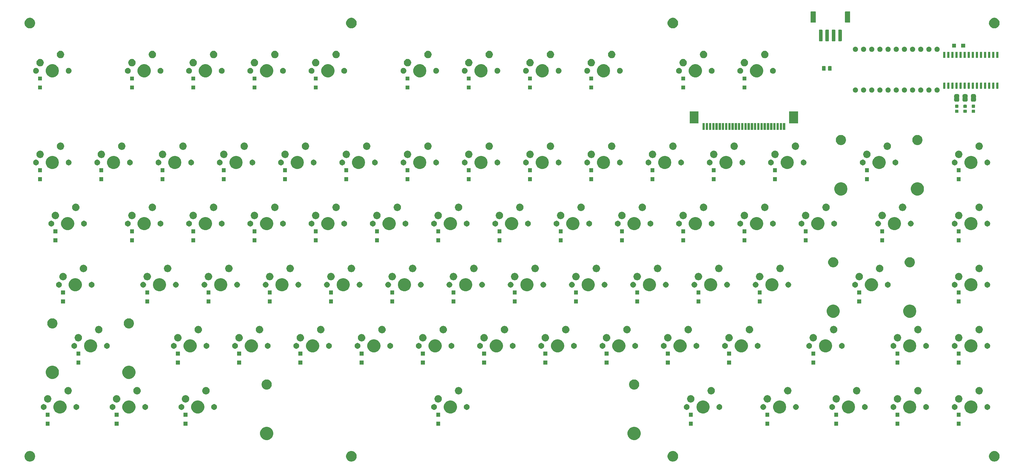
<source format=gbs>
G04 #@! TF.GenerationSoftware,KiCad,Pcbnew,(5.1.6)-1*
G04 #@! TF.CreationDate,2021-03-28T22:48:09-04:00*
G04 #@! TF.ProjectId,keyboard-layout-tall,6b657962-6f61-4726-942d-6c61796f7574,rev?*
G04 #@! TF.SameCoordinates,Original*
G04 #@! TF.FileFunction,Soldermask,Bot*
G04 #@! TF.FilePolarity,Negative*
%FSLAX46Y46*%
G04 Gerber Fmt 4.6, Leading zero omitted, Abs format (unit mm)*
G04 Created by KiCad (PCBNEW (5.1.6)-1) date 2021-03-28 22:48:09*
%MOMM*%
%LPD*%
G01*
G04 APERTURE LIST*
%ADD10C,0.100000*%
G04 APERTURE END LIST*
D10*
G36*
X338375256Y-188391298D02*
G01*
X338481579Y-188412447D01*
X338782042Y-188536903D01*
X339052451Y-188717585D01*
X339282415Y-188947549D01*
X339463097Y-189217958D01*
X339587553Y-189518421D01*
X339651000Y-189837391D01*
X339651000Y-190162609D01*
X339587553Y-190481579D01*
X339463097Y-190782042D01*
X339282415Y-191052451D01*
X339052451Y-191282415D01*
X338782042Y-191463097D01*
X338481579Y-191587553D01*
X338375256Y-191608702D01*
X338162611Y-191651000D01*
X337837389Y-191651000D01*
X337624744Y-191608702D01*
X337518421Y-191587553D01*
X337217958Y-191463097D01*
X336947549Y-191282415D01*
X336717585Y-191052451D01*
X336536903Y-190782042D01*
X336412447Y-190481579D01*
X336349000Y-190162609D01*
X336349000Y-189837391D01*
X336412447Y-189518421D01*
X336536903Y-189217958D01*
X336717585Y-188947549D01*
X336947549Y-188717585D01*
X337217958Y-188536903D01*
X337518421Y-188412447D01*
X337624744Y-188391298D01*
X337837389Y-188349000D01*
X338162611Y-188349000D01*
X338375256Y-188391298D01*
G37*
G36*
X38375256Y-188391298D02*
G01*
X38481579Y-188412447D01*
X38782042Y-188536903D01*
X39052451Y-188717585D01*
X39282415Y-188947549D01*
X39463097Y-189217958D01*
X39587553Y-189518421D01*
X39651000Y-189837391D01*
X39651000Y-190162609D01*
X39587553Y-190481579D01*
X39463097Y-190782042D01*
X39282415Y-191052451D01*
X39052451Y-191282415D01*
X38782042Y-191463097D01*
X38481579Y-191587553D01*
X38375256Y-191608702D01*
X38162611Y-191651000D01*
X37837389Y-191651000D01*
X37624744Y-191608702D01*
X37518421Y-191587553D01*
X37217958Y-191463097D01*
X36947549Y-191282415D01*
X36717585Y-191052451D01*
X36536903Y-190782042D01*
X36412447Y-190481579D01*
X36349000Y-190162609D01*
X36349000Y-189837391D01*
X36412447Y-189518421D01*
X36536903Y-189217958D01*
X36717585Y-188947549D01*
X36947549Y-188717585D01*
X37217958Y-188536903D01*
X37518421Y-188412447D01*
X37624744Y-188391298D01*
X37837389Y-188349000D01*
X38162611Y-188349000D01*
X38375256Y-188391298D01*
G37*
G36*
X138375256Y-188391298D02*
G01*
X138481579Y-188412447D01*
X138782042Y-188536903D01*
X139052451Y-188717585D01*
X139282415Y-188947549D01*
X139463097Y-189217958D01*
X139587553Y-189518421D01*
X139651000Y-189837391D01*
X139651000Y-190162609D01*
X139587553Y-190481579D01*
X139463097Y-190782042D01*
X139282415Y-191052451D01*
X139052451Y-191282415D01*
X138782042Y-191463097D01*
X138481579Y-191587553D01*
X138375256Y-191608702D01*
X138162611Y-191651000D01*
X137837389Y-191651000D01*
X137624744Y-191608702D01*
X137518421Y-191587553D01*
X137217958Y-191463097D01*
X136947549Y-191282415D01*
X136717585Y-191052451D01*
X136536903Y-190782042D01*
X136412447Y-190481579D01*
X136349000Y-190162609D01*
X136349000Y-189837391D01*
X136412447Y-189518421D01*
X136536903Y-189217958D01*
X136717585Y-188947549D01*
X136947549Y-188717585D01*
X137217958Y-188536903D01*
X137518421Y-188412447D01*
X137624744Y-188391298D01*
X137837389Y-188349000D01*
X138162611Y-188349000D01*
X138375256Y-188391298D01*
G37*
G36*
X238375256Y-188391298D02*
G01*
X238481579Y-188412447D01*
X238782042Y-188536903D01*
X239052451Y-188717585D01*
X239282415Y-188947549D01*
X239463097Y-189217958D01*
X239587553Y-189518421D01*
X239651000Y-189837391D01*
X239651000Y-190162609D01*
X239587553Y-190481579D01*
X239463097Y-190782042D01*
X239282415Y-191052451D01*
X239052451Y-191282415D01*
X238782042Y-191463097D01*
X238481579Y-191587553D01*
X238375256Y-191608702D01*
X238162611Y-191651000D01*
X237837389Y-191651000D01*
X237624744Y-191608702D01*
X237518421Y-191587553D01*
X237217958Y-191463097D01*
X236947549Y-191282415D01*
X236717585Y-191052451D01*
X236536903Y-190782042D01*
X236412447Y-190481579D01*
X236349000Y-190162609D01*
X236349000Y-189837391D01*
X236412447Y-189518421D01*
X236536903Y-189217958D01*
X236717585Y-188947549D01*
X236947549Y-188717585D01*
X237217958Y-188536903D01*
X237518421Y-188412447D01*
X237624744Y-188391298D01*
X237837389Y-188349000D01*
X238162611Y-188349000D01*
X238375256Y-188391298D01*
G37*
G36*
X112258254Y-180902818D02*
G01*
X112631511Y-181057426D01*
X112631513Y-181057427D01*
X112967436Y-181281884D01*
X113253116Y-181567564D01*
X113477574Y-181903489D01*
X113632182Y-182276746D01*
X113711000Y-182672993D01*
X113711000Y-183077007D01*
X113632182Y-183473254D01*
X113477574Y-183846511D01*
X113477573Y-183846513D01*
X113253116Y-184182436D01*
X112967436Y-184468116D01*
X112631513Y-184692573D01*
X112631512Y-184692574D01*
X112631511Y-184692574D01*
X112258254Y-184847182D01*
X111862007Y-184926000D01*
X111457993Y-184926000D01*
X111061746Y-184847182D01*
X110688489Y-184692574D01*
X110688488Y-184692574D01*
X110688487Y-184692573D01*
X110352564Y-184468116D01*
X110066884Y-184182436D01*
X109842427Y-183846513D01*
X109842426Y-183846511D01*
X109687818Y-183473254D01*
X109609000Y-183077007D01*
X109609000Y-182672993D01*
X109687818Y-182276746D01*
X109842426Y-181903489D01*
X110066884Y-181567564D01*
X110352564Y-181281884D01*
X110688487Y-181057427D01*
X110688489Y-181057426D01*
X111061746Y-180902818D01*
X111457993Y-180824000D01*
X111862007Y-180824000D01*
X112258254Y-180902818D01*
G37*
G36*
X226558254Y-180902818D02*
G01*
X226931511Y-181057426D01*
X226931513Y-181057427D01*
X227267436Y-181281884D01*
X227553116Y-181567564D01*
X227777574Y-181903489D01*
X227932182Y-182276746D01*
X228011000Y-182672993D01*
X228011000Y-183077007D01*
X227932182Y-183473254D01*
X227777574Y-183846511D01*
X227777573Y-183846513D01*
X227553116Y-184182436D01*
X227267436Y-184468116D01*
X226931513Y-184692573D01*
X226931512Y-184692574D01*
X226931511Y-184692574D01*
X226558254Y-184847182D01*
X226162007Y-184926000D01*
X225757993Y-184926000D01*
X225361746Y-184847182D01*
X224988489Y-184692574D01*
X224988488Y-184692574D01*
X224988487Y-184692573D01*
X224652564Y-184468116D01*
X224366884Y-184182436D01*
X224142427Y-183846513D01*
X224142426Y-183846511D01*
X223987818Y-183473254D01*
X223909000Y-183077007D01*
X223909000Y-182672993D01*
X223987818Y-182276746D01*
X224142426Y-181903489D01*
X224366884Y-181567564D01*
X224652564Y-181281884D01*
X224988487Y-181057427D01*
X224988489Y-181057426D01*
X225361746Y-180902818D01*
X225757993Y-180824000D01*
X226162007Y-180824000D01*
X226558254Y-180902818D01*
G37*
G36*
X289426000Y-180446000D02*
G01*
X288224000Y-180446000D01*
X288224000Y-179244000D01*
X289426000Y-179244000D01*
X289426000Y-180446000D01*
G37*
G36*
X44157250Y-180446000D02*
G01*
X42955250Y-180446000D01*
X42955250Y-179244000D01*
X44157250Y-179244000D01*
X44157250Y-180446000D01*
G37*
G36*
X65588500Y-180446000D02*
G01*
X64386500Y-180446000D01*
X64386500Y-179244000D01*
X65588500Y-179244000D01*
X65588500Y-180446000D01*
G37*
G36*
X165601000Y-180446000D02*
G01*
X164399000Y-180446000D01*
X164399000Y-179244000D01*
X165601000Y-179244000D01*
X165601000Y-180446000D01*
G37*
G36*
X244182250Y-180446000D02*
G01*
X242980250Y-180446000D01*
X242980250Y-179244000D01*
X244182250Y-179244000D01*
X244182250Y-180446000D01*
G37*
G36*
X267994750Y-180446000D02*
G01*
X266792750Y-180446000D01*
X266792750Y-179244000D01*
X267994750Y-179244000D01*
X267994750Y-180446000D01*
G37*
G36*
X308476000Y-180446000D02*
G01*
X307274000Y-180446000D01*
X307274000Y-179244000D01*
X308476000Y-179244000D01*
X308476000Y-180446000D01*
G37*
G36*
X327526000Y-180446000D02*
G01*
X326324000Y-180446000D01*
X326324000Y-179244000D01*
X327526000Y-179244000D01*
X327526000Y-180446000D01*
G37*
G36*
X87019750Y-180446000D02*
G01*
X85817750Y-180446000D01*
X85817750Y-179244000D01*
X87019750Y-179244000D01*
X87019750Y-180446000D01*
G37*
G36*
X165601000Y-177646000D02*
G01*
X164399000Y-177646000D01*
X164399000Y-176444000D01*
X165601000Y-176444000D01*
X165601000Y-177646000D01*
G37*
G36*
X44157250Y-177646000D02*
G01*
X42955250Y-177646000D01*
X42955250Y-176444000D01*
X44157250Y-176444000D01*
X44157250Y-177646000D01*
G37*
G36*
X87019750Y-177646000D02*
G01*
X85817750Y-177646000D01*
X85817750Y-176444000D01*
X87019750Y-176444000D01*
X87019750Y-177646000D01*
G37*
G36*
X289426000Y-177646000D02*
G01*
X288224000Y-177646000D01*
X288224000Y-176444000D01*
X289426000Y-176444000D01*
X289426000Y-177646000D01*
G37*
G36*
X244182250Y-177646000D02*
G01*
X242980250Y-177646000D01*
X242980250Y-176444000D01*
X244182250Y-176444000D01*
X244182250Y-177646000D01*
G37*
G36*
X327526000Y-177646000D02*
G01*
X326324000Y-177646000D01*
X326324000Y-176444000D01*
X327526000Y-176444000D01*
X327526000Y-177646000D01*
G37*
G36*
X308476000Y-177646000D02*
G01*
X307274000Y-177646000D01*
X307274000Y-176444000D01*
X308476000Y-176444000D01*
X308476000Y-177646000D01*
G37*
G36*
X65588500Y-177646000D02*
G01*
X64386500Y-177646000D01*
X64386500Y-176444000D01*
X65588500Y-176444000D01*
X65588500Y-177646000D01*
G37*
G36*
X267994750Y-177646000D02*
G01*
X266792750Y-177646000D01*
X266792750Y-176444000D01*
X267994750Y-176444000D01*
X267994750Y-177646000D01*
G37*
G36*
X293233254Y-172662818D02*
G01*
X293606511Y-172817426D01*
X293606513Y-172817427D01*
X293942436Y-173041884D01*
X294228116Y-173327564D01*
X294452574Y-173663489D01*
X294607182Y-174036746D01*
X294686000Y-174432993D01*
X294686000Y-174837007D01*
X294607182Y-175233254D01*
X294452574Y-175606511D01*
X294452573Y-175606513D01*
X294228116Y-175942436D01*
X293942436Y-176228116D01*
X293606513Y-176452573D01*
X293606512Y-176452574D01*
X293606511Y-176452574D01*
X293233254Y-176607182D01*
X292837007Y-176686000D01*
X292432993Y-176686000D01*
X292036746Y-176607182D01*
X291663489Y-176452574D01*
X291663488Y-176452574D01*
X291663487Y-176452573D01*
X291327564Y-176228116D01*
X291041884Y-175942436D01*
X290817427Y-175606513D01*
X290817426Y-175606511D01*
X290662818Y-175233254D01*
X290584000Y-174837007D01*
X290584000Y-174432993D01*
X290662818Y-174036746D01*
X290817426Y-173663489D01*
X291041884Y-173327564D01*
X291327564Y-173041884D01*
X291663487Y-172817427D01*
X291663489Y-172817426D01*
X292036746Y-172662818D01*
X292432993Y-172584000D01*
X292837007Y-172584000D01*
X293233254Y-172662818D01*
G37*
G36*
X169408254Y-172662818D02*
G01*
X169781511Y-172817426D01*
X169781513Y-172817427D01*
X170117436Y-173041884D01*
X170403116Y-173327564D01*
X170627574Y-173663489D01*
X170782182Y-174036746D01*
X170861000Y-174432993D01*
X170861000Y-174837007D01*
X170782182Y-175233254D01*
X170627574Y-175606511D01*
X170627573Y-175606513D01*
X170403116Y-175942436D01*
X170117436Y-176228116D01*
X169781513Y-176452573D01*
X169781512Y-176452574D01*
X169781511Y-176452574D01*
X169408254Y-176607182D01*
X169012007Y-176686000D01*
X168607993Y-176686000D01*
X168211746Y-176607182D01*
X167838489Y-176452574D01*
X167838488Y-176452574D01*
X167838487Y-176452573D01*
X167502564Y-176228116D01*
X167216884Y-175942436D01*
X166992427Y-175606513D01*
X166992426Y-175606511D01*
X166837818Y-175233254D01*
X166759000Y-174837007D01*
X166759000Y-174432993D01*
X166837818Y-174036746D01*
X166992426Y-173663489D01*
X167216884Y-173327564D01*
X167502564Y-173041884D01*
X167838487Y-172817427D01*
X167838489Y-172817426D01*
X168211746Y-172662818D01*
X168607993Y-172584000D01*
X169012007Y-172584000D01*
X169408254Y-172662818D01*
G37*
G36*
X69395754Y-172662818D02*
G01*
X69769011Y-172817426D01*
X69769013Y-172817427D01*
X70104936Y-173041884D01*
X70390616Y-173327564D01*
X70615074Y-173663489D01*
X70769682Y-174036746D01*
X70848500Y-174432993D01*
X70848500Y-174837007D01*
X70769682Y-175233254D01*
X70615074Y-175606511D01*
X70615073Y-175606513D01*
X70390616Y-175942436D01*
X70104936Y-176228116D01*
X69769013Y-176452573D01*
X69769012Y-176452574D01*
X69769011Y-176452574D01*
X69395754Y-176607182D01*
X68999507Y-176686000D01*
X68595493Y-176686000D01*
X68199246Y-176607182D01*
X67825989Y-176452574D01*
X67825988Y-176452574D01*
X67825987Y-176452573D01*
X67490064Y-176228116D01*
X67204384Y-175942436D01*
X66979927Y-175606513D01*
X66979926Y-175606511D01*
X66825318Y-175233254D01*
X66746500Y-174837007D01*
X66746500Y-174432993D01*
X66825318Y-174036746D01*
X66979926Y-173663489D01*
X67204384Y-173327564D01*
X67490064Y-173041884D01*
X67825987Y-172817427D01*
X67825989Y-172817426D01*
X68199246Y-172662818D01*
X68595493Y-172584000D01*
X68999507Y-172584000D01*
X69395754Y-172662818D01*
G37*
G36*
X312283254Y-172662818D02*
G01*
X312656511Y-172817426D01*
X312656513Y-172817427D01*
X312992436Y-173041884D01*
X313278116Y-173327564D01*
X313502574Y-173663489D01*
X313657182Y-174036746D01*
X313736000Y-174432993D01*
X313736000Y-174837007D01*
X313657182Y-175233254D01*
X313502574Y-175606511D01*
X313502573Y-175606513D01*
X313278116Y-175942436D01*
X312992436Y-176228116D01*
X312656513Y-176452573D01*
X312656512Y-176452574D01*
X312656511Y-176452574D01*
X312283254Y-176607182D01*
X311887007Y-176686000D01*
X311482993Y-176686000D01*
X311086746Y-176607182D01*
X310713489Y-176452574D01*
X310713488Y-176452574D01*
X310713487Y-176452573D01*
X310377564Y-176228116D01*
X310091884Y-175942436D01*
X309867427Y-175606513D01*
X309867426Y-175606511D01*
X309712818Y-175233254D01*
X309634000Y-174837007D01*
X309634000Y-174432993D01*
X309712818Y-174036746D01*
X309867426Y-173663489D01*
X310091884Y-173327564D01*
X310377564Y-173041884D01*
X310713487Y-172817427D01*
X310713489Y-172817426D01*
X311086746Y-172662818D01*
X311482993Y-172584000D01*
X311887007Y-172584000D01*
X312283254Y-172662818D01*
G37*
G36*
X331333254Y-172662818D02*
G01*
X331706511Y-172817426D01*
X331706513Y-172817427D01*
X332042436Y-173041884D01*
X332328116Y-173327564D01*
X332552574Y-173663489D01*
X332707182Y-174036746D01*
X332786000Y-174432993D01*
X332786000Y-174837007D01*
X332707182Y-175233254D01*
X332552574Y-175606511D01*
X332552573Y-175606513D01*
X332328116Y-175942436D01*
X332042436Y-176228116D01*
X331706513Y-176452573D01*
X331706512Y-176452574D01*
X331706511Y-176452574D01*
X331333254Y-176607182D01*
X330937007Y-176686000D01*
X330532993Y-176686000D01*
X330136746Y-176607182D01*
X329763489Y-176452574D01*
X329763488Y-176452574D01*
X329763487Y-176452573D01*
X329427564Y-176228116D01*
X329141884Y-175942436D01*
X328917427Y-175606513D01*
X328917426Y-175606511D01*
X328762818Y-175233254D01*
X328684000Y-174837007D01*
X328684000Y-174432993D01*
X328762818Y-174036746D01*
X328917426Y-173663489D01*
X329141884Y-173327564D01*
X329427564Y-173041884D01*
X329763487Y-172817427D01*
X329763489Y-172817426D01*
X330136746Y-172662818D01*
X330532993Y-172584000D01*
X330937007Y-172584000D01*
X331333254Y-172662818D01*
G37*
G36*
X271802004Y-172662818D02*
G01*
X272175261Y-172817426D01*
X272175263Y-172817427D01*
X272511186Y-173041884D01*
X272796866Y-173327564D01*
X273021324Y-173663489D01*
X273175932Y-174036746D01*
X273254750Y-174432993D01*
X273254750Y-174837007D01*
X273175932Y-175233254D01*
X273021324Y-175606511D01*
X273021323Y-175606513D01*
X272796866Y-175942436D01*
X272511186Y-176228116D01*
X272175263Y-176452573D01*
X272175262Y-176452574D01*
X272175261Y-176452574D01*
X271802004Y-176607182D01*
X271405757Y-176686000D01*
X271001743Y-176686000D01*
X270605496Y-176607182D01*
X270232239Y-176452574D01*
X270232238Y-176452574D01*
X270232237Y-176452573D01*
X269896314Y-176228116D01*
X269610634Y-175942436D01*
X269386177Y-175606513D01*
X269386176Y-175606511D01*
X269231568Y-175233254D01*
X269152750Y-174837007D01*
X269152750Y-174432993D01*
X269231568Y-174036746D01*
X269386176Y-173663489D01*
X269610634Y-173327564D01*
X269896314Y-173041884D01*
X270232237Y-172817427D01*
X270232239Y-172817426D01*
X270605496Y-172662818D01*
X271001743Y-172584000D01*
X271405757Y-172584000D01*
X271802004Y-172662818D01*
G37*
G36*
X247989504Y-172662818D02*
G01*
X248362761Y-172817426D01*
X248362763Y-172817427D01*
X248698686Y-173041884D01*
X248984366Y-173327564D01*
X249208824Y-173663489D01*
X249363432Y-174036746D01*
X249442250Y-174432993D01*
X249442250Y-174837007D01*
X249363432Y-175233254D01*
X249208824Y-175606511D01*
X249208823Y-175606513D01*
X248984366Y-175942436D01*
X248698686Y-176228116D01*
X248362763Y-176452573D01*
X248362762Y-176452574D01*
X248362761Y-176452574D01*
X247989504Y-176607182D01*
X247593257Y-176686000D01*
X247189243Y-176686000D01*
X246792996Y-176607182D01*
X246419739Y-176452574D01*
X246419738Y-176452574D01*
X246419737Y-176452573D01*
X246083814Y-176228116D01*
X245798134Y-175942436D01*
X245573677Y-175606513D01*
X245573676Y-175606511D01*
X245419068Y-175233254D01*
X245340250Y-174837007D01*
X245340250Y-174432993D01*
X245419068Y-174036746D01*
X245573676Y-173663489D01*
X245798134Y-173327564D01*
X246083814Y-173041884D01*
X246419737Y-172817427D01*
X246419739Y-172817426D01*
X246792996Y-172662818D01*
X247189243Y-172584000D01*
X247593257Y-172584000D01*
X247989504Y-172662818D01*
G37*
G36*
X90827004Y-172662818D02*
G01*
X91200261Y-172817426D01*
X91200263Y-172817427D01*
X91536186Y-173041884D01*
X91821866Y-173327564D01*
X92046324Y-173663489D01*
X92200932Y-174036746D01*
X92279750Y-174432993D01*
X92279750Y-174837007D01*
X92200932Y-175233254D01*
X92046324Y-175606511D01*
X92046323Y-175606513D01*
X91821866Y-175942436D01*
X91536186Y-176228116D01*
X91200263Y-176452573D01*
X91200262Y-176452574D01*
X91200261Y-176452574D01*
X90827004Y-176607182D01*
X90430757Y-176686000D01*
X90026743Y-176686000D01*
X89630496Y-176607182D01*
X89257239Y-176452574D01*
X89257238Y-176452574D01*
X89257237Y-176452573D01*
X88921314Y-176228116D01*
X88635634Y-175942436D01*
X88411177Y-175606513D01*
X88411176Y-175606511D01*
X88256568Y-175233254D01*
X88177750Y-174837007D01*
X88177750Y-174432993D01*
X88256568Y-174036746D01*
X88411176Y-173663489D01*
X88635634Y-173327564D01*
X88921314Y-173041884D01*
X89257237Y-172817427D01*
X89257239Y-172817426D01*
X89630496Y-172662818D01*
X90026743Y-172584000D01*
X90430757Y-172584000D01*
X90827004Y-172662818D01*
G37*
G36*
X47964504Y-172662818D02*
G01*
X48337761Y-172817426D01*
X48337763Y-172817427D01*
X48673686Y-173041884D01*
X48959366Y-173327564D01*
X49183824Y-173663489D01*
X49338432Y-174036746D01*
X49417250Y-174432993D01*
X49417250Y-174837007D01*
X49338432Y-175233254D01*
X49183824Y-175606511D01*
X49183823Y-175606513D01*
X48959366Y-175942436D01*
X48673686Y-176228116D01*
X48337763Y-176452573D01*
X48337762Y-176452574D01*
X48337761Y-176452574D01*
X47964504Y-176607182D01*
X47568257Y-176686000D01*
X47164243Y-176686000D01*
X46767996Y-176607182D01*
X46394739Y-176452574D01*
X46394738Y-176452574D01*
X46394737Y-176452573D01*
X46058814Y-176228116D01*
X45773134Y-175942436D01*
X45548677Y-175606513D01*
X45548676Y-175606511D01*
X45394068Y-175233254D01*
X45315250Y-174837007D01*
X45315250Y-174432993D01*
X45394068Y-174036746D01*
X45548676Y-173663489D01*
X45773134Y-173327564D01*
X46058814Y-173041884D01*
X46394737Y-172817427D01*
X46394739Y-172817426D01*
X46767996Y-172662818D01*
X47164243Y-172584000D01*
X47568257Y-172584000D01*
X47964504Y-172662818D01*
G37*
G36*
X297828512Y-173738927D02*
G01*
X297977812Y-173768624D01*
X298141784Y-173836544D01*
X298289354Y-173935147D01*
X298414853Y-174060646D01*
X298513456Y-174208216D01*
X298581376Y-174372188D01*
X298616000Y-174546259D01*
X298616000Y-174723741D01*
X298581376Y-174897812D01*
X298513456Y-175061784D01*
X298414853Y-175209354D01*
X298289354Y-175334853D01*
X298141784Y-175433456D01*
X297977812Y-175501376D01*
X297828512Y-175531073D01*
X297803742Y-175536000D01*
X297626258Y-175536000D01*
X297601488Y-175531073D01*
X297452188Y-175501376D01*
X297288216Y-175433456D01*
X297140646Y-175334853D01*
X297015147Y-175209354D01*
X296916544Y-175061784D01*
X296848624Y-174897812D01*
X296814000Y-174723741D01*
X296814000Y-174546259D01*
X296848624Y-174372188D01*
X296916544Y-174208216D01*
X297015147Y-174060646D01*
X297140646Y-173935147D01*
X297288216Y-173836544D01*
X297452188Y-173768624D01*
X297601488Y-173738927D01*
X297626258Y-173734000D01*
X297803742Y-173734000D01*
X297828512Y-173738927D01*
G37*
G36*
X174003512Y-173738927D02*
G01*
X174152812Y-173768624D01*
X174316784Y-173836544D01*
X174464354Y-173935147D01*
X174589853Y-174060646D01*
X174688456Y-174208216D01*
X174756376Y-174372188D01*
X174791000Y-174546259D01*
X174791000Y-174723741D01*
X174756376Y-174897812D01*
X174688456Y-175061784D01*
X174589853Y-175209354D01*
X174464354Y-175334853D01*
X174316784Y-175433456D01*
X174152812Y-175501376D01*
X174003512Y-175531073D01*
X173978742Y-175536000D01*
X173801258Y-175536000D01*
X173776488Y-175531073D01*
X173627188Y-175501376D01*
X173463216Y-175433456D01*
X173315646Y-175334853D01*
X173190147Y-175209354D01*
X173091544Y-175061784D01*
X173023624Y-174897812D01*
X172989000Y-174723741D01*
X172989000Y-174546259D01*
X173023624Y-174372188D01*
X173091544Y-174208216D01*
X173190147Y-174060646D01*
X173315646Y-173935147D01*
X173463216Y-173836544D01*
X173627188Y-173768624D01*
X173776488Y-173738927D01*
X173801258Y-173734000D01*
X173978742Y-173734000D01*
X174003512Y-173738927D01*
G37*
G36*
X163843512Y-173738927D02*
G01*
X163992812Y-173768624D01*
X164156784Y-173836544D01*
X164304354Y-173935147D01*
X164429853Y-174060646D01*
X164528456Y-174208216D01*
X164596376Y-174372188D01*
X164631000Y-174546259D01*
X164631000Y-174723741D01*
X164596376Y-174897812D01*
X164528456Y-175061784D01*
X164429853Y-175209354D01*
X164304354Y-175334853D01*
X164156784Y-175433456D01*
X163992812Y-175501376D01*
X163843512Y-175531073D01*
X163818742Y-175536000D01*
X163641258Y-175536000D01*
X163616488Y-175531073D01*
X163467188Y-175501376D01*
X163303216Y-175433456D01*
X163155646Y-175334853D01*
X163030147Y-175209354D01*
X162931544Y-175061784D01*
X162863624Y-174897812D01*
X162829000Y-174723741D01*
X162829000Y-174546259D01*
X162863624Y-174372188D01*
X162931544Y-174208216D01*
X163030147Y-174060646D01*
X163155646Y-173935147D01*
X163303216Y-173836544D01*
X163467188Y-173768624D01*
X163616488Y-173738927D01*
X163641258Y-173734000D01*
X163818742Y-173734000D01*
X163843512Y-173738927D01*
G37*
G36*
X252584762Y-173738927D02*
G01*
X252734062Y-173768624D01*
X252898034Y-173836544D01*
X253045604Y-173935147D01*
X253171103Y-174060646D01*
X253269706Y-174208216D01*
X253337626Y-174372188D01*
X253372250Y-174546259D01*
X253372250Y-174723741D01*
X253337626Y-174897812D01*
X253269706Y-175061784D01*
X253171103Y-175209354D01*
X253045604Y-175334853D01*
X252898034Y-175433456D01*
X252734062Y-175501376D01*
X252584762Y-175531073D01*
X252559992Y-175536000D01*
X252382508Y-175536000D01*
X252357738Y-175531073D01*
X252208438Y-175501376D01*
X252044466Y-175433456D01*
X251896896Y-175334853D01*
X251771397Y-175209354D01*
X251672794Y-175061784D01*
X251604874Y-174897812D01*
X251570250Y-174723741D01*
X251570250Y-174546259D01*
X251604874Y-174372188D01*
X251672794Y-174208216D01*
X251771397Y-174060646D01*
X251896896Y-173935147D01*
X252044466Y-173836544D01*
X252208438Y-173768624D01*
X252357738Y-173738927D01*
X252382508Y-173734000D01*
X252559992Y-173734000D01*
X252584762Y-173738927D01*
G37*
G36*
X85262262Y-173738927D02*
G01*
X85411562Y-173768624D01*
X85575534Y-173836544D01*
X85723104Y-173935147D01*
X85848603Y-174060646D01*
X85947206Y-174208216D01*
X86015126Y-174372188D01*
X86049750Y-174546259D01*
X86049750Y-174723741D01*
X86015126Y-174897812D01*
X85947206Y-175061784D01*
X85848603Y-175209354D01*
X85723104Y-175334853D01*
X85575534Y-175433456D01*
X85411562Y-175501376D01*
X85262262Y-175531073D01*
X85237492Y-175536000D01*
X85060008Y-175536000D01*
X85035238Y-175531073D01*
X84885938Y-175501376D01*
X84721966Y-175433456D01*
X84574396Y-175334853D01*
X84448897Y-175209354D01*
X84350294Y-175061784D01*
X84282374Y-174897812D01*
X84247750Y-174723741D01*
X84247750Y-174546259D01*
X84282374Y-174372188D01*
X84350294Y-174208216D01*
X84448897Y-174060646D01*
X84574396Y-173935147D01*
X84721966Y-173836544D01*
X84885938Y-173768624D01*
X85035238Y-173738927D01*
X85060008Y-173734000D01*
X85237492Y-173734000D01*
X85262262Y-173738927D01*
G37*
G36*
X95422262Y-173738927D02*
G01*
X95571562Y-173768624D01*
X95735534Y-173836544D01*
X95883104Y-173935147D01*
X96008603Y-174060646D01*
X96107206Y-174208216D01*
X96175126Y-174372188D01*
X96209750Y-174546259D01*
X96209750Y-174723741D01*
X96175126Y-174897812D01*
X96107206Y-175061784D01*
X96008603Y-175209354D01*
X95883104Y-175334853D01*
X95735534Y-175433456D01*
X95571562Y-175501376D01*
X95422262Y-175531073D01*
X95397492Y-175536000D01*
X95220008Y-175536000D01*
X95195238Y-175531073D01*
X95045938Y-175501376D01*
X94881966Y-175433456D01*
X94734396Y-175334853D01*
X94608897Y-175209354D01*
X94510294Y-175061784D01*
X94442374Y-174897812D01*
X94407750Y-174723741D01*
X94407750Y-174546259D01*
X94442374Y-174372188D01*
X94510294Y-174208216D01*
X94608897Y-174060646D01*
X94734396Y-173935147D01*
X94881966Y-173836544D01*
X95045938Y-173768624D01*
X95195238Y-173738927D01*
X95220008Y-173734000D01*
X95397492Y-173734000D01*
X95422262Y-173738927D01*
G37*
G36*
X266237262Y-173738927D02*
G01*
X266386562Y-173768624D01*
X266550534Y-173836544D01*
X266698104Y-173935147D01*
X266823603Y-174060646D01*
X266922206Y-174208216D01*
X266990126Y-174372188D01*
X267024750Y-174546259D01*
X267024750Y-174723741D01*
X266990126Y-174897812D01*
X266922206Y-175061784D01*
X266823603Y-175209354D01*
X266698104Y-175334853D01*
X266550534Y-175433456D01*
X266386562Y-175501376D01*
X266237262Y-175531073D01*
X266212492Y-175536000D01*
X266035008Y-175536000D01*
X266010238Y-175531073D01*
X265860938Y-175501376D01*
X265696966Y-175433456D01*
X265549396Y-175334853D01*
X265423897Y-175209354D01*
X265325294Y-175061784D01*
X265257374Y-174897812D01*
X265222750Y-174723741D01*
X265222750Y-174546259D01*
X265257374Y-174372188D01*
X265325294Y-174208216D01*
X265423897Y-174060646D01*
X265549396Y-173935147D01*
X265696966Y-173836544D01*
X265860938Y-173768624D01*
X266010238Y-173738927D01*
X266035008Y-173734000D01*
X266212492Y-173734000D01*
X266237262Y-173738927D01*
G37*
G36*
X306718512Y-173738927D02*
G01*
X306867812Y-173768624D01*
X307031784Y-173836544D01*
X307179354Y-173935147D01*
X307304853Y-174060646D01*
X307403456Y-174208216D01*
X307471376Y-174372188D01*
X307506000Y-174546259D01*
X307506000Y-174723741D01*
X307471376Y-174897812D01*
X307403456Y-175061784D01*
X307304853Y-175209354D01*
X307179354Y-175334853D01*
X307031784Y-175433456D01*
X306867812Y-175501376D01*
X306718512Y-175531073D01*
X306693742Y-175536000D01*
X306516258Y-175536000D01*
X306491488Y-175531073D01*
X306342188Y-175501376D01*
X306178216Y-175433456D01*
X306030646Y-175334853D01*
X305905147Y-175209354D01*
X305806544Y-175061784D01*
X305738624Y-174897812D01*
X305704000Y-174723741D01*
X305704000Y-174546259D01*
X305738624Y-174372188D01*
X305806544Y-174208216D01*
X305905147Y-174060646D01*
X306030646Y-173935147D01*
X306178216Y-173836544D01*
X306342188Y-173768624D01*
X306491488Y-173738927D01*
X306516258Y-173734000D01*
X306693742Y-173734000D01*
X306718512Y-173738927D01*
G37*
G36*
X276397262Y-173738927D02*
G01*
X276546562Y-173768624D01*
X276710534Y-173836544D01*
X276858104Y-173935147D01*
X276983603Y-174060646D01*
X277082206Y-174208216D01*
X277150126Y-174372188D01*
X277184750Y-174546259D01*
X277184750Y-174723741D01*
X277150126Y-174897812D01*
X277082206Y-175061784D01*
X276983603Y-175209354D01*
X276858104Y-175334853D01*
X276710534Y-175433456D01*
X276546562Y-175501376D01*
X276397262Y-175531073D01*
X276372492Y-175536000D01*
X276195008Y-175536000D01*
X276170238Y-175531073D01*
X276020938Y-175501376D01*
X275856966Y-175433456D01*
X275709396Y-175334853D01*
X275583897Y-175209354D01*
X275485294Y-175061784D01*
X275417374Y-174897812D01*
X275382750Y-174723741D01*
X275382750Y-174546259D01*
X275417374Y-174372188D01*
X275485294Y-174208216D01*
X275583897Y-174060646D01*
X275709396Y-173935147D01*
X275856966Y-173836544D01*
X276020938Y-173768624D01*
X276170238Y-173738927D01*
X276195008Y-173734000D01*
X276372492Y-173734000D01*
X276397262Y-173738927D01*
G37*
G36*
X287668512Y-173738927D02*
G01*
X287817812Y-173768624D01*
X287981784Y-173836544D01*
X288129354Y-173935147D01*
X288254853Y-174060646D01*
X288353456Y-174208216D01*
X288421376Y-174372188D01*
X288456000Y-174546259D01*
X288456000Y-174723741D01*
X288421376Y-174897812D01*
X288353456Y-175061784D01*
X288254853Y-175209354D01*
X288129354Y-175334853D01*
X287981784Y-175433456D01*
X287817812Y-175501376D01*
X287668512Y-175531073D01*
X287643742Y-175536000D01*
X287466258Y-175536000D01*
X287441488Y-175531073D01*
X287292188Y-175501376D01*
X287128216Y-175433456D01*
X286980646Y-175334853D01*
X286855147Y-175209354D01*
X286756544Y-175061784D01*
X286688624Y-174897812D01*
X286654000Y-174723741D01*
X286654000Y-174546259D01*
X286688624Y-174372188D01*
X286756544Y-174208216D01*
X286855147Y-174060646D01*
X286980646Y-173935147D01*
X287128216Y-173836544D01*
X287292188Y-173768624D01*
X287441488Y-173738927D01*
X287466258Y-173734000D01*
X287643742Y-173734000D01*
X287668512Y-173738927D01*
G37*
G36*
X42399762Y-173738927D02*
G01*
X42549062Y-173768624D01*
X42713034Y-173836544D01*
X42860604Y-173935147D01*
X42986103Y-174060646D01*
X43084706Y-174208216D01*
X43152626Y-174372188D01*
X43187250Y-174546259D01*
X43187250Y-174723741D01*
X43152626Y-174897812D01*
X43084706Y-175061784D01*
X42986103Y-175209354D01*
X42860604Y-175334853D01*
X42713034Y-175433456D01*
X42549062Y-175501376D01*
X42399762Y-175531073D01*
X42374992Y-175536000D01*
X42197508Y-175536000D01*
X42172738Y-175531073D01*
X42023438Y-175501376D01*
X41859466Y-175433456D01*
X41711896Y-175334853D01*
X41586397Y-175209354D01*
X41487794Y-175061784D01*
X41419874Y-174897812D01*
X41385250Y-174723741D01*
X41385250Y-174546259D01*
X41419874Y-174372188D01*
X41487794Y-174208216D01*
X41586397Y-174060646D01*
X41711896Y-173935147D01*
X41859466Y-173836544D01*
X42023438Y-173768624D01*
X42172738Y-173738927D01*
X42197508Y-173734000D01*
X42374992Y-173734000D01*
X42399762Y-173738927D01*
G37*
G36*
X52559762Y-173738927D02*
G01*
X52709062Y-173768624D01*
X52873034Y-173836544D01*
X53020604Y-173935147D01*
X53146103Y-174060646D01*
X53244706Y-174208216D01*
X53312626Y-174372188D01*
X53347250Y-174546259D01*
X53347250Y-174723741D01*
X53312626Y-174897812D01*
X53244706Y-175061784D01*
X53146103Y-175209354D01*
X53020604Y-175334853D01*
X52873034Y-175433456D01*
X52709062Y-175501376D01*
X52559762Y-175531073D01*
X52534992Y-175536000D01*
X52357508Y-175536000D01*
X52332738Y-175531073D01*
X52183438Y-175501376D01*
X52019466Y-175433456D01*
X51871896Y-175334853D01*
X51746397Y-175209354D01*
X51647794Y-175061784D01*
X51579874Y-174897812D01*
X51545250Y-174723741D01*
X51545250Y-174546259D01*
X51579874Y-174372188D01*
X51647794Y-174208216D01*
X51746397Y-174060646D01*
X51871896Y-173935147D01*
X52019466Y-173836544D01*
X52183438Y-173768624D01*
X52332738Y-173738927D01*
X52357508Y-173734000D01*
X52534992Y-173734000D01*
X52559762Y-173738927D01*
G37*
G36*
X335928512Y-173738927D02*
G01*
X336077812Y-173768624D01*
X336241784Y-173836544D01*
X336389354Y-173935147D01*
X336514853Y-174060646D01*
X336613456Y-174208216D01*
X336681376Y-174372188D01*
X336716000Y-174546259D01*
X336716000Y-174723741D01*
X336681376Y-174897812D01*
X336613456Y-175061784D01*
X336514853Y-175209354D01*
X336389354Y-175334853D01*
X336241784Y-175433456D01*
X336077812Y-175501376D01*
X335928512Y-175531073D01*
X335903742Y-175536000D01*
X335726258Y-175536000D01*
X335701488Y-175531073D01*
X335552188Y-175501376D01*
X335388216Y-175433456D01*
X335240646Y-175334853D01*
X335115147Y-175209354D01*
X335016544Y-175061784D01*
X334948624Y-174897812D01*
X334914000Y-174723741D01*
X334914000Y-174546259D01*
X334948624Y-174372188D01*
X335016544Y-174208216D01*
X335115147Y-174060646D01*
X335240646Y-173935147D01*
X335388216Y-173836544D01*
X335552188Y-173768624D01*
X335701488Y-173738927D01*
X335726258Y-173734000D01*
X335903742Y-173734000D01*
X335928512Y-173738927D01*
G37*
G36*
X325768512Y-173738927D02*
G01*
X325917812Y-173768624D01*
X326081784Y-173836544D01*
X326229354Y-173935147D01*
X326354853Y-174060646D01*
X326453456Y-174208216D01*
X326521376Y-174372188D01*
X326556000Y-174546259D01*
X326556000Y-174723741D01*
X326521376Y-174897812D01*
X326453456Y-175061784D01*
X326354853Y-175209354D01*
X326229354Y-175334853D01*
X326081784Y-175433456D01*
X325917812Y-175501376D01*
X325768512Y-175531073D01*
X325743742Y-175536000D01*
X325566258Y-175536000D01*
X325541488Y-175531073D01*
X325392188Y-175501376D01*
X325228216Y-175433456D01*
X325080646Y-175334853D01*
X324955147Y-175209354D01*
X324856544Y-175061784D01*
X324788624Y-174897812D01*
X324754000Y-174723741D01*
X324754000Y-174546259D01*
X324788624Y-174372188D01*
X324856544Y-174208216D01*
X324955147Y-174060646D01*
X325080646Y-173935147D01*
X325228216Y-173836544D01*
X325392188Y-173768624D01*
X325541488Y-173738927D01*
X325566258Y-173734000D01*
X325743742Y-173734000D01*
X325768512Y-173738927D01*
G37*
G36*
X63831012Y-173738927D02*
G01*
X63980312Y-173768624D01*
X64144284Y-173836544D01*
X64291854Y-173935147D01*
X64417353Y-174060646D01*
X64515956Y-174208216D01*
X64583876Y-174372188D01*
X64618500Y-174546259D01*
X64618500Y-174723741D01*
X64583876Y-174897812D01*
X64515956Y-175061784D01*
X64417353Y-175209354D01*
X64291854Y-175334853D01*
X64144284Y-175433456D01*
X63980312Y-175501376D01*
X63831012Y-175531073D01*
X63806242Y-175536000D01*
X63628758Y-175536000D01*
X63603988Y-175531073D01*
X63454688Y-175501376D01*
X63290716Y-175433456D01*
X63143146Y-175334853D01*
X63017647Y-175209354D01*
X62919044Y-175061784D01*
X62851124Y-174897812D01*
X62816500Y-174723741D01*
X62816500Y-174546259D01*
X62851124Y-174372188D01*
X62919044Y-174208216D01*
X63017647Y-174060646D01*
X63143146Y-173935147D01*
X63290716Y-173836544D01*
X63454688Y-173768624D01*
X63603988Y-173738927D01*
X63628758Y-173734000D01*
X63806242Y-173734000D01*
X63831012Y-173738927D01*
G37*
G36*
X73991012Y-173738927D02*
G01*
X74140312Y-173768624D01*
X74304284Y-173836544D01*
X74451854Y-173935147D01*
X74577353Y-174060646D01*
X74675956Y-174208216D01*
X74743876Y-174372188D01*
X74778500Y-174546259D01*
X74778500Y-174723741D01*
X74743876Y-174897812D01*
X74675956Y-175061784D01*
X74577353Y-175209354D01*
X74451854Y-175334853D01*
X74304284Y-175433456D01*
X74140312Y-175501376D01*
X73991012Y-175531073D01*
X73966242Y-175536000D01*
X73788758Y-175536000D01*
X73763988Y-175531073D01*
X73614688Y-175501376D01*
X73450716Y-175433456D01*
X73303146Y-175334853D01*
X73177647Y-175209354D01*
X73079044Y-175061784D01*
X73011124Y-174897812D01*
X72976500Y-174723741D01*
X72976500Y-174546259D01*
X73011124Y-174372188D01*
X73079044Y-174208216D01*
X73177647Y-174060646D01*
X73303146Y-173935147D01*
X73450716Y-173836544D01*
X73614688Y-173768624D01*
X73763988Y-173738927D01*
X73788758Y-173734000D01*
X73966242Y-173734000D01*
X73991012Y-173738927D01*
G37*
G36*
X316878512Y-173738927D02*
G01*
X317027812Y-173768624D01*
X317191784Y-173836544D01*
X317339354Y-173935147D01*
X317464853Y-174060646D01*
X317563456Y-174208216D01*
X317631376Y-174372188D01*
X317666000Y-174546259D01*
X317666000Y-174723741D01*
X317631376Y-174897812D01*
X317563456Y-175061784D01*
X317464853Y-175209354D01*
X317339354Y-175334853D01*
X317191784Y-175433456D01*
X317027812Y-175501376D01*
X316878512Y-175531073D01*
X316853742Y-175536000D01*
X316676258Y-175536000D01*
X316651488Y-175531073D01*
X316502188Y-175501376D01*
X316338216Y-175433456D01*
X316190646Y-175334853D01*
X316065147Y-175209354D01*
X315966544Y-175061784D01*
X315898624Y-174897812D01*
X315864000Y-174723741D01*
X315864000Y-174546259D01*
X315898624Y-174372188D01*
X315966544Y-174208216D01*
X316065147Y-174060646D01*
X316190646Y-173935147D01*
X316338216Y-173836544D01*
X316502188Y-173768624D01*
X316651488Y-173738927D01*
X316676258Y-173734000D01*
X316853742Y-173734000D01*
X316878512Y-173738927D01*
G37*
G36*
X242424762Y-173738927D02*
G01*
X242574062Y-173768624D01*
X242738034Y-173836544D01*
X242885604Y-173935147D01*
X243011103Y-174060646D01*
X243109706Y-174208216D01*
X243177626Y-174372188D01*
X243212250Y-174546259D01*
X243212250Y-174723741D01*
X243177626Y-174897812D01*
X243109706Y-175061784D01*
X243011103Y-175209354D01*
X242885604Y-175334853D01*
X242738034Y-175433456D01*
X242574062Y-175501376D01*
X242424762Y-175531073D01*
X242399992Y-175536000D01*
X242222508Y-175536000D01*
X242197738Y-175531073D01*
X242048438Y-175501376D01*
X241884466Y-175433456D01*
X241736896Y-175334853D01*
X241611397Y-175209354D01*
X241512794Y-175061784D01*
X241444874Y-174897812D01*
X241410250Y-174723741D01*
X241410250Y-174546259D01*
X241444874Y-174372188D01*
X241512794Y-174208216D01*
X241611397Y-174060646D01*
X241736896Y-173935147D01*
X241884466Y-173836544D01*
X242048438Y-173768624D01*
X242197738Y-173738927D01*
X242222508Y-173734000D01*
X242399992Y-173734000D01*
X242424762Y-173738927D01*
G37*
G36*
X243805799Y-170966116D02*
G01*
X243916984Y-170988232D01*
X244126453Y-171074997D01*
X244314970Y-171200960D01*
X244475290Y-171361280D01*
X244601253Y-171549797D01*
X244688018Y-171759266D01*
X244732250Y-171981636D01*
X244732250Y-172208364D01*
X244688018Y-172430734D01*
X244601253Y-172640203D01*
X244475290Y-172828720D01*
X244314970Y-172989040D01*
X244126453Y-173115003D01*
X243916984Y-173201768D01*
X243805799Y-173223884D01*
X243694615Y-173246000D01*
X243467885Y-173246000D01*
X243356701Y-173223884D01*
X243245516Y-173201768D01*
X243036047Y-173115003D01*
X242847530Y-172989040D01*
X242687210Y-172828720D01*
X242561247Y-172640203D01*
X242474482Y-172430734D01*
X242430250Y-172208364D01*
X242430250Y-171981636D01*
X242474482Y-171759266D01*
X242561247Y-171549797D01*
X242687210Y-171361280D01*
X242847530Y-171200960D01*
X243036047Y-171074997D01*
X243245516Y-170988232D01*
X243356701Y-170966116D01*
X243467885Y-170944000D01*
X243694615Y-170944000D01*
X243805799Y-170966116D01*
G37*
G36*
X65212049Y-170966116D02*
G01*
X65323234Y-170988232D01*
X65532703Y-171074997D01*
X65721220Y-171200960D01*
X65881540Y-171361280D01*
X66007503Y-171549797D01*
X66094268Y-171759266D01*
X66138500Y-171981636D01*
X66138500Y-172208364D01*
X66094268Y-172430734D01*
X66007503Y-172640203D01*
X65881540Y-172828720D01*
X65721220Y-172989040D01*
X65532703Y-173115003D01*
X65323234Y-173201768D01*
X65212049Y-173223884D01*
X65100865Y-173246000D01*
X64874135Y-173246000D01*
X64762951Y-173223884D01*
X64651766Y-173201768D01*
X64442297Y-173115003D01*
X64253780Y-172989040D01*
X64093460Y-172828720D01*
X63967497Y-172640203D01*
X63880732Y-172430734D01*
X63836500Y-172208364D01*
X63836500Y-171981636D01*
X63880732Y-171759266D01*
X63967497Y-171549797D01*
X64093460Y-171361280D01*
X64253780Y-171200960D01*
X64442297Y-171074997D01*
X64651766Y-170988232D01*
X64762951Y-170966116D01*
X64874135Y-170944000D01*
X65100865Y-170944000D01*
X65212049Y-170966116D01*
G37*
G36*
X43780799Y-170966116D02*
G01*
X43891984Y-170988232D01*
X44101453Y-171074997D01*
X44289970Y-171200960D01*
X44450290Y-171361280D01*
X44576253Y-171549797D01*
X44663018Y-171759266D01*
X44707250Y-171981636D01*
X44707250Y-172208364D01*
X44663018Y-172430734D01*
X44576253Y-172640203D01*
X44450290Y-172828720D01*
X44289970Y-172989040D01*
X44101453Y-173115003D01*
X43891984Y-173201768D01*
X43780799Y-173223884D01*
X43669615Y-173246000D01*
X43442885Y-173246000D01*
X43331701Y-173223884D01*
X43220516Y-173201768D01*
X43011047Y-173115003D01*
X42822530Y-172989040D01*
X42662210Y-172828720D01*
X42536247Y-172640203D01*
X42449482Y-172430734D01*
X42405250Y-172208364D01*
X42405250Y-171981636D01*
X42449482Y-171759266D01*
X42536247Y-171549797D01*
X42662210Y-171361280D01*
X42822530Y-171200960D01*
X43011047Y-171074997D01*
X43220516Y-170988232D01*
X43331701Y-170966116D01*
X43442885Y-170944000D01*
X43669615Y-170944000D01*
X43780799Y-170966116D01*
G37*
G36*
X327149549Y-170966116D02*
G01*
X327260734Y-170988232D01*
X327470203Y-171074997D01*
X327658720Y-171200960D01*
X327819040Y-171361280D01*
X327945003Y-171549797D01*
X328031768Y-171759266D01*
X328076000Y-171981636D01*
X328076000Y-172208364D01*
X328031768Y-172430734D01*
X327945003Y-172640203D01*
X327819040Y-172828720D01*
X327658720Y-172989040D01*
X327470203Y-173115003D01*
X327260734Y-173201768D01*
X327149549Y-173223884D01*
X327038365Y-173246000D01*
X326811635Y-173246000D01*
X326700451Y-173223884D01*
X326589266Y-173201768D01*
X326379797Y-173115003D01*
X326191280Y-172989040D01*
X326030960Y-172828720D01*
X325904997Y-172640203D01*
X325818232Y-172430734D01*
X325774000Y-172208364D01*
X325774000Y-171981636D01*
X325818232Y-171759266D01*
X325904997Y-171549797D01*
X326030960Y-171361280D01*
X326191280Y-171200960D01*
X326379797Y-171074997D01*
X326589266Y-170988232D01*
X326700451Y-170966116D01*
X326811635Y-170944000D01*
X327038365Y-170944000D01*
X327149549Y-170966116D01*
G37*
G36*
X308099549Y-170966116D02*
G01*
X308210734Y-170988232D01*
X308420203Y-171074997D01*
X308608720Y-171200960D01*
X308769040Y-171361280D01*
X308895003Y-171549797D01*
X308981768Y-171759266D01*
X309026000Y-171981636D01*
X309026000Y-172208364D01*
X308981768Y-172430734D01*
X308895003Y-172640203D01*
X308769040Y-172828720D01*
X308608720Y-172989040D01*
X308420203Y-173115003D01*
X308210734Y-173201768D01*
X308099549Y-173223884D01*
X307988365Y-173246000D01*
X307761635Y-173246000D01*
X307650451Y-173223884D01*
X307539266Y-173201768D01*
X307329797Y-173115003D01*
X307141280Y-172989040D01*
X306980960Y-172828720D01*
X306854997Y-172640203D01*
X306768232Y-172430734D01*
X306724000Y-172208364D01*
X306724000Y-171981636D01*
X306768232Y-171759266D01*
X306854997Y-171549797D01*
X306980960Y-171361280D01*
X307141280Y-171200960D01*
X307329797Y-171074997D01*
X307539266Y-170988232D01*
X307650451Y-170966116D01*
X307761635Y-170944000D01*
X307988365Y-170944000D01*
X308099549Y-170966116D01*
G37*
G36*
X289049549Y-170966116D02*
G01*
X289160734Y-170988232D01*
X289370203Y-171074997D01*
X289558720Y-171200960D01*
X289719040Y-171361280D01*
X289845003Y-171549797D01*
X289931768Y-171759266D01*
X289976000Y-171981636D01*
X289976000Y-172208364D01*
X289931768Y-172430734D01*
X289845003Y-172640203D01*
X289719040Y-172828720D01*
X289558720Y-172989040D01*
X289370203Y-173115003D01*
X289160734Y-173201768D01*
X289049549Y-173223884D01*
X288938365Y-173246000D01*
X288711635Y-173246000D01*
X288600451Y-173223884D01*
X288489266Y-173201768D01*
X288279797Y-173115003D01*
X288091280Y-172989040D01*
X287930960Y-172828720D01*
X287804997Y-172640203D01*
X287718232Y-172430734D01*
X287674000Y-172208364D01*
X287674000Y-171981636D01*
X287718232Y-171759266D01*
X287804997Y-171549797D01*
X287930960Y-171361280D01*
X288091280Y-171200960D01*
X288279797Y-171074997D01*
X288489266Y-170988232D01*
X288600451Y-170966116D01*
X288711635Y-170944000D01*
X288938365Y-170944000D01*
X289049549Y-170966116D01*
G37*
G36*
X267618299Y-170966116D02*
G01*
X267729484Y-170988232D01*
X267938953Y-171074997D01*
X268127470Y-171200960D01*
X268287790Y-171361280D01*
X268413753Y-171549797D01*
X268500518Y-171759266D01*
X268544750Y-171981636D01*
X268544750Y-172208364D01*
X268500518Y-172430734D01*
X268413753Y-172640203D01*
X268287790Y-172828720D01*
X268127470Y-172989040D01*
X267938953Y-173115003D01*
X267729484Y-173201768D01*
X267618299Y-173223884D01*
X267507115Y-173246000D01*
X267280385Y-173246000D01*
X267169201Y-173223884D01*
X267058016Y-173201768D01*
X266848547Y-173115003D01*
X266660030Y-172989040D01*
X266499710Y-172828720D01*
X266373747Y-172640203D01*
X266286982Y-172430734D01*
X266242750Y-172208364D01*
X266242750Y-171981636D01*
X266286982Y-171759266D01*
X266373747Y-171549797D01*
X266499710Y-171361280D01*
X266660030Y-171200960D01*
X266848547Y-171074997D01*
X267058016Y-170988232D01*
X267169201Y-170966116D01*
X267280385Y-170944000D01*
X267507115Y-170944000D01*
X267618299Y-170966116D01*
G37*
G36*
X86643299Y-170966116D02*
G01*
X86754484Y-170988232D01*
X86963953Y-171074997D01*
X87152470Y-171200960D01*
X87312790Y-171361280D01*
X87438753Y-171549797D01*
X87525518Y-171759266D01*
X87569750Y-171981636D01*
X87569750Y-172208364D01*
X87525518Y-172430734D01*
X87438753Y-172640203D01*
X87312790Y-172828720D01*
X87152470Y-172989040D01*
X86963953Y-173115003D01*
X86754484Y-173201768D01*
X86643299Y-173223884D01*
X86532115Y-173246000D01*
X86305385Y-173246000D01*
X86194201Y-173223884D01*
X86083016Y-173201768D01*
X85873547Y-173115003D01*
X85685030Y-172989040D01*
X85524710Y-172828720D01*
X85398747Y-172640203D01*
X85311982Y-172430734D01*
X85267750Y-172208364D01*
X85267750Y-171981636D01*
X85311982Y-171759266D01*
X85398747Y-171549797D01*
X85524710Y-171361280D01*
X85685030Y-171200960D01*
X85873547Y-171074997D01*
X86083016Y-170988232D01*
X86194201Y-170966116D01*
X86305385Y-170944000D01*
X86532115Y-170944000D01*
X86643299Y-170966116D01*
G37*
G36*
X165224549Y-170966116D02*
G01*
X165335734Y-170988232D01*
X165545203Y-171074997D01*
X165733720Y-171200960D01*
X165894040Y-171361280D01*
X166020003Y-171549797D01*
X166106768Y-171759266D01*
X166151000Y-171981636D01*
X166151000Y-172208364D01*
X166106768Y-172430734D01*
X166020003Y-172640203D01*
X165894040Y-172828720D01*
X165733720Y-172989040D01*
X165545203Y-173115003D01*
X165335734Y-173201768D01*
X165224549Y-173223884D01*
X165113365Y-173246000D01*
X164886635Y-173246000D01*
X164775451Y-173223884D01*
X164664266Y-173201768D01*
X164454797Y-173115003D01*
X164266280Y-172989040D01*
X164105960Y-172828720D01*
X163979997Y-172640203D01*
X163893232Y-172430734D01*
X163849000Y-172208364D01*
X163849000Y-171981636D01*
X163893232Y-171759266D01*
X163979997Y-171549797D01*
X164105960Y-171361280D01*
X164266280Y-171200960D01*
X164454797Y-171074997D01*
X164664266Y-170988232D01*
X164775451Y-170966116D01*
X164886635Y-170944000D01*
X165113365Y-170944000D01*
X165224549Y-170966116D01*
G37*
G36*
X71562049Y-168426116D02*
G01*
X71673234Y-168448232D01*
X71882703Y-168534997D01*
X72071220Y-168660960D01*
X72231540Y-168821280D01*
X72357503Y-169009797D01*
X72444268Y-169219266D01*
X72488500Y-169441636D01*
X72488500Y-169668364D01*
X72444268Y-169890734D01*
X72357503Y-170100203D01*
X72231540Y-170288720D01*
X72071220Y-170449040D01*
X71882703Y-170575003D01*
X71673234Y-170661768D01*
X71562049Y-170683884D01*
X71450865Y-170706000D01*
X71224135Y-170706000D01*
X71112951Y-170683884D01*
X71001766Y-170661768D01*
X70792297Y-170575003D01*
X70603780Y-170449040D01*
X70443460Y-170288720D01*
X70317497Y-170100203D01*
X70230732Y-169890734D01*
X70186500Y-169668364D01*
X70186500Y-169441636D01*
X70230732Y-169219266D01*
X70317497Y-169009797D01*
X70443460Y-168821280D01*
X70603780Y-168660960D01*
X70792297Y-168534997D01*
X71001766Y-168448232D01*
X71112951Y-168426116D01*
X71224135Y-168404000D01*
X71450865Y-168404000D01*
X71562049Y-168426116D01*
G37*
G36*
X333499549Y-168426116D02*
G01*
X333610734Y-168448232D01*
X333820203Y-168534997D01*
X334008720Y-168660960D01*
X334169040Y-168821280D01*
X334295003Y-169009797D01*
X334381768Y-169219266D01*
X334426000Y-169441636D01*
X334426000Y-169668364D01*
X334381768Y-169890734D01*
X334295003Y-170100203D01*
X334169040Y-170288720D01*
X334008720Y-170449040D01*
X333820203Y-170575003D01*
X333610734Y-170661768D01*
X333499549Y-170683884D01*
X333388365Y-170706000D01*
X333161635Y-170706000D01*
X333050451Y-170683884D01*
X332939266Y-170661768D01*
X332729797Y-170575003D01*
X332541280Y-170449040D01*
X332380960Y-170288720D01*
X332254997Y-170100203D01*
X332168232Y-169890734D01*
X332124000Y-169668364D01*
X332124000Y-169441636D01*
X332168232Y-169219266D01*
X332254997Y-169009797D01*
X332380960Y-168821280D01*
X332541280Y-168660960D01*
X332729797Y-168534997D01*
X332939266Y-168448232D01*
X333050451Y-168426116D01*
X333161635Y-168404000D01*
X333388365Y-168404000D01*
X333499549Y-168426116D01*
G37*
G36*
X314449549Y-168426116D02*
G01*
X314560734Y-168448232D01*
X314770203Y-168534997D01*
X314958720Y-168660960D01*
X315119040Y-168821280D01*
X315245003Y-169009797D01*
X315331768Y-169219266D01*
X315376000Y-169441636D01*
X315376000Y-169668364D01*
X315331768Y-169890734D01*
X315245003Y-170100203D01*
X315119040Y-170288720D01*
X314958720Y-170449040D01*
X314770203Y-170575003D01*
X314560734Y-170661768D01*
X314449549Y-170683884D01*
X314338365Y-170706000D01*
X314111635Y-170706000D01*
X314000451Y-170683884D01*
X313889266Y-170661768D01*
X313679797Y-170575003D01*
X313491280Y-170449040D01*
X313330960Y-170288720D01*
X313204997Y-170100203D01*
X313118232Y-169890734D01*
X313074000Y-169668364D01*
X313074000Y-169441636D01*
X313118232Y-169219266D01*
X313204997Y-169009797D01*
X313330960Y-168821280D01*
X313491280Y-168660960D01*
X313679797Y-168534997D01*
X313889266Y-168448232D01*
X314000451Y-168426116D01*
X314111635Y-168404000D01*
X314338365Y-168404000D01*
X314449549Y-168426116D01*
G37*
G36*
X295399549Y-168426116D02*
G01*
X295510734Y-168448232D01*
X295720203Y-168534997D01*
X295908720Y-168660960D01*
X296069040Y-168821280D01*
X296195003Y-169009797D01*
X296281768Y-169219266D01*
X296326000Y-169441636D01*
X296326000Y-169668364D01*
X296281768Y-169890734D01*
X296195003Y-170100203D01*
X296069040Y-170288720D01*
X295908720Y-170449040D01*
X295720203Y-170575003D01*
X295510734Y-170661768D01*
X295399549Y-170683884D01*
X295288365Y-170706000D01*
X295061635Y-170706000D01*
X294950451Y-170683884D01*
X294839266Y-170661768D01*
X294629797Y-170575003D01*
X294441280Y-170449040D01*
X294280960Y-170288720D01*
X294154997Y-170100203D01*
X294068232Y-169890734D01*
X294024000Y-169668364D01*
X294024000Y-169441636D01*
X294068232Y-169219266D01*
X294154997Y-169009797D01*
X294280960Y-168821280D01*
X294441280Y-168660960D01*
X294629797Y-168534997D01*
X294839266Y-168448232D01*
X294950451Y-168426116D01*
X295061635Y-168404000D01*
X295288365Y-168404000D01*
X295399549Y-168426116D01*
G37*
G36*
X273968299Y-168426116D02*
G01*
X274079484Y-168448232D01*
X274288953Y-168534997D01*
X274477470Y-168660960D01*
X274637790Y-168821280D01*
X274763753Y-169009797D01*
X274850518Y-169219266D01*
X274894750Y-169441636D01*
X274894750Y-169668364D01*
X274850518Y-169890734D01*
X274763753Y-170100203D01*
X274637790Y-170288720D01*
X274477470Y-170449040D01*
X274288953Y-170575003D01*
X274079484Y-170661768D01*
X273968299Y-170683884D01*
X273857115Y-170706000D01*
X273630385Y-170706000D01*
X273519201Y-170683884D01*
X273408016Y-170661768D01*
X273198547Y-170575003D01*
X273010030Y-170449040D01*
X272849710Y-170288720D01*
X272723747Y-170100203D01*
X272636982Y-169890734D01*
X272592750Y-169668364D01*
X272592750Y-169441636D01*
X272636982Y-169219266D01*
X272723747Y-169009797D01*
X272849710Y-168821280D01*
X273010030Y-168660960D01*
X273198547Y-168534997D01*
X273408016Y-168448232D01*
X273519201Y-168426116D01*
X273630385Y-168404000D01*
X273857115Y-168404000D01*
X273968299Y-168426116D01*
G37*
G36*
X250155799Y-168426116D02*
G01*
X250266984Y-168448232D01*
X250476453Y-168534997D01*
X250664970Y-168660960D01*
X250825290Y-168821280D01*
X250951253Y-169009797D01*
X251038018Y-169219266D01*
X251082250Y-169441636D01*
X251082250Y-169668364D01*
X251038018Y-169890734D01*
X250951253Y-170100203D01*
X250825290Y-170288720D01*
X250664970Y-170449040D01*
X250476453Y-170575003D01*
X250266984Y-170661768D01*
X250155799Y-170683884D01*
X250044615Y-170706000D01*
X249817885Y-170706000D01*
X249706701Y-170683884D01*
X249595516Y-170661768D01*
X249386047Y-170575003D01*
X249197530Y-170449040D01*
X249037210Y-170288720D01*
X248911247Y-170100203D01*
X248824482Y-169890734D01*
X248780250Y-169668364D01*
X248780250Y-169441636D01*
X248824482Y-169219266D01*
X248911247Y-169009797D01*
X249037210Y-168821280D01*
X249197530Y-168660960D01*
X249386047Y-168534997D01*
X249595516Y-168448232D01*
X249706701Y-168426116D01*
X249817885Y-168404000D01*
X250044615Y-168404000D01*
X250155799Y-168426116D01*
G37*
G36*
X171574549Y-168426116D02*
G01*
X171685734Y-168448232D01*
X171895203Y-168534997D01*
X172083720Y-168660960D01*
X172244040Y-168821280D01*
X172370003Y-169009797D01*
X172456768Y-169219266D01*
X172501000Y-169441636D01*
X172501000Y-169668364D01*
X172456768Y-169890734D01*
X172370003Y-170100203D01*
X172244040Y-170288720D01*
X172083720Y-170449040D01*
X171895203Y-170575003D01*
X171685734Y-170661768D01*
X171574549Y-170683884D01*
X171463365Y-170706000D01*
X171236635Y-170706000D01*
X171125451Y-170683884D01*
X171014266Y-170661768D01*
X170804797Y-170575003D01*
X170616280Y-170449040D01*
X170455960Y-170288720D01*
X170329997Y-170100203D01*
X170243232Y-169890734D01*
X170199000Y-169668364D01*
X170199000Y-169441636D01*
X170243232Y-169219266D01*
X170329997Y-169009797D01*
X170455960Y-168821280D01*
X170616280Y-168660960D01*
X170804797Y-168534997D01*
X171014266Y-168448232D01*
X171125451Y-168426116D01*
X171236635Y-168404000D01*
X171463365Y-168404000D01*
X171574549Y-168426116D01*
G37*
G36*
X92993299Y-168426116D02*
G01*
X93104484Y-168448232D01*
X93313953Y-168534997D01*
X93502470Y-168660960D01*
X93662790Y-168821280D01*
X93788753Y-169009797D01*
X93875518Y-169219266D01*
X93919750Y-169441636D01*
X93919750Y-169668364D01*
X93875518Y-169890734D01*
X93788753Y-170100203D01*
X93662790Y-170288720D01*
X93502470Y-170449040D01*
X93313953Y-170575003D01*
X93104484Y-170661768D01*
X92993299Y-170683884D01*
X92882115Y-170706000D01*
X92655385Y-170706000D01*
X92544201Y-170683884D01*
X92433016Y-170661768D01*
X92223547Y-170575003D01*
X92035030Y-170449040D01*
X91874710Y-170288720D01*
X91748747Y-170100203D01*
X91661982Y-169890734D01*
X91617750Y-169668364D01*
X91617750Y-169441636D01*
X91661982Y-169219266D01*
X91748747Y-169009797D01*
X91874710Y-168821280D01*
X92035030Y-168660960D01*
X92223547Y-168534997D01*
X92433016Y-168448232D01*
X92544201Y-168426116D01*
X92655385Y-168404000D01*
X92882115Y-168404000D01*
X92993299Y-168426116D01*
G37*
G36*
X50130799Y-168426116D02*
G01*
X50241984Y-168448232D01*
X50451453Y-168534997D01*
X50639970Y-168660960D01*
X50800290Y-168821280D01*
X50926253Y-169009797D01*
X51013018Y-169219266D01*
X51057250Y-169441636D01*
X51057250Y-169668364D01*
X51013018Y-169890734D01*
X50926253Y-170100203D01*
X50800290Y-170288720D01*
X50639970Y-170449040D01*
X50451453Y-170575003D01*
X50241984Y-170661768D01*
X50130799Y-170683884D01*
X50019615Y-170706000D01*
X49792885Y-170706000D01*
X49681701Y-170683884D01*
X49570516Y-170661768D01*
X49361047Y-170575003D01*
X49172530Y-170449040D01*
X49012210Y-170288720D01*
X48886247Y-170100203D01*
X48799482Y-169890734D01*
X48755250Y-169668364D01*
X48755250Y-169441636D01*
X48799482Y-169219266D01*
X48886247Y-169009797D01*
X49012210Y-168821280D01*
X49172530Y-168660960D01*
X49361047Y-168534997D01*
X49570516Y-168448232D01*
X49681701Y-168426116D01*
X49792885Y-168404000D01*
X50019615Y-168404000D01*
X50130799Y-168426116D01*
G37*
G36*
X226191083Y-166074090D02*
G01*
X226419702Y-166119564D01*
X226706516Y-166238367D01*
X226964642Y-166410841D01*
X227184159Y-166630358D01*
X227356633Y-166888484D01*
X227475436Y-167175298D01*
X227536000Y-167479778D01*
X227536000Y-167790222D01*
X227475436Y-168094702D01*
X227356633Y-168381516D01*
X227184159Y-168639642D01*
X226964642Y-168859159D01*
X226706516Y-169031633D01*
X226419702Y-169150436D01*
X226191083Y-169195910D01*
X226115224Y-169211000D01*
X225804776Y-169211000D01*
X225728917Y-169195910D01*
X225500298Y-169150436D01*
X225213484Y-169031633D01*
X224955358Y-168859159D01*
X224735841Y-168639642D01*
X224563367Y-168381516D01*
X224444564Y-168094702D01*
X224384000Y-167790222D01*
X224384000Y-167479778D01*
X224444564Y-167175298D01*
X224563367Y-166888484D01*
X224735841Y-166630358D01*
X224955358Y-166410841D01*
X225213484Y-166238367D01*
X225500298Y-166119564D01*
X225728917Y-166074090D01*
X225804776Y-166059000D01*
X226115224Y-166059000D01*
X226191083Y-166074090D01*
G37*
G36*
X111891083Y-166074090D02*
G01*
X112119702Y-166119564D01*
X112406516Y-166238367D01*
X112664642Y-166410841D01*
X112884159Y-166630358D01*
X113056633Y-166888484D01*
X113175436Y-167175298D01*
X113236000Y-167479778D01*
X113236000Y-167790222D01*
X113175436Y-168094702D01*
X113056633Y-168381516D01*
X112884159Y-168639642D01*
X112664642Y-168859159D01*
X112406516Y-169031633D01*
X112119702Y-169150436D01*
X111891083Y-169195910D01*
X111815224Y-169211000D01*
X111504776Y-169211000D01*
X111428917Y-169195910D01*
X111200298Y-169150436D01*
X110913484Y-169031633D01*
X110655358Y-168859159D01*
X110435841Y-168639642D01*
X110263367Y-168381516D01*
X110144564Y-168094702D01*
X110084000Y-167790222D01*
X110084000Y-167479778D01*
X110144564Y-167175298D01*
X110263367Y-166888484D01*
X110435841Y-166630358D01*
X110655358Y-166410841D01*
X110913484Y-166238367D01*
X111200298Y-166119564D01*
X111428917Y-166074090D01*
X111504776Y-166059000D01*
X111815224Y-166059000D01*
X111891083Y-166074090D01*
G37*
G36*
X69389504Y-161852818D02*
G01*
X69762761Y-162007426D01*
X69762763Y-162007427D01*
X70098686Y-162231884D01*
X70384366Y-162517564D01*
X70608824Y-162853489D01*
X70763432Y-163226746D01*
X70842250Y-163622993D01*
X70842250Y-164027007D01*
X70763432Y-164423254D01*
X70608824Y-164796511D01*
X70608823Y-164796513D01*
X70384366Y-165132436D01*
X70098686Y-165418116D01*
X69762763Y-165642573D01*
X69762762Y-165642574D01*
X69762761Y-165642574D01*
X69389504Y-165797182D01*
X68993257Y-165876000D01*
X68589243Y-165876000D01*
X68192996Y-165797182D01*
X67819739Y-165642574D01*
X67819738Y-165642574D01*
X67819737Y-165642573D01*
X67483814Y-165418116D01*
X67198134Y-165132436D01*
X66973677Y-164796513D01*
X66973676Y-164796511D01*
X66819068Y-164423254D01*
X66740250Y-164027007D01*
X66740250Y-163622993D01*
X66819068Y-163226746D01*
X66973676Y-162853489D01*
X67198134Y-162517564D01*
X67483814Y-162231884D01*
X67819737Y-162007427D01*
X67819739Y-162007426D01*
X68192996Y-161852818D01*
X68589243Y-161774000D01*
X68993257Y-161774000D01*
X69389504Y-161852818D01*
G37*
G36*
X45589504Y-161852818D02*
G01*
X45962761Y-162007426D01*
X45962763Y-162007427D01*
X46298686Y-162231884D01*
X46584366Y-162517564D01*
X46808824Y-162853489D01*
X46963432Y-163226746D01*
X47042250Y-163622993D01*
X47042250Y-164027007D01*
X46963432Y-164423254D01*
X46808824Y-164796511D01*
X46808823Y-164796513D01*
X46584366Y-165132436D01*
X46298686Y-165418116D01*
X45962763Y-165642573D01*
X45962762Y-165642574D01*
X45962761Y-165642574D01*
X45589504Y-165797182D01*
X45193257Y-165876000D01*
X44789243Y-165876000D01*
X44392996Y-165797182D01*
X44019739Y-165642574D01*
X44019738Y-165642574D01*
X44019737Y-165642573D01*
X43683814Y-165418116D01*
X43398134Y-165132436D01*
X43173677Y-164796513D01*
X43173676Y-164796511D01*
X43019068Y-164423254D01*
X42940250Y-164027007D01*
X42940250Y-163622993D01*
X43019068Y-163226746D01*
X43173676Y-162853489D01*
X43398134Y-162517564D01*
X43683814Y-162231884D01*
X44019737Y-162007427D01*
X44019739Y-162007426D01*
X44392996Y-161852818D01*
X44789243Y-161774000D01*
X45193257Y-161774000D01*
X45589504Y-161852818D01*
G37*
G36*
X122738500Y-161396000D02*
G01*
X121536500Y-161396000D01*
X121536500Y-160194000D01*
X122738500Y-160194000D01*
X122738500Y-161396000D01*
G37*
G36*
X160838500Y-161396000D02*
G01*
X159636500Y-161396000D01*
X159636500Y-160194000D01*
X160838500Y-160194000D01*
X160838500Y-161396000D01*
G37*
G36*
X53682250Y-161396000D02*
G01*
X52480250Y-161396000D01*
X52480250Y-160194000D01*
X53682250Y-160194000D01*
X53682250Y-161396000D01*
G37*
G36*
X84638500Y-161396000D02*
G01*
X83436500Y-161396000D01*
X83436500Y-160194000D01*
X84638500Y-160194000D01*
X84638500Y-161396000D01*
G37*
G36*
X103688500Y-161396000D02*
G01*
X102486500Y-161396000D01*
X102486500Y-160194000D01*
X103688500Y-160194000D01*
X103688500Y-161396000D01*
G37*
G36*
X141788500Y-161396000D02*
G01*
X140586500Y-161396000D01*
X140586500Y-160194000D01*
X141788500Y-160194000D01*
X141788500Y-161396000D01*
G37*
G36*
X327526000Y-161396000D02*
G01*
X326324000Y-161396000D01*
X326324000Y-160194000D01*
X327526000Y-160194000D01*
X327526000Y-161396000D01*
G37*
G36*
X282282250Y-161396000D02*
G01*
X281080250Y-161396000D01*
X281080250Y-160194000D01*
X282282250Y-160194000D01*
X282282250Y-161396000D01*
G37*
G36*
X179888500Y-161396000D02*
G01*
X178686500Y-161396000D01*
X178686500Y-160194000D01*
X179888500Y-160194000D01*
X179888500Y-161396000D01*
G37*
G36*
X256088500Y-161396000D02*
G01*
X254886500Y-161396000D01*
X254886500Y-160194000D01*
X256088500Y-160194000D01*
X256088500Y-161396000D01*
G37*
G36*
X237038500Y-161396000D02*
G01*
X235836500Y-161396000D01*
X235836500Y-160194000D01*
X237038500Y-160194000D01*
X237038500Y-161396000D01*
G37*
G36*
X198938500Y-161396000D02*
G01*
X197736500Y-161396000D01*
X197736500Y-160194000D01*
X198938500Y-160194000D01*
X198938500Y-161396000D01*
G37*
G36*
X217988500Y-161396000D02*
G01*
X216786500Y-161396000D01*
X216786500Y-160194000D01*
X217988500Y-160194000D01*
X217988500Y-161396000D01*
G37*
G36*
X308476000Y-161396000D02*
G01*
X307274000Y-161396000D01*
X307274000Y-160194000D01*
X308476000Y-160194000D01*
X308476000Y-161396000D01*
G37*
G36*
X103688500Y-158596000D02*
G01*
X102486500Y-158596000D01*
X102486500Y-157394000D01*
X103688500Y-157394000D01*
X103688500Y-158596000D01*
G37*
G36*
X141788500Y-158596000D02*
G01*
X140586500Y-158596000D01*
X140586500Y-157394000D01*
X141788500Y-157394000D01*
X141788500Y-158596000D01*
G37*
G36*
X327526000Y-158596000D02*
G01*
X326324000Y-158596000D01*
X326324000Y-157394000D01*
X327526000Y-157394000D01*
X327526000Y-158596000D01*
G37*
G36*
X282282250Y-158596000D02*
G01*
X281080250Y-158596000D01*
X281080250Y-157394000D01*
X282282250Y-157394000D01*
X282282250Y-158596000D01*
G37*
G36*
X256088500Y-158596000D02*
G01*
X254886500Y-158596000D01*
X254886500Y-157394000D01*
X256088500Y-157394000D01*
X256088500Y-158596000D01*
G37*
G36*
X237038500Y-158596000D02*
G01*
X235836500Y-158596000D01*
X235836500Y-157394000D01*
X237038500Y-157394000D01*
X237038500Y-158596000D01*
G37*
G36*
X122738500Y-158596000D02*
G01*
X121536500Y-158596000D01*
X121536500Y-157394000D01*
X122738500Y-157394000D01*
X122738500Y-158596000D01*
G37*
G36*
X217988500Y-158596000D02*
G01*
X216786500Y-158596000D01*
X216786500Y-157394000D01*
X217988500Y-157394000D01*
X217988500Y-158596000D01*
G37*
G36*
X84638500Y-158596000D02*
G01*
X83436500Y-158596000D01*
X83436500Y-157394000D01*
X84638500Y-157394000D01*
X84638500Y-158596000D01*
G37*
G36*
X53682250Y-158596000D02*
G01*
X52480250Y-158596000D01*
X52480250Y-157394000D01*
X53682250Y-157394000D01*
X53682250Y-158596000D01*
G37*
G36*
X198938500Y-158596000D02*
G01*
X197736500Y-158596000D01*
X197736500Y-157394000D01*
X198938500Y-157394000D01*
X198938500Y-158596000D01*
G37*
G36*
X179888500Y-158596000D02*
G01*
X178686500Y-158596000D01*
X178686500Y-157394000D01*
X179888500Y-157394000D01*
X179888500Y-158596000D01*
G37*
G36*
X160838500Y-158596000D02*
G01*
X159636500Y-158596000D01*
X159636500Y-157394000D01*
X160838500Y-157394000D01*
X160838500Y-158596000D01*
G37*
G36*
X308476000Y-158596000D02*
G01*
X307274000Y-158596000D01*
X307274000Y-157394000D01*
X308476000Y-157394000D01*
X308476000Y-158596000D01*
G37*
G36*
X240845754Y-153612818D02*
G01*
X241219011Y-153767426D01*
X241219013Y-153767427D01*
X241554936Y-153991884D01*
X241840616Y-154277564D01*
X242065074Y-154613489D01*
X242219682Y-154986746D01*
X242298500Y-155382993D01*
X242298500Y-155787007D01*
X242219682Y-156183254D01*
X242065074Y-156556511D01*
X242065073Y-156556513D01*
X241840616Y-156892436D01*
X241554936Y-157178116D01*
X241219013Y-157402573D01*
X241219012Y-157402574D01*
X241219011Y-157402574D01*
X240845754Y-157557182D01*
X240449507Y-157636000D01*
X240045493Y-157636000D01*
X239649246Y-157557182D01*
X239275989Y-157402574D01*
X239275988Y-157402574D01*
X239275987Y-157402573D01*
X238940064Y-157178116D01*
X238654384Y-156892436D01*
X238429927Y-156556513D01*
X238429926Y-156556511D01*
X238275318Y-156183254D01*
X238196500Y-155787007D01*
X238196500Y-155382993D01*
X238275318Y-154986746D01*
X238429926Y-154613489D01*
X238654384Y-154277564D01*
X238940064Y-153991884D01*
X239275987Y-153767427D01*
X239275989Y-153767426D01*
X239649246Y-153612818D01*
X240045493Y-153534000D01*
X240449507Y-153534000D01*
X240845754Y-153612818D01*
G37*
G36*
X145595754Y-153612818D02*
G01*
X145969011Y-153767426D01*
X145969013Y-153767427D01*
X146304936Y-153991884D01*
X146590616Y-154277564D01*
X146815074Y-154613489D01*
X146969682Y-154986746D01*
X147048500Y-155382993D01*
X147048500Y-155787007D01*
X146969682Y-156183254D01*
X146815074Y-156556511D01*
X146815073Y-156556513D01*
X146590616Y-156892436D01*
X146304936Y-157178116D01*
X145969013Y-157402573D01*
X145969012Y-157402574D01*
X145969011Y-157402574D01*
X145595754Y-157557182D01*
X145199507Y-157636000D01*
X144795493Y-157636000D01*
X144399246Y-157557182D01*
X144025989Y-157402574D01*
X144025988Y-157402574D01*
X144025987Y-157402573D01*
X143690064Y-157178116D01*
X143404384Y-156892436D01*
X143179927Y-156556513D01*
X143179926Y-156556511D01*
X143025318Y-156183254D01*
X142946500Y-155787007D01*
X142946500Y-155382993D01*
X143025318Y-154986746D01*
X143179926Y-154613489D01*
X143404384Y-154277564D01*
X143690064Y-153991884D01*
X144025987Y-153767427D01*
X144025989Y-153767426D01*
X144399246Y-153612818D01*
X144795493Y-153534000D01*
X145199507Y-153534000D01*
X145595754Y-153612818D01*
G37*
G36*
X88445754Y-153612818D02*
G01*
X88819011Y-153767426D01*
X88819013Y-153767427D01*
X89154936Y-153991884D01*
X89440616Y-154277564D01*
X89665074Y-154613489D01*
X89819682Y-154986746D01*
X89898500Y-155382993D01*
X89898500Y-155787007D01*
X89819682Y-156183254D01*
X89665074Y-156556511D01*
X89665073Y-156556513D01*
X89440616Y-156892436D01*
X89154936Y-157178116D01*
X88819013Y-157402573D01*
X88819012Y-157402574D01*
X88819011Y-157402574D01*
X88445754Y-157557182D01*
X88049507Y-157636000D01*
X87645493Y-157636000D01*
X87249246Y-157557182D01*
X86875989Y-157402574D01*
X86875988Y-157402574D01*
X86875987Y-157402573D01*
X86540064Y-157178116D01*
X86254384Y-156892436D01*
X86029927Y-156556513D01*
X86029926Y-156556511D01*
X85875318Y-156183254D01*
X85796500Y-155787007D01*
X85796500Y-155382993D01*
X85875318Y-154986746D01*
X86029926Y-154613489D01*
X86254384Y-154277564D01*
X86540064Y-153991884D01*
X86875987Y-153767427D01*
X86875989Y-153767426D01*
X87249246Y-153612818D01*
X87645493Y-153534000D01*
X88049507Y-153534000D01*
X88445754Y-153612818D01*
G37*
G36*
X57489504Y-153612818D02*
G01*
X57862761Y-153767426D01*
X57862763Y-153767427D01*
X58198686Y-153991884D01*
X58484366Y-154277564D01*
X58708824Y-154613489D01*
X58863432Y-154986746D01*
X58942250Y-155382993D01*
X58942250Y-155787007D01*
X58863432Y-156183254D01*
X58708824Y-156556511D01*
X58708823Y-156556513D01*
X58484366Y-156892436D01*
X58198686Y-157178116D01*
X57862763Y-157402573D01*
X57862762Y-157402574D01*
X57862761Y-157402574D01*
X57489504Y-157557182D01*
X57093257Y-157636000D01*
X56689243Y-157636000D01*
X56292996Y-157557182D01*
X55919739Y-157402574D01*
X55919738Y-157402574D01*
X55919737Y-157402573D01*
X55583814Y-157178116D01*
X55298134Y-156892436D01*
X55073677Y-156556513D01*
X55073676Y-156556511D01*
X54919068Y-156183254D01*
X54840250Y-155787007D01*
X54840250Y-155382993D01*
X54919068Y-154986746D01*
X55073676Y-154613489D01*
X55298134Y-154277564D01*
X55583814Y-153991884D01*
X55919737Y-153767427D01*
X55919739Y-153767426D01*
X56292996Y-153612818D01*
X56689243Y-153534000D01*
X57093257Y-153534000D01*
X57489504Y-153612818D01*
G37*
G36*
X126545754Y-153612818D02*
G01*
X126919011Y-153767426D01*
X126919013Y-153767427D01*
X127254936Y-153991884D01*
X127540616Y-154277564D01*
X127765074Y-154613489D01*
X127919682Y-154986746D01*
X127998500Y-155382993D01*
X127998500Y-155787007D01*
X127919682Y-156183254D01*
X127765074Y-156556511D01*
X127765073Y-156556513D01*
X127540616Y-156892436D01*
X127254936Y-157178116D01*
X126919013Y-157402573D01*
X126919012Y-157402574D01*
X126919011Y-157402574D01*
X126545754Y-157557182D01*
X126149507Y-157636000D01*
X125745493Y-157636000D01*
X125349246Y-157557182D01*
X124975989Y-157402574D01*
X124975988Y-157402574D01*
X124975987Y-157402573D01*
X124640064Y-157178116D01*
X124354384Y-156892436D01*
X124129927Y-156556513D01*
X124129926Y-156556511D01*
X123975318Y-156183254D01*
X123896500Y-155787007D01*
X123896500Y-155382993D01*
X123975318Y-154986746D01*
X124129926Y-154613489D01*
X124354384Y-154277564D01*
X124640064Y-153991884D01*
X124975987Y-153767427D01*
X124975989Y-153767426D01*
X125349246Y-153612818D01*
X125745493Y-153534000D01*
X126149507Y-153534000D01*
X126545754Y-153612818D01*
G37*
G36*
X107495754Y-153612818D02*
G01*
X107869011Y-153767426D01*
X107869013Y-153767427D01*
X108204936Y-153991884D01*
X108490616Y-154277564D01*
X108715074Y-154613489D01*
X108869682Y-154986746D01*
X108948500Y-155382993D01*
X108948500Y-155787007D01*
X108869682Y-156183254D01*
X108715074Y-156556511D01*
X108715073Y-156556513D01*
X108490616Y-156892436D01*
X108204936Y-157178116D01*
X107869013Y-157402573D01*
X107869012Y-157402574D01*
X107869011Y-157402574D01*
X107495754Y-157557182D01*
X107099507Y-157636000D01*
X106695493Y-157636000D01*
X106299246Y-157557182D01*
X105925989Y-157402574D01*
X105925988Y-157402574D01*
X105925987Y-157402573D01*
X105590064Y-157178116D01*
X105304384Y-156892436D01*
X105079927Y-156556513D01*
X105079926Y-156556511D01*
X104925318Y-156183254D01*
X104846500Y-155787007D01*
X104846500Y-155382993D01*
X104925318Y-154986746D01*
X105079926Y-154613489D01*
X105304384Y-154277564D01*
X105590064Y-153991884D01*
X105925987Y-153767427D01*
X105925989Y-153767426D01*
X106299246Y-153612818D01*
X106695493Y-153534000D01*
X107099507Y-153534000D01*
X107495754Y-153612818D01*
G37*
G36*
X202745754Y-153612818D02*
G01*
X203119011Y-153767426D01*
X203119013Y-153767427D01*
X203454936Y-153991884D01*
X203740616Y-154277564D01*
X203965074Y-154613489D01*
X204119682Y-154986746D01*
X204198500Y-155382993D01*
X204198500Y-155787007D01*
X204119682Y-156183254D01*
X203965074Y-156556511D01*
X203965073Y-156556513D01*
X203740616Y-156892436D01*
X203454936Y-157178116D01*
X203119013Y-157402573D01*
X203119012Y-157402574D01*
X203119011Y-157402574D01*
X202745754Y-157557182D01*
X202349507Y-157636000D01*
X201945493Y-157636000D01*
X201549246Y-157557182D01*
X201175989Y-157402574D01*
X201175988Y-157402574D01*
X201175987Y-157402573D01*
X200840064Y-157178116D01*
X200554384Y-156892436D01*
X200329927Y-156556513D01*
X200329926Y-156556511D01*
X200175318Y-156183254D01*
X200096500Y-155787007D01*
X200096500Y-155382993D01*
X200175318Y-154986746D01*
X200329926Y-154613489D01*
X200554384Y-154277564D01*
X200840064Y-153991884D01*
X201175987Y-153767427D01*
X201175989Y-153767426D01*
X201549246Y-153612818D01*
X201945493Y-153534000D01*
X202349507Y-153534000D01*
X202745754Y-153612818D01*
G37*
G36*
X183695754Y-153612818D02*
G01*
X184069011Y-153767426D01*
X184069013Y-153767427D01*
X184404936Y-153991884D01*
X184690616Y-154277564D01*
X184915074Y-154613489D01*
X185069682Y-154986746D01*
X185148500Y-155382993D01*
X185148500Y-155787007D01*
X185069682Y-156183254D01*
X184915074Y-156556511D01*
X184915073Y-156556513D01*
X184690616Y-156892436D01*
X184404936Y-157178116D01*
X184069013Y-157402573D01*
X184069012Y-157402574D01*
X184069011Y-157402574D01*
X183695754Y-157557182D01*
X183299507Y-157636000D01*
X182895493Y-157636000D01*
X182499246Y-157557182D01*
X182125989Y-157402574D01*
X182125988Y-157402574D01*
X182125987Y-157402573D01*
X181790064Y-157178116D01*
X181504384Y-156892436D01*
X181279927Y-156556513D01*
X181279926Y-156556511D01*
X181125318Y-156183254D01*
X181046500Y-155787007D01*
X181046500Y-155382993D01*
X181125318Y-154986746D01*
X181279926Y-154613489D01*
X181504384Y-154277564D01*
X181790064Y-153991884D01*
X182125987Y-153767427D01*
X182125989Y-153767426D01*
X182499246Y-153612818D01*
X182895493Y-153534000D01*
X183299507Y-153534000D01*
X183695754Y-153612818D01*
G37*
G36*
X286089504Y-153612818D02*
G01*
X286462761Y-153767426D01*
X286462763Y-153767427D01*
X286798686Y-153991884D01*
X287084366Y-154277564D01*
X287308824Y-154613489D01*
X287463432Y-154986746D01*
X287542250Y-155382993D01*
X287542250Y-155787007D01*
X287463432Y-156183254D01*
X287308824Y-156556511D01*
X287308823Y-156556513D01*
X287084366Y-156892436D01*
X286798686Y-157178116D01*
X286462763Y-157402573D01*
X286462762Y-157402574D01*
X286462761Y-157402574D01*
X286089504Y-157557182D01*
X285693257Y-157636000D01*
X285289243Y-157636000D01*
X284892996Y-157557182D01*
X284519739Y-157402574D01*
X284519738Y-157402574D01*
X284519737Y-157402573D01*
X284183814Y-157178116D01*
X283898134Y-156892436D01*
X283673677Y-156556513D01*
X283673676Y-156556511D01*
X283519068Y-156183254D01*
X283440250Y-155787007D01*
X283440250Y-155382993D01*
X283519068Y-154986746D01*
X283673676Y-154613489D01*
X283898134Y-154277564D01*
X284183814Y-153991884D01*
X284519737Y-153767427D01*
X284519739Y-153767426D01*
X284892996Y-153612818D01*
X285289243Y-153534000D01*
X285693257Y-153534000D01*
X286089504Y-153612818D01*
G37*
G36*
X259895754Y-153612818D02*
G01*
X260269011Y-153767426D01*
X260269013Y-153767427D01*
X260604936Y-153991884D01*
X260890616Y-154277564D01*
X261115074Y-154613489D01*
X261269682Y-154986746D01*
X261348500Y-155382993D01*
X261348500Y-155787007D01*
X261269682Y-156183254D01*
X261115074Y-156556511D01*
X261115073Y-156556513D01*
X260890616Y-156892436D01*
X260604936Y-157178116D01*
X260269013Y-157402573D01*
X260269012Y-157402574D01*
X260269011Y-157402574D01*
X259895754Y-157557182D01*
X259499507Y-157636000D01*
X259095493Y-157636000D01*
X258699246Y-157557182D01*
X258325989Y-157402574D01*
X258325988Y-157402574D01*
X258325987Y-157402573D01*
X257990064Y-157178116D01*
X257704384Y-156892436D01*
X257479927Y-156556513D01*
X257479926Y-156556511D01*
X257325318Y-156183254D01*
X257246500Y-155787007D01*
X257246500Y-155382993D01*
X257325318Y-154986746D01*
X257479926Y-154613489D01*
X257704384Y-154277564D01*
X257990064Y-153991884D01*
X258325987Y-153767427D01*
X258325989Y-153767426D01*
X258699246Y-153612818D01*
X259095493Y-153534000D01*
X259499507Y-153534000D01*
X259895754Y-153612818D01*
G37*
G36*
X331333254Y-153612818D02*
G01*
X331706511Y-153767426D01*
X331706513Y-153767427D01*
X332042436Y-153991884D01*
X332328116Y-154277564D01*
X332552574Y-154613489D01*
X332707182Y-154986746D01*
X332786000Y-155382993D01*
X332786000Y-155787007D01*
X332707182Y-156183254D01*
X332552574Y-156556511D01*
X332552573Y-156556513D01*
X332328116Y-156892436D01*
X332042436Y-157178116D01*
X331706513Y-157402573D01*
X331706512Y-157402574D01*
X331706511Y-157402574D01*
X331333254Y-157557182D01*
X330937007Y-157636000D01*
X330532993Y-157636000D01*
X330136746Y-157557182D01*
X329763489Y-157402574D01*
X329763488Y-157402574D01*
X329763487Y-157402573D01*
X329427564Y-157178116D01*
X329141884Y-156892436D01*
X328917427Y-156556513D01*
X328917426Y-156556511D01*
X328762818Y-156183254D01*
X328684000Y-155787007D01*
X328684000Y-155382993D01*
X328762818Y-154986746D01*
X328917426Y-154613489D01*
X329141884Y-154277564D01*
X329427564Y-153991884D01*
X329763487Y-153767427D01*
X329763489Y-153767426D01*
X330136746Y-153612818D01*
X330532993Y-153534000D01*
X330937007Y-153534000D01*
X331333254Y-153612818D01*
G37*
G36*
X221795754Y-153612818D02*
G01*
X222169011Y-153767426D01*
X222169013Y-153767427D01*
X222504936Y-153991884D01*
X222790616Y-154277564D01*
X223015074Y-154613489D01*
X223169682Y-154986746D01*
X223248500Y-155382993D01*
X223248500Y-155787007D01*
X223169682Y-156183254D01*
X223015074Y-156556511D01*
X223015073Y-156556513D01*
X222790616Y-156892436D01*
X222504936Y-157178116D01*
X222169013Y-157402573D01*
X222169012Y-157402574D01*
X222169011Y-157402574D01*
X221795754Y-157557182D01*
X221399507Y-157636000D01*
X220995493Y-157636000D01*
X220599246Y-157557182D01*
X220225989Y-157402574D01*
X220225988Y-157402574D01*
X220225987Y-157402573D01*
X219890064Y-157178116D01*
X219604384Y-156892436D01*
X219379927Y-156556513D01*
X219379926Y-156556511D01*
X219225318Y-156183254D01*
X219146500Y-155787007D01*
X219146500Y-155382993D01*
X219225318Y-154986746D01*
X219379926Y-154613489D01*
X219604384Y-154277564D01*
X219890064Y-153991884D01*
X220225987Y-153767427D01*
X220225989Y-153767426D01*
X220599246Y-153612818D01*
X220995493Y-153534000D01*
X221399507Y-153534000D01*
X221795754Y-153612818D01*
G37*
G36*
X164645754Y-153612818D02*
G01*
X165019011Y-153767426D01*
X165019013Y-153767427D01*
X165354936Y-153991884D01*
X165640616Y-154277564D01*
X165865074Y-154613489D01*
X166019682Y-154986746D01*
X166098500Y-155382993D01*
X166098500Y-155787007D01*
X166019682Y-156183254D01*
X165865074Y-156556511D01*
X165865073Y-156556513D01*
X165640616Y-156892436D01*
X165354936Y-157178116D01*
X165019013Y-157402573D01*
X165019012Y-157402574D01*
X165019011Y-157402574D01*
X164645754Y-157557182D01*
X164249507Y-157636000D01*
X163845493Y-157636000D01*
X163449246Y-157557182D01*
X163075989Y-157402574D01*
X163075988Y-157402574D01*
X163075987Y-157402573D01*
X162740064Y-157178116D01*
X162454384Y-156892436D01*
X162229927Y-156556513D01*
X162229926Y-156556511D01*
X162075318Y-156183254D01*
X161996500Y-155787007D01*
X161996500Y-155382993D01*
X162075318Y-154986746D01*
X162229926Y-154613489D01*
X162454384Y-154277564D01*
X162740064Y-153991884D01*
X163075987Y-153767427D01*
X163075989Y-153767426D01*
X163449246Y-153612818D01*
X163845493Y-153534000D01*
X164249507Y-153534000D01*
X164645754Y-153612818D01*
G37*
G36*
X312283254Y-153612818D02*
G01*
X312656511Y-153767426D01*
X312656513Y-153767427D01*
X312992436Y-153991884D01*
X313278116Y-154277564D01*
X313502574Y-154613489D01*
X313657182Y-154986746D01*
X313736000Y-155382993D01*
X313736000Y-155787007D01*
X313657182Y-156183254D01*
X313502574Y-156556511D01*
X313502573Y-156556513D01*
X313278116Y-156892436D01*
X312992436Y-157178116D01*
X312656513Y-157402573D01*
X312656512Y-157402574D01*
X312656511Y-157402574D01*
X312283254Y-157557182D01*
X311887007Y-157636000D01*
X311482993Y-157636000D01*
X311086746Y-157557182D01*
X310713489Y-157402574D01*
X310713488Y-157402574D01*
X310713487Y-157402573D01*
X310377564Y-157178116D01*
X310091884Y-156892436D01*
X309867427Y-156556513D01*
X309867426Y-156556511D01*
X309712818Y-156183254D01*
X309634000Y-155787007D01*
X309634000Y-155382993D01*
X309712818Y-154986746D01*
X309867426Y-154613489D01*
X310091884Y-154277564D01*
X310377564Y-153991884D01*
X310713487Y-153767427D01*
X310713489Y-153767426D01*
X311086746Y-153612818D01*
X311482993Y-153534000D01*
X311887007Y-153534000D01*
X312283254Y-153612818D01*
G37*
G36*
X159081012Y-154688927D02*
G01*
X159230312Y-154718624D01*
X159394284Y-154786544D01*
X159541854Y-154885147D01*
X159667353Y-155010646D01*
X159765956Y-155158216D01*
X159833876Y-155322188D01*
X159868500Y-155496259D01*
X159868500Y-155673741D01*
X159833876Y-155847812D01*
X159765956Y-156011784D01*
X159667353Y-156159354D01*
X159541854Y-156284853D01*
X159394284Y-156383456D01*
X159230312Y-156451376D01*
X159081012Y-156481073D01*
X159056242Y-156486000D01*
X158878758Y-156486000D01*
X158853988Y-156481073D01*
X158704688Y-156451376D01*
X158540716Y-156383456D01*
X158393146Y-156284853D01*
X158267647Y-156159354D01*
X158169044Y-156011784D01*
X158101124Y-155847812D01*
X158066500Y-155673741D01*
X158066500Y-155496259D01*
X158101124Y-155322188D01*
X158169044Y-155158216D01*
X158267647Y-155010646D01*
X158393146Y-154885147D01*
X158540716Y-154786544D01*
X158704688Y-154718624D01*
X158853988Y-154688927D01*
X158878758Y-154684000D01*
X159056242Y-154684000D01*
X159081012Y-154688927D01*
G37*
G36*
X150191012Y-154688927D02*
G01*
X150340312Y-154718624D01*
X150504284Y-154786544D01*
X150651854Y-154885147D01*
X150777353Y-155010646D01*
X150875956Y-155158216D01*
X150943876Y-155322188D01*
X150978500Y-155496259D01*
X150978500Y-155673741D01*
X150943876Y-155847812D01*
X150875956Y-156011784D01*
X150777353Y-156159354D01*
X150651854Y-156284853D01*
X150504284Y-156383456D01*
X150340312Y-156451376D01*
X150191012Y-156481073D01*
X150166242Y-156486000D01*
X149988758Y-156486000D01*
X149963988Y-156481073D01*
X149814688Y-156451376D01*
X149650716Y-156383456D01*
X149503146Y-156284853D01*
X149377647Y-156159354D01*
X149279044Y-156011784D01*
X149211124Y-155847812D01*
X149176500Y-155673741D01*
X149176500Y-155496259D01*
X149211124Y-155322188D01*
X149279044Y-155158216D01*
X149377647Y-155010646D01*
X149503146Y-154885147D01*
X149650716Y-154786544D01*
X149814688Y-154718624D01*
X149963988Y-154688927D01*
X149988758Y-154684000D01*
X150166242Y-154684000D01*
X150191012Y-154688927D01*
G37*
G36*
X197181012Y-154688927D02*
G01*
X197330312Y-154718624D01*
X197494284Y-154786544D01*
X197641854Y-154885147D01*
X197767353Y-155010646D01*
X197865956Y-155158216D01*
X197933876Y-155322188D01*
X197968500Y-155496259D01*
X197968500Y-155673741D01*
X197933876Y-155847812D01*
X197865956Y-156011784D01*
X197767353Y-156159354D01*
X197641854Y-156284853D01*
X197494284Y-156383456D01*
X197330312Y-156451376D01*
X197181012Y-156481073D01*
X197156242Y-156486000D01*
X196978758Y-156486000D01*
X196953988Y-156481073D01*
X196804688Y-156451376D01*
X196640716Y-156383456D01*
X196493146Y-156284853D01*
X196367647Y-156159354D01*
X196269044Y-156011784D01*
X196201124Y-155847812D01*
X196166500Y-155673741D01*
X196166500Y-155496259D01*
X196201124Y-155322188D01*
X196269044Y-155158216D01*
X196367647Y-155010646D01*
X196493146Y-154885147D01*
X196640716Y-154786544D01*
X196804688Y-154718624D01*
X196953988Y-154688927D01*
X196978758Y-154684000D01*
X197156242Y-154684000D01*
X197181012Y-154688927D01*
G37*
G36*
X207341012Y-154688927D02*
G01*
X207490312Y-154718624D01*
X207654284Y-154786544D01*
X207801854Y-154885147D01*
X207927353Y-155010646D01*
X208025956Y-155158216D01*
X208093876Y-155322188D01*
X208128500Y-155496259D01*
X208128500Y-155673741D01*
X208093876Y-155847812D01*
X208025956Y-156011784D01*
X207927353Y-156159354D01*
X207801854Y-156284853D01*
X207654284Y-156383456D01*
X207490312Y-156451376D01*
X207341012Y-156481073D01*
X207316242Y-156486000D01*
X207138758Y-156486000D01*
X207113988Y-156481073D01*
X206964688Y-156451376D01*
X206800716Y-156383456D01*
X206653146Y-156284853D01*
X206527647Y-156159354D01*
X206429044Y-156011784D01*
X206361124Y-155847812D01*
X206326500Y-155673741D01*
X206326500Y-155496259D01*
X206361124Y-155322188D01*
X206429044Y-155158216D01*
X206527647Y-155010646D01*
X206653146Y-154885147D01*
X206800716Y-154786544D01*
X206964688Y-154718624D01*
X207113988Y-154688927D01*
X207138758Y-154684000D01*
X207316242Y-154684000D01*
X207341012Y-154688927D01*
G37*
G36*
X140031012Y-154688927D02*
G01*
X140180312Y-154718624D01*
X140344284Y-154786544D01*
X140491854Y-154885147D01*
X140617353Y-155010646D01*
X140715956Y-155158216D01*
X140783876Y-155322188D01*
X140818500Y-155496259D01*
X140818500Y-155673741D01*
X140783876Y-155847812D01*
X140715956Y-156011784D01*
X140617353Y-156159354D01*
X140491854Y-156284853D01*
X140344284Y-156383456D01*
X140180312Y-156451376D01*
X140031012Y-156481073D01*
X140006242Y-156486000D01*
X139828758Y-156486000D01*
X139803988Y-156481073D01*
X139654688Y-156451376D01*
X139490716Y-156383456D01*
X139343146Y-156284853D01*
X139217647Y-156159354D01*
X139119044Y-156011784D01*
X139051124Y-155847812D01*
X139016500Y-155673741D01*
X139016500Y-155496259D01*
X139051124Y-155322188D01*
X139119044Y-155158216D01*
X139217647Y-155010646D01*
X139343146Y-154885147D01*
X139490716Y-154786544D01*
X139654688Y-154718624D01*
X139803988Y-154688927D01*
X139828758Y-154684000D01*
X140006242Y-154684000D01*
X140031012Y-154688927D01*
G37*
G36*
X112091012Y-154688927D02*
G01*
X112240312Y-154718624D01*
X112404284Y-154786544D01*
X112551854Y-154885147D01*
X112677353Y-155010646D01*
X112775956Y-155158216D01*
X112843876Y-155322188D01*
X112878500Y-155496259D01*
X112878500Y-155673741D01*
X112843876Y-155847812D01*
X112775956Y-156011784D01*
X112677353Y-156159354D01*
X112551854Y-156284853D01*
X112404284Y-156383456D01*
X112240312Y-156451376D01*
X112091012Y-156481073D01*
X112066242Y-156486000D01*
X111888758Y-156486000D01*
X111863988Y-156481073D01*
X111714688Y-156451376D01*
X111550716Y-156383456D01*
X111403146Y-156284853D01*
X111277647Y-156159354D01*
X111179044Y-156011784D01*
X111111124Y-155847812D01*
X111076500Y-155673741D01*
X111076500Y-155496259D01*
X111111124Y-155322188D01*
X111179044Y-155158216D01*
X111277647Y-155010646D01*
X111403146Y-154885147D01*
X111550716Y-154786544D01*
X111714688Y-154718624D01*
X111863988Y-154688927D01*
X111888758Y-154684000D01*
X112066242Y-154684000D01*
X112091012Y-154688927D01*
G37*
G36*
X93041012Y-154688927D02*
G01*
X93190312Y-154718624D01*
X93354284Y-154786544D01*
X93501854Y-154885147D01*
X93627353Y-155010646D01*
X93725956Y-155158216D01*
X93793876Y-155322188D01*
X93828500Y-155496259D01*
X93828500Y-155673741D01*
X93793876Y-155847812D01*
X93725956Y-156011784D01*
X93627353Y-156159354D01*
X93501854Y-156284853D01*
X93354284Y-156383456D01*
X93190312Y-156451376D01*
X93041012Y-156481073D01*
X93016242Y-156486000D01*
X92838758Y-156486000D01*
X92813988Y-156481073D01*
X92664688Y-156451376D01*
X92500716Y-156383456D01*
X92353146Y-156284853D01*
X92227647Y-156159354D01*
X92129044Y-156011784D01*
X92061124Y-155847812D01*
X92026500Y-155673741D01*
X92026500Y-155496259D01*
X92061124Y-155322188D01*
X92129044Y-155158216D01*
X92227647Y-155010646D01*
X92353146Y-154885147D01*
X92500716Y-154786544D01*
X92664688Y-154718624D01*
X92813988Y-154688927D01*
X92838758Y-154684000D01*
X93016242Y-154684000D01*
X93041012Y-154688927D01*
G37*
G36*
X82881012Y-154688927D02*
G01*
X83030312Y-154718624D01*
X83194284Y-154786544D01*
X83341854Y-154885147D01*
X83467353Y-155010646D01*
X83565956Y-155158216D01*
X83633876Y-155322188D01*
X83668500Y-155496259D01*
X83668500Y-155673741D01*
X83633876Y-155847812D01*
X83565956Y-156011784D01*
X83467353Y-156159354D01*
X83341854Y-156284853D01*
X83194284Y-156383456D01*
X83030312Y-156451376D01*
X82881012Y-156481073D01*
X82856242Y-156486000D01*
X82678758Y-156486000D01*
X82653988Y-156481073D01*
X82504688Y-156451376D01*
X82340716Y-156383456D01*
X82193146Y-156284853D01*
X82067647Y-156159354D01*
X81969044Y-156011784D01*
X81901124Y-155847812D01*
X81866500Y-155673741D01*
X81866500Y-155496259D01*
X81901124Y-155322188D01*
X81969044Y-155158216D01*
X82067647Y-155010646D01*
X82193146Y-154885147D01*
X82340716Y-154786544D01*
X82504688Y-154718624D01*
X82653988Y-154688927D01*
X82678758Y-154684000D01*
X82856242Y-154684000D01*
X82881012Y-154688927D01*
G37*
G36*
X120981012Y-154688927D02*
G01*
X121130312Y-154718624D01*
X121294284Y-154786544D01*
X121441854Y-154885147D01*
X121567353Y-155010646D01*
X121665956Y-155158216D01*
X121733876Y-155322188D01*
X121768500Y-155496259D01*
X121768500Y-155673741D01*
X121733876Y-155847812D01*
X121665956Y-156011784D01*
X121567353Y-156159354D01*
X121441854Y-156284853D01*
X121294284Y-156383456D01*
X121130312Y-156451376D01*
X120981012Y-156481073D01*
X120956242Y-156486000D01*
X120778758Y-156486000D01*
X120753988Y-156481073D01*
X120604688Y-156451376D01*
X120440716Y-156383456D01*
X120293146Y-156284853D01*
X120167647Y-156159354D01*
X120069044Y-156011784D01*
X120001124Y-155847812D01*
X119966500Y-155673741D01*
X119966500Y-155496259D01*
X120001124Y-155322188D01*
X120069044Y-155158216D01*
X120167647Y-155010646D01*
X120293146Y-154885147D01*
X120440716Y-154786544D01*
X120604688Y-154718624D01*
X120753988Y-154688927D01*
X120778758Y-154684000D01*
X120956242Y-154684000D01*
X120981012Y-154688927D01*
G37*
G36*
X131141012Y-154688927D02*
G01*
X131290312Y-154718624D01*
X131454284Y-154786544D01*
X131601854Y-154885147D01*
X131727353Y-155010646D01*
X131825956Y-155158216D01*
X131893876Y-155322188D01*
X131928500Y-155496259D01*
X131928500Y-155673741D01*
X131893876Y-155847812D01*
X131825956Y-156011784D01*
X131727353Y-156159354D01*
X131601854Y-156284853D01*
X131454284Y-156383456D01*
X131290312Y-156451376D01*
X131141012Y-156481073D01*
X131116242Y-156486000D01*
X130938758Y-156486000D01*
X130913988Y-156481073D01*
X130764688Y-156451376D01*
X130600716Y-156383456D01*
X130453146Y-156284853D01*
X130327647Y-156159354D01*
X130229044Y-156011784D01*
X130161124Y-155847812D01*
X130126500Y-155673741D01*
X130126500Y-155496259D01*
X130161124Y-155322188D01*
X130229044Y-155158216D01*
X130327647Y-155010646D01*
X130453146Y-154885147D01*
X130600716Y-154786544D01*
X130764688Y-154718624D01*
X130913988Y-154688927D01*
X130938758Y-154684000D01*
X131116242Y-154684000D01*
X131141012Y-154688927D01*
G37*
G36*
X51924762Y-154688927D02*
G01*
X52074062Y-154718624D01*
X52238034Y-154786544D01*
X52385604Y-154885147D01*
X52511103Y-155010646D01*
X52609706Y-155158216D01*
X52677626Y-155322188D01*
X52712250Y-155496259D01*
X52712250Y-155673741D01*
X52677626Y-155847812D01*
X52609706Y-156011784D01*
X52511103Y-156159354D01*
X52385604Y-156284853D01*
X52238034Y-156383456D01*
X52074062Y-156451376D01*
X51924762Y-156481073D01*
X51899992Y-156486000D01*
X51722508Y-156486000D01*
X51697738Y-156481073D01*
X51548438Y-156451376D01*
X51384466Y-156383456D01*
X51236896Y-156284853D01*
X51111397Y-156159354D01*
X51012794Y-156011784D01*
X50944874Y-155847812D01*
X50910250Y-155673741D01*
X50910250Y-155496259D01*
X50944874Y-155322188D01*
X51012794Y-155158216D01*
X51111397Y-155010646D01*
X51236896Y-154885147D01*
X51384466Y-154786544D01*
X51548438Y-154718624D01*
X51697738Y-154688927D01*
X51722508Y-154684000D01*
X51899992Y-154684000D01*
X51924762Y-154688927D01*
G37*
G36*
X101931012Y-154688927D02*
G01*
X102080312Y-154718624D01*
X102244284Y-154786544D01*
X102391854Y-154885147D01*
X102517353Y-155010646D01*
X102615956Y-155158216D01*
X102683876Y-155322188D01*
X102718500Y-155496259D01*
X102718500Y-155673741D01*
X102683876Y-155847812D01*
X102615956Y-156011784D01*
X102517353Y-156159354D01*
X102391854Y-156284853D01*
X102244284Y-156383456D01*
X102080312Y-156451376D01*
X101931012Y-156481073D01*
X101906242Y-156486000D01*
X101728758Y-156486000D01*
X101703988Y-156481073D01*
X101554688Y-156451376D01*
X101390716Y-156383456D01*
X101243146Y-156284853D01*
X101117647Y-156159354D01*
X101019044Y-156011784D01*
X100951124Y-155847812D01*
X100916500Y-155673741D01*
X100916500Y-155496259D01*
X100951124Y-155322188D01*
X101019044Y-155158216D01*
X101117647Y-155010646D01*
X101243146Y-154885147D01*
X101390716Y-154786544D01*
X101554688Y-154718624D01*
X101703988Y-154688927D01*
X101728758Y-154684000D01*
X101906242Y-154684000D01*
X101931012Y-154688927D01*
G37*
G36*
X62084762Y-154688927D02*
G01*
X62234062Y-154718624D01*
X62398034Y-154786544D01*
X62545604Y-154885147D01*
X62671103Y-155010646D01*
X62769706Y-155158216D01*
X62837626Y-155322188D01*
X62872250Y-155496259D01*
X62872250Y-155673741D01*
X62837626Y-155847812D01*
X62769706Y-156011784D01*
X62671103Y-156159354D01*
X62545604Y-156284853D01*
X62398034Y-156383456D01*
X62234062Y-156451376D01*
X62084762Y-156481073D01*
X62059992Y-156486000D01*
X61882508Y-156486000D01*
X61857738Y-156481073D01*
X61708438Y-156451376D01*
X61544466Y-156383456D01*
X61396896Y-156284853D01*
X61271397Y-156159354D01*
X61172794Y-156011784D01*
X61104874Y-155847812D01*
X61070250Y-155673741D01*
X61070250Y-155496259D01*
X61104874Y-155322188D01*
X61172794Y-155158216D01*
X61271397Y-155010646D01*
X61396896Y-154885147D01*
X61544466Y-154786544D01*
X61708438Y-154718624D01*
X61857738Y-154688927D01*
X61882508Y-154684000D01*
X62059992Y-154684000D01*
X62084762Y-154688927D01*
G37*
G36*
X254331012Y-154688927D02*
G01*
X254480312Y-154718624D01*
X254644284Y-154786544D01*
X254791854Y-154885147D01*
X254917353Y-155010646D01*
X255015956Y-155158216D01*
X255083876Y-155322188D01*
X255118500Y-155496259D01*
X255118500Y-155673741D01*
X255083876Y-155847812D01*
X255015956Y-156011784D01*
X254917353Y-156159354D01*
X254791854Y-156284853D01*
X254644284Y-156383456D01*
X254480312Y-156451376D01*
X254331012Y-156481073D01*
X254306242Y-156486000D01*
X254128758Y-156486000D01*
X254103988Y-156481073D01*
X253954688Y-156451376D01*
X253790716Y-156383456D01*
X253643146Y-156284853D01*
X253517647Y-156159354D01*
X253419044Y-156011784D01*
X253351124Y-155847812D01*
X253316500Y-155673741D01*
X253316500Y-155496259D01*
X253351124Y-155322188D01*
X253419044Y-155158216D01*
X253517647Y-155010646D01*
X253643146Y-154885147D01*
X253790716Y-154786544D01*
X253954688Y-154718624D01*
X254103988Y-154688927D01*
X254128758Y-154684000D01*
X254306242Y-154684000D01*
X254331012Y-154688927D01*
G37*
G36*
X335928512Y-154688927D02*
G01*
X336077812Y-154718624D01*
X336241784Y-154786544D01*
X336389354Y-154885147D01*
X336514853Y-155010646D01*
X336613456Y-155158216D01*
X336681376Y-155322188D01*
X336716000Y-155496259D01*
X336716000Y-155673741D01*
X336681376Y-155847812D01*
X336613456Y-156011784D01*
X336514853Y-156159354D01*
X336389354Y-156284853D01*
X336241784Y-156383456D01*
X336077812Y-156451376D01*
X335928512Y-156481073D01*
X335903742Y-156486000D01*
X335726258Y-156486000D01*
X335701488Y-156481073D01*
X335552188Y-156451376D01*
X335388216Y-156383456D01*
X335240646Y-156284853D01*
X335115147Y-156159354D01*
X335016544Y-156011784D01*
X334948624Y-155847812D01*
X334914000Y-155673741D01*
X334914000Y-155496259D01*
X334948624Y-155322188D01*
X335016544Y-155158216D01*
X335115147Y-155010646D01*
X335240646Y-154885147D01*
X335388216Y-154786544D01*
X335552188Y-154718624D01*
X335701488Y-154688927D01*
X335726258Y-154684000D01*
X335903742Y-154684000D01*
X335928512Y-154688927D01*
G37*
G36*
X169241012Y-154688927D02*
G01*
X169390312Y-154718624D01*
X169554284Y-154786544D01*
X169701854Y-154885147D01*
X169827353Y-155010646D01*
X169925956Y-155158216D01*
X169993876Y-155322188D01*
X170028500Y-155496259D01*
X170028500Y-155673741D01*
X169993876Y-155847812D01*
X169925956Y-156011784D01*
X169827353Y-156159354D01*
X169701854Y-156284853D01*
X169554284Y-156383456D01*
X169390312Y-156451376D01*
X169241012Y-156481073D01*
X169216242Y-156486000D01*
X169038758Y-156486000D01*
X169013988Y-156481073D01*
X168864688Y-156451376D01*
X168700716Y-156383456D01*
X168553146Y-156284853D01*
X168427647Y-156159354D01*
X168329044Y-156011784D01*
X168261124Y-155847812D01*
X168226500Y-155673741D01*
X168226500Y-155496259D01*
X168261124Y-155322188D01*
X168329044Y-155158216D01*
X168427647Y-155010646D01*
X168553146Y-154885147D01*
X168700716Y-154786544D01*
X168864688Y-154718624D01*
X169013988Y-154688927D01*
X169038758Y-154684000D01*
X169216242Y-154684000D01*
X169241012Y-154688927D01*
G37*
G36*
X178131012Y-154688927D02*
G01*
X178280312Y-154718624D01*
X178444284Y-154786544D01*
X178591854Y-154885147D01*
X178717353Y-155010646D01*
X178815956Y-155158216D01*
X178883876Y-155322188D01*
X178918500Y-155496259D01*
X178918500Y-155673741D01*
X178883876Y-155847812D01*
X178815956Y-156011784D01*
X178717353Y-156159354D01*
X178591854Y-156284853D01*
X178444284Y-156383456D01*
X178280312Y-156451376D01*
X178131012Y-156481073D01*
X178106242Y-156486000D01*
X177928758Y-156486000D01*
X177903988Y-156481073D01*
X177754688Y-156451376D01*
X177590716Y-156383456D01*
X177443146Y-156284853D01*
X177317647Y-156159354D01*
X177219044Y-156011784D01*
X177151124Y-155847812D01*
X177116500Y-155673741D01*
X177116500Y-155496259D01*
X177151124Y-155322188D01*
X177219044Y-155158216D01*
X177317647Y-155010646D01*
X177443146Y-154885147D01*
X177590716Y-154786544D01*
X177754688Y-154718624D01*
X177903988Y-154688927D01*
X177928758Y-154684000D01*
X178106242Y-154684000D01*
X178131012Y-154688927D01*
G37*
G36*
X290684762Y-154688927D02*
G01*
X290834062Y-154718624D01*
X290998034Y-154786544D01*
X291145604Y-154885147D01*
X291271103Y-155010646D01*
X291369706Y-155158216D01*
X291437626Y-155322188D01*
X291472250Y-155496259D01*
X291472250Y-155673741D01*
X291437626Y-155847812D01*
X291369706Y-156011784D01*
X291271103Y-156159354D01*
X291145604Y-156284853D01*
X290998034Y-156383456D01*
X290834062Y-156451376D01*
X290684762Y-156481073D01*
X290659992Y-156486000D01*
X290482508Y-156486000D01*
X290457738Y-156481073D01*
X290308438Y-156451376D01*
X290144466Y-156383456D01*
X289996896Y-156284853D01*
X289871397Y-156159354D01*
X289772794Y-156011784D01*
X289704874Y-155847812D01*
X289670250Y-155673741D01*
X289670250Y-155496259D01*
X289704874Y-155322188D01*
X289772794Y-155158216D01*
X289871397Y-155010646D01*
X289996896Y-154885147D01*
X290144466Y-154786544D01*
X290308438Y-154718624D01*
X290457738Y-154688927D01*
X290482508Y-154684000D01*
X290659992Y-154684000D01*
X290684762Y-154688927D01*
G37*
G36*
X216231012Y-154688927D02*
G01*
X216380312Y-154718624D01*
X216544284Y-154786544D01*
X216691854Y-154885147D01*
X216817353Y-155010646D01*
X216915956Y-155158216D01*
X216983876Y-155322188D01*
X217018500Y-155496259D01*
X217018500Y-155673741D01*
X216983876Y-155847812D01*
X216915956Y-156011784D01*
X216817353Y-156159354D01*
X216691854Y-156284853D01*
X216544284Y-156383456D01*
X216380312Y-156451376D01*
X216231012Y-156481073D01*
X216206242Y-156486000D01*
X216028758Y-156486000D01*
X216003988Y-156481073D01*
X215854688Y-156451376D01*
X215690716Y-156383456D01*
X215543146Y-156284853D01*
X215417647Y-156159354D01*
X215319044Y-156011784D01*
X215251124Y-155847812D01*
X215216500Y-155673741D01*
X215216500Y-155496259D01*
X215251124Y-155322188D01*
X215319044Y-155158216D01*
X215417647Y-155010646D01*
X215543146Y-154885147D01*
X215690716Y-154786544D01*
X215854688Y-154718624D01*
X216003988Y-154688927D01*
X216028758Y-154684000D01*
X216206242Y-154684000D01*
X216231012Y-154688927D01*
G37*
G36*
X316878512Y-154688927D02*
G01*
X317027812Y-154718624D01*
X317191784Y-154786544D01*
X317339354Y-154885147D01*
X317464853Y-155010646D01*
X317563456Y-155158216D01*
X317631376Y-155322188D01*
X317666000Y-155496259D01*
X317666000Y-155673741D01*
X317631376Y-155847812D01*
X317563456Y-156011784D01*
X317464853Y-156159354D01*
X317339354Y-156284853D01*
X317191784Y-156383456D01*
X317027812Y-156451376D01*
X316878512Y-156481073D01*
X316853742Y-156486000D01*
X316676258Y-156486000D01*
X316651488Y-156481073D01*
X316502188Y-156451376D01*
X316338216Y-156383456D01*
X316190646Y-156284853D01*
X316065147Y-156159354D01*
X315966544Y-156011784D01*
X315898624Y-155847812D01*
X315864000Y-155673741D01*
X315864000Y-155496259D01*
X315898624Y-155322188D01*
X315966544Y-155158216D01*
X316065147Y-155010646D01*
X316190646Y-154885147D01*
X316338216Y-154786544D01*
X316502188Y-154718624D01*
X316651488Y-154688927D01*
X316676258Y-154684000D01*
X316853742Y-154684000D01*
X316878512Y-154688927D01*
G37*
G36*
X226391012Y-154688927D02*
G01*
X226540312Y-154718624D01*
X226704284Y-154786544D01*
X226851854Y-154885147D01*
X226977353Y-155010646D01*
X227075956Y-155158216D01*
X227143876Y-155322188D01*
X227178500Y-155496259D01*
X227178500Y-155673741D01*
X227143876Y-155847812D01*
X227075956Y-156011784D01*
X226977353Y-156159354D01*
X226851854Y-156284853D01*
X226704284Y-156383456D01*
X226540312Y-156451376D01*
X226391012Y-156481073D01*
X226366242Y-156486000D01*
X226188758Y-156486000D01*
X226163988Y-156481073D01*
X226014688Y-156451376D01*
X225850716Y-156383456D01*
X225703146Y-156284853D01*
X225577647Y-156159354D01*
X225479044Y-156011784D01*
X225411124Y-155847812D01*
X225376500Y-155673741D01*
X225376500Y-155496259D01*
X225411124Y-155322188D01*
X225479044Y-155158216D01*
X225577647Y-155010646D01*
X225703146Y-154885147D01*
X225850716Y-154786544D01*
X226014688Y-154718624D01*
X226163988Y-154688927D01*
X226188758Y-154684000D01*
X226366242Y-154684000D01*
X226391012Y-154688927D01*
G37*
G36*
X235281012Y-154688927D02*
G01*
X235430312Y-154718624D01*
X235594284Y-154786544D01*
X235741854Y-154885147D01*
X235867353Y-155010646D01*
X235965956Y-155158216D01*
X236033876Y-155322188D01*
X236068500Y-155496259D01*
X236068500Y-155673741D01*
X236033876Y-155847812D01*
X235965956Y-156011784D01*
X235867353Y-156159354D01*
X235741854Y-156284853D01*
X235594284Y-156383456D01*
X235430312Y-156451376D01*
X235281012Y-156481073D01*
X235256242Y-156486000D01*
X235078758Y-156486000D01*
X235053988Y-156481073D01*
X234904688Y-156451376D01*
X234740716Y-156383456D01*
X234593146Y-156284853D01*
X234467647Y-156159354D01*
X234369044Y-156011784D01*
X234301124Y-155847812D01*
X234266500Y-155673741D01*
X234266500Y-155496259D01*
X234301124Y-155322188D01*
X234369044Y-155158216D01*
X234467647Y-155010646D01*
X234593146Y-154885147D01*
X234740716Y-154786544D01*
X234904688Y-154718624D01*
X235053988Y-154688927D01*
X235078758Y-154684000D01*
X235256242Y-154684000D01*
X235281012Y-154688927D01*
G37*
G36*
X245441012Y-154688927D02*
G01*
X245590312Y-154718624D01*
X245754284Y-154786544D01*
X245901854Y-154885147D01*
X246027353Y-155010646D01*
X246125956Y-155158216D01*
X246193876Y-155322188D01*
X246228500Y-155496259D01*
X246228500Y-155673741D01*
X246193876Y-155847812D01*
X246125956Y-156011784D01*
X246027353Y-156159354D01*
X245901854Y-156284853D01*
X245754284Y-156383456D01*
X245590312Y-156451376D01*
X245441012Y-156481073D01*
X245416242Y-156486000D01*
X245238758Y-156486000D01*
X245213988Y-156481073D01*
X245064688Y-156451376D01*
X244900716Y-156383456D01*
X244753146Y-156284853D01*
X244627647Y-156159354D01*
X244529044Y-156011784D01*
X244461124Y-155847812D01*
X244426500Y-155673741D01*
X244426500Y-155496259D01*
X244461124Y-155322188D01*
X244529044Y-155158216D01*
X244627647Y-155010646D01*
X244753146Y-154885147D01*
X244900716Y-154786544D01*
X245064688Y-154718624D01*
X245213988Y-154688927D01*
X245238758Y-154684000D01*
X245416242Y-154684000D01*
X245441012Y-154688927D01*
G37*
G36*
X264491012Y-154688927D02*
G01*
X264640312Y-154718624D01*
X264804284Y-154786544D01*
X264951854Y-154885147D01*
X265077353Y-155010646D01*
X265175956Y-155158216D01*
X265243876Y-155322188D01*
X265278500Y-155496259D01*
X265278500Y-155673741D01*
X265243876Y-155847812D01*
X265175956Y-156011784D01*
X265077353Y-156159354D01*
X264951854Y-156284853D01*
X264804284Y-156383456D01*
X264640312Y-156451376D01*
X264491012Y-156481073D01*
X264466242Y-156486000D01*
X264288758Y-156486000D01*
X264263988Y-156481073D01*
X264114688Y-156451376D01*
X263950716Y-156383456D01*
X263803146Y-156284853D01*
X263677647Y-156159354D01*
X263579044Y-156011784D01*
X263511124Y-155847812D01*
X263476500Y-155673741D01*
X263476500Y-155496259D01*
X263511124Y-155322188D01*
X263579044Y-155158216D01*
X263677647Y-155010646D01*
X263803146Y-154885147D01*
X263950716Y-154786544D01*
X264114688Y-154718624D01*
X264263988Y-154688927D01*
X264288758Y-154684000D01*
X264466242Y-154684000D01*
X264491012Y-154688927D01*
G37*
G36*
X280524762Y-154688927D02*
G01*
X280674062Y-154718624D01*
X280838034Y-154786544D01*
X280985604Y-154885147D01*
X281111103Y-155010646D01*
X281209706Y-155158216D01*
X281277626Y-155322188D01*
X281312250Y-155496259D01*
X281312250Y-155673741D01*
X281277626Y-155847812D01*
X281209706Y-156011784D01*
X281111103Y-156159354D01*
X280985604Y-156284853D01*
X280838034Y-156383456D01*
X280674062Y-156451376D01*
X280524762Y-156481073D01*
X280499992Y-156486000D01*
X280322508Y-156486000D01*
X280297738Y-156481073D01*
X280148438Y-156451376D01*
X279984466Y-156383456D01*
X279836896Y-156284853D01*
X279711397Y-156159354D01*
X279612794Y-156011784D01*
X279544874Y-155847812D01*
X279510250Y-155673741D01*
X279510250Y-155496259D01*
X279544874Y-155322188D01*
X279612794Y-155158216D01*
X279711397Y-155010646D01*
X279836896Y-154885147D01*
X279984466Y-154786544D01*
X280148438Y-154718624D01*
X280297738Y-154688927D01*
X280322508Y-154684000D01*
X280499992Y-154684000D01*
X280524762Y-154688927D01*
G37*
G36*
X306718512Y-154688927D02*
G01*
X306867812Y-154718624D01*
X307031784Y-154786544D01*
X307179354Y-154885147D01*
X307304853Y-155010646D01*
X307403456Y-155158216D01*
X307471376Y-155322188D01*
X307506000Y-155496259D01*
X307506000Y-155673741D01*
X307471376Y-155847812D01*
X307403456Y-156011784D01*
X307304853Y-156159354D01*
X307179354Y-156284853D01*
X307031784Y-156383456D01*
X306867812Y-156451376D01*
X306718512Y-156481073D01*
X306693742Y-156486000D01*
X306516258Y-156486000D01*
X306491488Y-156481073D01*
X306342188Y-156451376D01*
X306178216Y-156383456D01*
X306030646Y-156284853D01*
X305905147Y-156159354D01*
X305806544Y-156011784D01*
X305738624Y-155847812D01*
X305704000Y-155673741D01*
X305704000Y-155496259D01*
X305738624Y-155322188D01*
X305806544Y-155158216D01*
X305905147Y-155010646D01*
X306030646Y-154885147D01*
X306178216Y-154786544D01*
X306342188Y-154718624D01*
X306491488Y-154688927D01*
X306516258Y-154684000D01*
X306693742Y-154684000D01*
X306718512Y-154688927D01*
G37*
G36*
X188291012Y-154688927D02*
G01*
X188440312Y-154718624D01*
X188604284Y-154786544D01*
X188751854Y-154885147D01*
X188877353Y-155010646D01*
X188975956Y-155158216D01*
X189043876Y-155322188D01*
X189078500Y-155496259D01*
X189078500Y-155673741D01*
X189043876Y-155847812D01*
X188975956Y-156011784D01*
X188877353Y-156159354D01*
X188751854Y-156284853D01*
X188604284Y-156383456D01*
X188440312Y-156451376D01*
X188291012Y-156481073D01*
X188266242Y-156486000D01*
X188088758Y-156486000D01*
X188063988Y-156481073D01*
X187914688Y-156451376D01*
X187750716Y-156383456D01*
X187603146Y-156284853D01*
X187477647Y-156159354D01*
X187379044Y-156011784D01*
X187311124Y-155847812D01*
X187276500Y-155673741D01*
X187276500Y-155496259D01*
X187311124Y-155322188D01*
X187379044Y-155158216D01*
X187477647Y-155010646D01*
X187603146Y-154885147D01*
X187750716Y-154786544D01*
X187914688Y-154718624D01*
X188063988Y-154688927D01*
X188088758Y-154684000D01*
X188266242Y-154684000D01*
X188291012Y-154688927D01*
G37*
G36*
X325768512Y-154688927D02*
G01*
X325917812Y-154718624D01*
X326081784Y-154786544D01*
X326229354Y-154885147D01*
X326354853Y-155010646D01*
X326453456Y-155158216D01*
X326521376Y-155322188D01*
X326556000Y-155496259D01*
X326556000Y-155673741D01*
X326521376Y-155847812D01*
X326453456Y-156011784D01*
X326354853Y-156159354D01*
X326229354Y-156284853D01*
X326081784Y-156383456D01*
X325917812Y-156451376D01*
X325768512Y-156481073D01*
X325743742Y-156486000D01*
X325566258Y-156486000D01*
X325541488Y-156481073D01*
X325392188Y-156451376D01*
X325228216Y-156383456D01*
X325080646Y-156284853D01*
X324955147Y-156159354D01*
X324856544Y-156011784D01*
X324788624Y-155847812D01*
X324754000Y-155673741D01*
X324754000Y-155496259D01*
X324788624Y-155322188D01*
X324856544Y-155158216D01*
X324955147Y-155010646D01*
X325080646Y-154885147D01*
X325228216Y-154786544D01*
X325392188Y-154718624D01*
X325541488Y-154688927D01*
X325566258Y-154684000D01*
X325743742Y-154684000D01*
X325768512Y-154688927D01*
G37*
G36*
X179512049Y-151916116D02*
G01*
X179623234Y-151938232D01*
X179832703Y-152024997D01*
X180021220Y-152150960D01*
X180181540Y-152311280D01*
X180307503Y-152499797D01*
X180394268Y-152709266D01*
X180438500Y-152931636D01*
X180438500Y-153158364D01*
X180394268Y-153380734D01*
X180307503Y-153590203D01*
X180181540Y-153778720D01*
X180021220Y-153939040D01*
X179832703Y-154065003D01*
X179623234Y-154151768D01*
X179512049Y-154173884D01*
X179400865Y-154196000D01*
X179174135Y-154196000D01*
X179062951Y-154173884D01*
X178951766Y-154151768D01*
X178742297Y-154065003D01*
X178553780Y-153939040D01*
X178393460Y-153778720D01*
X178267497Y-153590203D01*
X178180732Y-153380734D01*
X178136500Y-153158364D01*
X178136500Y-152931636D01*
X178180732Y-152709266D01*
X178267497Y-152499797D01*
X178393460Y-152311280D01*
X178553780Y-152150960D01*
X178742297Y-152024997D01*
X178951766Y-151938232D01*
X179062951Y-151916116D01*
X179174135Y-151894000D01*
X179400865Y-151894000D01*
X179512049Y-151916116D01*
G37*
G36*
X255712049Y-151916116D02*
G01*
X255823234Y-151938232D01*
X256032703Y-152024997D01*
X256221220Y-152150960D01*
X256381540Y-152311280D01*
X256507503Y-152499797D01*
X256594268Y-152709266D01*
X256638500Y-152931636D01*
X256638500Y-153158364D01*
X256594268Y-153380734D01*
X256507503Y-153590203D01*
X256381540Y-153778720D01*
X256221220Y-153939040D01*
X256032703Y-154065003D01*
X255823234Y-154151768D01*
X255712049Y-154173884D01*
X255600865Y-154196000D01*
X255374135Y-154196000D01*
X255262951Y-154173884D01*
X255151766Y-154151768D01*
X254942297Y-154065003D01*
X254753780Y-153939040D01*
X254593460Y-153778720D01*
X254467497Y-153590203D01*
X254380732Y-153380734D01*
X254336500Y-153158364D01*
X254336500Y-152931636D01*
X254380732Y-152709266D01*
X254467497Y-152499797D01*
X254593460Y-152311280D01*
X254753780Y-152150960D01*
X254942297Y-152024997D01*
X255151766Y-151938232D01*
X255262951Y-151916116D01*
X255374135Y-151894000D01*
X255600865Y-151894000D01*
X255712049Y-151916116D01*
G37*
G36*
X236662049Y-151916116D02*
G01*
X236773234Y-151938232D01*
X236982703Y-152024997D01*
X237171220Y-152150960D01*
X237331540Y-152311280D01*
X237457503Y-152499797D01*
X237544268Y-152709266D01*
X237588500Y-152931636D01*
X237588500Y-153158364D01*
X237544268Y-153380734D01*
X237457503Y-153590203D01*
X237331540Y-153778720D01*
X237171220Y-153939040D01*
X236982703Y-154065003D01*
X236773234Y-154151768D01*
X236662049Y-154173884D01*
X236550865Y-154196000D01*
X236324135Y-154196000D01*
X236212951Y-154173884D01*
X236101766Y-154151768D01*
X235892297Y-154065003D01*
X235703780Y-153939040D01*
X235543460Y-153778720D01*
X235417497Y-153590203D01*
X235330732Y-153380734D01*
X235286500Y-153158364D01*
X235286500Y-152931636D01*
X235330732Y-152709266D01*
X235417497Y-152499797D01*
X235543460Y-152311280D01*
X235703780Y-152150960D01*
X235892297Y-152024997D01*
X236101766Y-151938232D01*
X236212951Y-151916116D01*
X236324135Y-151894000D01*
X236550865Y-151894000D01*
X236662049Y-151916116D01*
G37*
G36*
X308099549Y-151916116D02*
G01*
X308210734Y-151938232D01*
X308420203Y-152024997D01*
X308608720Y-152150960D01*
X308769040Y-152311280D01*
X308895003Y-152499797D01*
X308981768Y-152709266D01*
X309026000Y-152931636D01*
X309026000Y-153158364D01*
X308981768Y-153380734D01*
X308895003Y-153590203D01*
X308769040Y-153778720D01*
X308608720Y-153939040D01*
X308420203Y-154065003D01*
X308210734Y-154151768D01*
X308099549Y-154173884D01*
X307988365Y-154196000D01*
X307761635Y-154196000D01*
X307650451Y-154173884D01*
X307539266Y-154151768D01*
X307329797Y-154065003D01*
X307141280Y-153939040D01*
X306980960Y-153778720D01*
X306854997Y-153590203D01*
X306768232Y-153380734D01*
X306724000Y-153158364D01*
X306724000Y-152931636D01*
X306768232Y-152709266D01*
X306854997Y-152499797D01*
X306980960Y-152311280D01*
X307141280Y-152150960D01*
X307329797Y-152024997D01*
X307539266Y-151938232D01*
X307650451Y-151916116D01*
X307761635Y-151894000D01*
X307988365Y-151894000D01*
X308099549Y-151916116D01*
G37*
G36*
X160462049Y-151916116D02*
G01*
X160573234Y-151938232D01*
X160782703Y-152024997D01*
X160971220Y-152150960D01*
X161131540Y-152311280D01*
X161257503Y-152499797D01*
X161344268Y-152709266D01*
X161388500Y-152931636D01*
X161388500Y-153158364D01*
X161344268Y-153380734D01*
X161257503Y-153590203D01*
X161131540Y-153778720D01*
X160971220Y-153939040D01*
X160782703Y-154065003D01*
X160573234Y-154151768D01*
X160462049Y-154173884D01*
X160350865Y-154196000D01*
X160124135Y-154196000D01*
X160012951Y-154173884D01*
X159901766Y-154151768D01*
X159692297Y-154065003D01*
X159503780Y-153939040D01*
X159343460Y-153778720D01*
X159217497Y-153590203D01*
X159130732Y-153380734D01*
X159086500Y-153158364D01*
X159086500Y-152931636D01*
X159130732Y-152709266D01*
X159217497Y-152499797D01*
X159343460Y-152311280D01*
X159503780Y-152150960D01*
X159692297Y-152024997D01*
X159901766Y-151938232D01*
X160012951Y-151916116D01*
X160124135Y-151894000D01*
X160350865Y-151894000D01*
X160462049Y-151916116D01*
G37*
G36*
X217612049Y-151916116D02*
G01*
X217723234Y-151938232D01*
X217932703Y-152024997D01*
X218121220Y-152150960D01*
X218281540Y-152311280D01*
X218407503Y-152499797D01*
X218494268Y-152709266D01*
X218538500Y-152931636D01*
X218538500Y-153158364D01*
X218494268Y-153380734D01*
X218407503Y-153590203D01*
X218281540Y-153778720D01*
X218121220Y-153939040D01*
X217932703Y-154065003D01*
X217723234Y-154151768D01*
X217612049Y-154173884D01*
X217500865Y-154196000D01*
X217274135Y-154196000D01*
X217162951Y-154173884D01*
X217051766Y-154151768D01*
X216842297Y-154065003D01*
X216653780Y-153939040D01*
X216493460Y-153778720D01*
X216367497Y-153590203D01*
X216280732Y-153380734D01*
X216236500Y-153158364D01*
X216236500Y-152931636D01*
X216280732Y-152709266D01*
X216367497Y-152499797D01*
X216493460Y-152311280D01*
X216653780Y-152150960D01*
X216842297Y-152024997D01*
X217051766Y-151938232D01*
X217162951Y-151916116D01*
X217274135Y-151894000D01*
X217500865Y-151894000D01*
X217612049Y-151916116D01*
G37*
G36*
X198562049Y-151916116D02*
G01*
X198673234Y-151938232D01*
X198882703Y-152024997D01*
X199071220Y-152150960D01*
X199231540Y-152311280D01*
X199357503Y-152499797D01*
X199444268Y-152709266D01*
X199488500Y-152931636D01*
X199488500Y-153158364D01*
X199444268Y-153380734D01*
X199357503Y-153590203D01*
X199231540Y-153778720D01*
X199071220Y-153939040D01*
X198882703Y-154065003D01*
X198673234Y-154151768D01*
X198562049Y-154173884D01*
X198450865Y-154196000D01*
X198224135Y-154196000D01*
X198112951Y-154173884D01*
X198001766Y-154151768D01*
X197792297Y-154065003D01*
X197603780Y-153939040D01*
X197443460Y-153778720D01*
X197317497Y-153590203D01*
X197230732Y-153380734D01*
X197186500Y-153158364D01*
X197186500Y-152931636D01*
X197230732Y-152709266D01*
X197317497Y-152499797D01*
X197443460Y-152311280D01*
X197603780Y-152150960D01*
X197792297Y-152024997D01*
X198001766Y-151938232D01*
X198112951Y-151916116D01*
X198224135Y-151894000D01*
X198450865Y-151894000D01*
X198562049Y-151916116D01*
G37*
G36*
X141412049Y-151916116D02*
G01*
X141523234Y-151938232D01*
X141732703Y-152024997D01*
X141921220Y-152150960D01*
X142081540Y-152311280D01*
X142207503Y-152499797D01*
X142294268Y-152709266D01*
X142338500Y-152931636D01*
X142338500Y-153158364D01*
X142294268Y-153380734D01*
X142207503Y-153590203D01*
X142081540Y-153778720D01*
X141921220Y-153939040D01*
X141732703Y-154065003D01*
X141523234Y-154151768D01*
X141412049Y-154173884D01*
X141300865Y-154196000D01*
X141074135Y-154196000D01*
X140962951Y-154173884D01*
X140851766Y-154151768D01*
X140642297Y-154065003D01*
X140453780Y-153939040D01*
X140293460Y-153778720D01*
X140167497Y-153590203D01*
X140080732Y-153380734D01*
X140036500Y-153158364D01*
X140036500Y-152931636D01*
X140080732Y-152709266D01*
X140167497Y-152499797D01*
X140293460Y-152311280D01*
X140453780Y-152150960D01*
X140642297Y-152024997D01*
X140851766Y-151938232D01*
X140962951Y-151916116D01*
X141074135Y-151894000D01*
X141300865Y-151894000D01*
X141412049Y-151916116D01*
G37*
G36*
X103312049Y-151916116D02*
G01*
X103423234Y-151938232D01*
X103632703Y-152024997D01*
X103821220Y-152150960D01*
X103981540Y-152311280D01*
X104107503Y-152499797D01*
X104194268Y-152709266D01*
X104238500Y-152931636D01*
X104238500Y-153158364D01*
X104194268Y-153380734D01*
X104107503Y-153590203D01*
X103981540Y-153778720D01*
X103821220Y-153939040D01*
X103632703Y-154065003D01*
X103423234Y-154151768D01*
X103312049Y-154173884D01*
X103200865Y-154196000D01*
X102974135Y-154196000D01*
X102862951Y-154173884D01*
X102751766Y-154151768D01*
X102542297Y-154065003D01*
X102353780Y-153939040D01*
X102193460Y-153778720D01*
X102067497Y-153590203D01*
X101980732Y-153380734D01*
X101936500Y-153158364D01*
X101936500Y-152931636D01*
X101980732Y-152709266D01*
X102067497Y-152499797D01*
X102193460Y-152311280D01*
X102353780Y-152150960D01*
X102542297Y-152024997D01*
X102751766Y-151938232D01*
X102862951Y-151916116D01*
X102974135Y-151894000D01*
X103200865Y-151894000D01*
X103312049Y-151916116D01*
G37*
G36*
X122362049Y-151916116D02*
G01*
X122473234Y-151938232D01*
X122682703Y-152024997D01*
X122871220Y-152150960D01*
X123031540Y-152311280D01*
X123157503Y-152499797D01*
X123244268Y-152709266D01*
X123288500Y-152931636D01*
X123288500Y-153158364D01*
X123244268Y-153380734D01*
X123157503Y-153590203D01*
X123031540Y-153778720D01*
X122871220Y-153939040D01*
X122682703Y-154065003D01*
X122473234Y-154151768D01*
X122362049Y-154173884D01*
X122250865Y-154196000D01*
X122024135Y-154196000D01*
X121912951Y-154173884D01*
X121801766Y-154151768D01*
X121592297Y-154065003D01*
X121403780Y-153939040D01*
X121243460Y-153778720D01*
X121117497Y-153590203D01*
X121030732Y-153380734D01*
X120986500Y-153158364D01*
X120986500Y-152931636D01*
X121030732Y-152709266D01*
X121117497Y-152499797D01*
X121243460Y-152311280D01*
X121403780Y-152150960D01*
X121592297Y-152024997D01*
X121801766Y-151938232D01*
X121912951Y-151916116D01*
X122024135Y-151894000D01*
X122250865Y-151894000D01*
X122362049Y-151916116D01*
G37*
G36*
X84262049Y-151916116D02*
G01*
X84373234Y-151938232D01*
X84582703Y-152024997D01*
X84771220Y-152150960D01*
X84931540Y-152311280D01*
X85057503Y-152499797D01*
X85144268Y-152709266D01*
X85188500Y-152931636D01*
X85188500Y-153158364D01*
X85144268Y-153380734D01*
X85057503Y-153590203D01*
X84931540Y-153778720D01*
X84771220Y-153939040D01*
X84582703Y-154065003D01*
X84373234Y-154151768D01*
X84262049Y-154173884D01*
X84150865Y-154196000D01*
X83924135Y-154196000D01*
X83812951Y-154173884D01*
X83701766Y-154151768D01*
X83492297Y-154065003D01*
X83303780Y-153939040D01*
X83143460Y-153778720D01*
X83017497Y-153590203D01*
X82930732Y-153380734D01*
X82886500Y-153158364D01*
X82886500Y-152931636D01*
X82930732Y-152709266D01*
X83017497Y-152499797D01*
X83143460Y-152311280D01*
X83303780Y-152150960D01*
X83492297Y-152024997D01*
X83701766Y-151938232D01*
X83812951Y-151916116D01*
X83924135Y-151894000D01*
X84150865Y-151894000D01*
X84262049Y-151916116D01*
G37*
G36*
X53305799Y-151916116D02*
G01*
X53416984Y-151938232D01*
X53626453Y-152024997D01*
X53814970Y-152150960D01*
X53975290Y-152311280D01*
X54101253Y-152499797D01*
X54188018Y-152709266D01*
X54232250Y-152931636D01*
X54232250Y-153158364D01*
X54188018Y-153380734D01*
X54101253Y-153590203D01*
X53975290Y-153778720D01*
X53814970Y-153939040D01*
X53626453Y-154065003D01*
X53416984Y-154151768D01*
X53305799Y-154173884D01*
X53194615Y-154196000D01*
X52967885Y-154196000D01*
X52856701Y-154173884D01*
X52745516Y-154151768D01*
X52536047Y-154065003D01*
X52347530Y-153939040D01*
X52187210Y-153778720D01*
X52061247Y-153590203D01*
X51974482Y-153380734D01*
X51930250Y-153158364D01*
X51930250Y-152931636D01*
X51974482Y-152709266D01*
X52061247Y-152499797D01*
X52187210Y-152311280D01*
X52347530Y-152150960D01*
X52536047Y-152024997D01*
X52745516Y-151938232D01*
X52856701Y-151916116D01*
X52967885Y-151894000D01*
X53194615Y-151894000D01*
X53305799Y-151916116D01*
G37*
G36*
X327149549Y-151916116D02*
G01*
X327260734Y-151938232D01*
X327470203Y-152024997D01*
X327658720Y-152150960D01*
X327819040Y-152311280D01*
X327945003Y-152499797D01*
X328031768Y-152709266D01*
X328076000Y-152931636D01*
X328076000Y-153158364D01*
X328031768Y-153380734D01*
X327945003Y-153590203D01*
X327819040Y-153778720D01*
X327658720Y-153939040D01*
X327470203Y-154065003D01*
X327260734Y-154151768D01*
X327149549Y-154173884D01*
X327038365Y-154196000D01*
X326811635Y-154196000D01*
X326700451Y-154173884D01*
X326589266Y-154151768D01*
X326379797Y-154065003D01*
X326191280Y-153939040D01*
X326030960Y-153778720D01*
X325904997Y-153590203D01*
X325818232Y-153380734D01*
X325774000Y-153158364D01*
X325774000Y-152931636D01*
X325818232Y-152709266D01*
X325904997Y-152499797D01*
X326030960Y-152311280D01*
X326191280Y-152150960D01*
X326379797Y-152024997D01*
X326589266Y-151938232D01*
X326700451Y-151916116D01*
X326811635Y-151894000D01*
X327038365Y-151894000D01*
X327149549Y-151916116D01*
G37*
G36*
X281905799Y-151916116D02*
G01*
X282016984Y-151938232D01*
X282226453Y-152024997D01*
X282414970Y-152150960D01*
X282575290Y-152311280D01*
X282701253Y-152499797D01*
X282788018Y-152709266D01*
X282832250Y-152931636D01*
X282832250Y-153158364D01*
X282788018Y-153380734D01*
X282701253Y-153590203D01*
X282575290Y-153778720D01*
X282414970Y-153939040D01*
X282226453Y-154065003D01*
X282016984Y-154151768D01*
X281905799Y-154173884D01*
X281794615Y-154196000D01*
X281567885Y-154196000D01*
X281456701Y-154173884D01*
X281345516Y-154151768D01*
X281136047Y-154065003D01*
X280947530Y-153939040D01*
X280787210Y-153778720D01*
X280661247Y-153590203D01*
X280574482Y-153380734D01*
X280530250Y-153158364D01*
X280530250Y-152931636D01*
X280574482Y-152709266D01*
X280661247Y-152499797D01*
X280787210Y-152311280D01*
X280947530Y-152150960D01*
X281136047Y-152024997D01*
X281345516Y-151938232D01*
X281456701Y-151916116D01*
X281567885Y-151894000D01*
X281794615Y-151894000D01*
X281905799Y-151916116D01*
G37*
G36*
X314449549Y-149376116D02*
G01*
X314560734Y-149398232D01*
X314770203Y-149484997D01*
X314958720Y-149610960D01*
X315119040Y-149771280D01*
X315245003Y-149959797D01*
X315331768Y-150169266D01*
X315376000Y-150391636D01*
X315376000Y-150618364D01*
X315331768Y-150840734D01*
X315245003Y-151050203D01*
X315119040Y-151238720D01*
X314958720Y-151399040D01*
X314770203Y-151525003D01*
X314560734Y-151611768D01*
X314449549Y-151633884D01*
X314338365Y-151656000D01*
X314111635Y-151656000D01*
X314000451Y-151633884D01*
X313889266Y-151611768D01*
X313679797Y-151525003D01*
X313491280Y-151399040D01*
X313330960Y-151238720D01*
X313204997Y-151050203D01*
X313118232Y-150840734D01*
X313074000Y-150618364D01*
X313074000Y-150391636D01*
X313118232Y-150169266D01*
X313204997Y-149959797D01*
X313330960Y-149771280D01*
X313491280Y-149610960D01*
X313679797Y-149484997D01*
X313889266Y-149398232D01*
X314000451Y-149376116D01*
X314111635Y-149354000D01*
X314338365Y-149354000D01*
X314449549Y-149376116D01*
G37*
G36*
X90612049Y-149376116D02*
G01*
X90723234Y-149398232D01*
X90932703Y-149484997D01*
X91121220Y-149610960D01*
X91281540Y-149771280D01*
X91407503Y-149959797D01*
X91494268Y-150169266D01*
X91538500Y-150391636D01*
X91538500Y-150618364D01*
X91494268Y-150840734D01*
X91407503Y-151050203D01*
X91281540Y-151238720D01*
X91121220Y-151399040D01*
X90932703Y-151525003D01*
X90723234Y-151611768D01*
X90612049Y-151633884D01*
X90500865Y-151656000D01*
X90274135Y-151656000D01*
X90162951Y-151633884D01*
X90051766Y-151611768D01*
X89842297Y-151525003D01*
X89653780Y-151399040D01*
X89493460Y-151238720D01*
X89367497Y-151050203D01*
X89280732Y-150840734D01*
X89236500Y-150618364D01*
X89236500Y-150391636D01*
X89280732Y-150169266D01*
X89367497Y-149959797D01*
X89493460Y-149771280D01*
X89653780Y-149610960D01*
X89842297Y-149484997D01*
X90051766Y-149398232D01*
X90162951Y-149376116D01*
X90274135Y-149354000D01*
X90500865Y-149354000D01*
X90612049Y-149376116D01*
G37*
G36*
X59655799Y-149376116D02*
G01*
X59766984Y-149398232D01*
X59976453Y-149484997D01*
X60164970Y-149610960D01*
X60325290Y-149771280D01*
X60451253Y-149959797D01*
X60538018Y-150169266D01*
X60582250Y-150391636D01*
X60582250Y-150618364D01*
X60538018Y-150840734D01*
X60451253Y-151050203D01*
X60325290Y-151238720D01*
X60164970Y-151399040D01*
X59976453Y-151525003D01*
X59766984Y-151611768D01*
X59655799Y-151633884D01*
X59544615Y-151656000D01*
X59317885Y-151656000D01*
X59206701Y-151633884D01*
X59095516Y-151611768D01*
X58886047Y-151525003D01*
X58697530Y-151399040D01*
X58537210Y-151238720D01*
X58411247Y-151050203D01*
X58324482Y-150840734D01*
X58280250Y-150618364D01*
X58280250Y-150391636D01*
X58324482Y-150169266D01*
X58411247Y-149959797D01*
X58537210Y-149771280D01*
X58697530Y-149610960D01*
X58886047Y-149484997D01*
X59095516Y-149398232D01*
X59206701Y-149376116D01*
X59317885Y-149354000D01*
X59544615Y-149354000D01*
X59655799Y-149376116D01*
G37*
G36*
X333499549Y-149376116D02*
G01*
X333610734Y-149398232D01*
X333820203Y-149484997D01*
X334008720Y-149610960D01*
X334169040Y-149771280D01*
X334295003Y-149959797D01*
X334381768Y-150169266D01*
X334426000Y-150391636D01*
X334426000Y-150618364D01*
X334381768Y-150840734D01*
X334295003Y-151050203D01*
X334169040Y-151238720D01*
X334008720Y-151399040D01*
X333820203Y-151525003D01*
X333610734Y-151611768D01*
X333499549Y-151633884D01*
X333388365Y-151656000D01*
X333161635Y-151656000D01*
X333050451Y-151633884D01*
X332939266Y-151611768D01*
X332729797Y-151525003D01*
X332541280Y-151399040D01*
X332380960Y-151238720D01*
X332254997Y-151050203D01*
X332168232Y-150840734D01*
X332124000Y-150618364D01*
X332124000Y-150391636D01*
X332168232Y-150169266D01*
X332254997Y-149959797D01*
X332380960Y-149771280D01*
X332541280Y-149610960D01*
X332729797Y-149484997D01*
X332939266Y-149398232D01*
X333050451Y-149376116D01*
X333161635Y-149354000D01*
X333388365Y-149354000D01*
X333499549Y-149376116D01*
G37*
G36*
X288255799Y-149376116D02*
G01*
X288366984Y-149398232D01*
X288576453Y-149484997D01*
X288764970Y-149610960D01*
X288925290Y-149771280D01*
X289051253Y-149959797D01*
X289138018Y-150169266D01*
X289182250Y-150391636D01*
X289182250Y-150618364D01*
X289138018Y-150840734D01*
X289051253Y-151050203D01*
X288925290Y-151238720D01*
X288764970Y-151399040D01*
X288576453Y-151525003D01*
X288366984Y-151611768D01*
X288255799Y-151633884D01*
X288144615Y-151656000D01*
X287917885Y-151656000D01*
X287806701Y-151633884D01*
X287695516Y-151611768D01*
X287486047Y-151525003D01*
X287297530Y-151399040D01*
X287137210Y-151238720D01*
X287011247Y-151050203D01*
X286924482Y-150840734D01*
X286880250Y-150618364D01*
X286880250Y-150391636D01*
X286924482Y-150169266D01*
X287011247Y-149959797D01*
X287137210Y-149771280D01*
X287297530Y-149610960D01*
X287486047Y-149484997D01*
X287695516Y-149398232D01*
X287806701Y-149376116D01*
X287917885Y-149354000D01*
X288144615Y-149354000D01*
X288255799Y-149376116D01*
G37*
G36*
X262062049Y-149376116D02*
G01*
X262173234Y-149398232D01*
X262382703Y-149484997D01*
X262571220Y-149610960D01*
X262731540Y-149771280D01*
X262857503Y-149959797D01*
X262944268Y-150169266D01*
X262988500Y-150391636D01*
X262988500Y-150618364D01*
X262944268Y-150840734D01*
X262857503Y-151050203D01*
X262731540Y-151238720D01*
X262571220Y-151399040D01*
X262382703Y-151525003D01*
X262173234Y-151611768D01*
X262062049Y-151633884D01*
X261950865Y-151656000D01*
X261724135Y-151656000D01*
X261612951Y-151633884D01*
X261501766Y-151611768D01*
X261292297Y-151525003D01*
X261103780Y-151399040D01*
X260943460Y-151238720D01*
X260817497Y-151050203D01*
X260730732Y-150840734D01*
X260686500Y-150618364D01*
X260686500Y-150391636D01*
X260730732Y-150169266D01*
X260817497Y-149959797D01*
X260943460Y-149771280D01*
X261103780Y-149610960D01*
X261292297Y-149484997D01*
X261501766Y-149398232D01*
X261612951Y-149376116D01*
X261724135Y-149354000D01*
X261950865Y-149354000D01*
X262062049Y-149376116D01*
G37*
G36*
X243012049Y-149376116D02*
G01*
X243123234Y-149398232D01*
X243332703Y-149484997D01*
X243521220Y-149610960D01*
X243681540Y-149771280D01*
X243807503Y-149959797D01*
X243894268Y-150169266D01*
X243938500Y-150391636D01*
X243938500Y-150618364D01*
X243894268Y-150840734D01*
X243807503Y-151050203D01*
X243681540Y-151238720D01*
X243521220Y-151399040D01*
X243332703Y-151525003D01*
X243123234Y-151611768D01*
X243012049Y-151633884D01*
X242900865Y-151656000D01*
X242674135Y-151656000D01*
X242562951Y-151633884D01*
X242451766Y-151611768D01*
X242242297Y-151525003D01*
X242053780Y-151399040D01*
X241893460Y-151238720D01*
X241767497Y-151050203D01*
X241680732Y-150840734D01*
X241636500Y-150618364D01*
X241636500Y-150391636D01*
X241680732Y-150169266D01*
X241767497Y-149959797D01*
X241893460Y-149771280D01*
X242053780Y-149610960D01*
X242242297Y-149484997D01*
X242451766Y-149398232D01*
X242562951Y-149376116D01*
X242674135Y-149354000D01*
X242900865Y-149354000D01*
X243012049Y-149376116D01*
G37*
G36*
X204912049Y-149376116D02*
G01*
X205023234Y-149398232D01*
X205232703Y-149484997D01*
X205421220Y-149610960D01*
X205581540Y-149771280D01*
X205707503Y-149959797D01*
X205794268Y-150169266D01*
X205838500Y-150391636D01*
X205838500Y-150618364D01*
X205794268Y-150840734D01*
X205707503Y-151050203D01*
X205581540Y-151238720D01*
X205421220Y-151399040D01*
X205232703Y-151525003D01*
X205023234Y-151611768D01*
X204912049Y-151633884D01*
X204800865Y-151656000D01*
X204574135Y-151656000D01*
X204462951Y-151633884D01*
X204351766Y-151611768D01*
X204142297Y-151525003D01*
X203953780Y-151399040D01*
X203793460Y-151238720D01*
X203667497Y-151050203D01*
X203580732Y-150840734D01*
X203536500Y-150618364D01*
X203536500Y-150391636D01*
X203580732Y-150169266D01*
X203667497Y-149959797D01*
X203793460Y-149771280D01*
X203953780Y-149610960D01*
X204142297Y-149484997D01*
X204351766Y-149398232D01*
X204462951Y-149376116D01*
X204574135Y-149354000D01*
X204800865Y-149354000D01*
X204912049Y-149376116D01*
G37*
G36*
X185862049Y-149376116D02*
G01*
X185973234Y-149398232D01*
X186182703Y-149484997D01*
X186371220Y-149610960D01*
X186531540Y-149771280D01*
X186657503Y-149959797D01*
X186744268Y-150169266D01*
X186788500Y-150391636D01*
X186788500Y-150618364D01*
X186744268Y-150840734D01*
X186657503Y-151050203D01*
X186531540Y-151238720D01*
X186371220Y-151399040D01*
X186182703Y-151525003D01*
X185973234Y-151611768D01*
X185862049Y-151633884D01*
X185750865Y-151656000D01*
X185524135Y-151656000D01*
X185412951Y-151633884D01*
X185301766Y-151611768D01*
X185092297Y-151525003D01*
X184903780Y-151399040D01*
X184743460Y-151238720D01*
X184617497Y-151050203D01*
X184530732Y-150840734D01*
X184486500Y-150618364D01*
X184486500Y-150391636D01*
X184530732Y-150169266D01*
X184617497Y-149959797D01*
X184743460Y-149771280D01*
X184903780Y-149610960D01*
X185092297Y-149484997D01*
X185301766Y-149398232D01*
X185412951Y-149376116D01*
X185524135Y-149354000D01*
X185750865Y-149354000D01*
X185862049Y-149376116D01*
G37*
G36*
X109662049Y-149376116D02*
G01*
X109773234Y-149398232D01*
X109982703Y-149484997D01*
X110171220Y-149610960D01*
X110331540Y-149771280D01*
X110457503Y-149959797D01*
X110544268Y-150169266D01*
X110588500Y-150391636D01*
X110588500Y-150618364D01*
X110544268Y-150840734D01*
X110457503Y-151050203D01*
X110331540Y-151238720D01*
X110171220Y-151399040D01*
X109982703Y-151525003D01*
X109773234Y-151611768D01*
X109662049Y-151633884D01*
X109550865Y-151656000D01*
X109324135Y-151656000D01*
X109212951Y-151633884D01*
X109101766Y-151611768D01*
X108892297Y-151525003D01*
X108703780Y-151399040D01*
X108543460Y-151238720D01*
X108417497Y-151050203D01*
X108330732Y-150840734D01*
X108286500Y-150618364D01*
X108286500Y-150391636D01*
X108330732Y-150169266D01*
X108417497Y-149959797D01*
X108543460Y-149771280D01*
X108703780Y-149610960D01*
X108892297Y-149484997D01*
X109101766Y-149398232D01*
X109212951Y-149376116D01*
X109324135Y-149354000D01*
X109550865Y-149354000D01*
X109662049Y-149376116D01*
G37*
G36*
X166812049Y-149376116D02*
G01*
X166923234Y-149398232D01*
X167132703Y-149484997D01*
X167321220Y-149610960D01*
X167481540Y-149771280D01*
X167607503Y-149959797D01*
X167694268Y-150169266D01*
X167738500Y-150391636D01*
X167738500Y-150618364D01*
X167694268Y-150840734D01*
X167607503Y-151050203D01*
X167481540Y-151238720D01*
X167321220Y-151399040D01*
X167132703Y-151525003D01*
X166923234Y-151611768D01*
X166812049Y-151633884D01*
X166700865Y-151656000D01*
X166474135Y-151656000D01*
X166362951Y-151633884D01*
X166251766Y-151611768D01*
X166042297Y-151525003D01*
X165853780Y-151399040D01*
X165693460Y-151238720D01*
X165567497Y-151050203D01*
X165480732Y-150840734D01*
X165436500Y-150618364D01*
X165436500Y-150391636D01*
X165480732Y-150169266D01*
X165567497Y-149959797D01*
X165693460Y-149771280D01*
X165853780Y-149610960D01*
X166042297Y-149484997D01*
X166251766Y-149398232D01*
X166362951Y-149376116D01*
X166474135Y-149354000D01*
X166700865Y-149354000D01*
X166812049Y-149376116D01*
G37*
G36*
X147762049Y-149376116D02*
G01*
X147873234Y-149398232D01*
X148082703Y-149484997D01*
X148271220Y-149610960D01*
X148431540Y-149771280D01*
X148557503Y-149959797D01*
X148644268Y-150169266D01*
X148688500Y-150391636D01*
X148688500Y-150618364D01*
X148644268Y-150840734D01*
X148557503Y-151050203D01*
X148431540Y-151238720D01*
X148271220Y-151399040D01*
X148082703Y-151525003D01*
X147873234Y-151611768D01*
X147762049Y-151633884D01*
X147650865Y-151656000D01*
X147424135Y-151656000D01*
X147312951Y-151633884D01*
X147201766Y-151611768D01*
X146992297Y-151525003D01*
X146803780Y-151399040D01*
X146643460Y-151238720D01*
X146517497Y-151050203D01*
X146430732Y-150840734D01*
X146386500Y-150618364D01*
X146386500Y-150391636D01*
X146430732Y-150169266D01*
X146517497Y-149959797D01*
X146643460Y-149771280D01*
X146803780Y-149610960D01*
X146992297Y-149484997D01*
X147201766Y-149398232D01*
X147312951Y-149376116D01*
X147424135Y-149354000D01*
X147650865Y-149354000D01*
X147762049Y-149376116D01*
G37*
G36*
X128712049Y-149376116D02*
G01*
X128823234Y-149398232D01*
X129032703Y-149484997D01*
X129221220Y-149610960D01*
X129381540Y-149771280D01*
X129507503Y-149959797D01*
X129594268Y-150169266D01*
X129638500Y-150391636D01*
X129638500Y-150618364D01*
X129594268Y-150840734D01*
X129507503Y-151050203D01*
X129381540Y-151238720D01*
X129221220Y-151399040D01*
X129032703Y-151525003D01*
X128823234Y-151611768D01*
X128712049Y-151633884D01*
X128600865Y-151656000D01*
X128374135Y-151656000D01*
X128262951Y-151633884D01*
X128151766Y-151611768D01*
X127942297Y-151525003D01*
X127753780Y-151399040D01*
X127593460Y-151238720D01*
X127467497Y-151050203D01*
X127380732Y-150840734D01*
X127336500Y-150618364D01*
X127336500Y-150391636D01*
X127380732Y-150169266D01*
X127467497Y-149959797D01*
X127593460Y-149771280D01*
X127753780Y-149610960D01*
X127942297Y-149484997D01*
X128151766Y-149398232D01*
X128262951Y-149376116D01*
X128374135Y-149354000D01*
X128600865Y-149354000D01*
X128712049Y-149376116D01*
G37*
G36*
X223962049Y-149376116D02*
G01*
X224073234Y-149398232D01*
X224282703Y-149484997D01*
X224471220Y-149610960D01*
X224631540Y-149771280D01*
X224757503Y-149959797D01*
X224844268Y-150169266D01*
X224888500Y-150391636D01*
X224888500Y-150618364D01*
X224844268Y-150840734D01*
X224757503Y-151050203D01*
X224631540Y-151238720D01*
X224471220Y-151399040D01*
X224282703Y-151525003D01*
X224073234Y-151611768D01*
X223962049Y-151633884D01*
X223850865Y-151656000D01*
X223624135Y-151656000D01*
X223512951Y-151633884D01*
X223401766Y-151611768D01*
X223192297Y-151525003D01*
X223003780Y-151399040D01*
X222843460Y-151238720D01*
X222717497Y-151050203D01*
X222630732Y-150840734D01*
X222586500Y-150618364D01*
X222586500Y-150391636D01*
X222630732Y-150169266D01*
X222717497Y-149959797D01*
X222843460Y-149771280D01*
X223003780Y-149610960D01*
X223192297Y-149484997D01*
X223401766Y-149398232D01*
X223512951Y-149376116D01*
X223624135Y-149354000D01*
X223850865Y-149354000D01*
X223962049Y-149376116D01*
G37*
G36*
X45222333Y-147024090D02*
G01*
X45450952Y-147069564D01*
X45737766Y-147188367D01*
X45995892Y-147360841D01*
X46215409Y-147580358D01*
X46387883Y-147838484D01*
X46506686Y-148125298D01*
X46567250Y-148429778D01*
X46567250Y-148740222D01*
X46506686Y-149044702D01*
X46387883Y-149331516D01*
X46215409Y-149589642D01*
X45995892Y-149809159D01*
X45737766Y-149981633D01*
X45450952Y-150100436D01*
X45222333Y-150145910D01*
X45146474Y-150161000D01*
X44836026Y-150161000D01*
X44760167Y-150145910D01*
X44531548Y-150100436D01*
X44244734Y-149981633D01*
X43986608Y-149809159D01*
X43767091Y-149589642D01*
X43594617Y-149331516D01*
X43475814Y-149044702D01*
X43415250Y-148740222D01*
X43415250Y-148429778D01*
X43475814Y-148125298D01*
X43594617Y-147838484D01*
X43767091Y-147580358D01*
X43986608Y-147360841D01*
X44244734Y-147188367D01*
X44531548Y-147069564D01*
X44760167Y-147024090D01*
X44836026Y-147009000D01*
X45146474Y-147009000D01*
X45222333Y-147024090D01*
G37*
G36*
X69022333Y-147024090D02*
G01*
X69250952Y-147069564D01*
X69537766Y-147188367D01*
X69795892Y-147360841D01*
X70015409Y-147580358D01*
X70187883Y-147838484D01*
X70306686Y-148125298D01*
X70367250Y-148429778D01*
X70367250Y-148740222D01*
X70306686Y-149044702D01*
X70187883Y-149331516D01*
X70015409Y-149589642D01*
X69795892Y-149809159D01*
X69537766Y-149981633D01*
X69250952Y-150100436D01*
X69022333Y-150145910D01*
X68946474Y-150161000D01*
X68636026Y-150161000D01*
X68560167Y-150145910D01*
X68331548Y-150100436D01*
X68044734Y-149981633D01*
X67786608Y-149809159D01*
X67567091Y-149589642D01*
X67394617Y-149331516D01*
X67275814Y-149044702D01*
X67215250Y-148740222D01*
X67215250Y-148429778D01*
X67275814Y-148125298D01*
X67394617Y-147838484D01*
X67567091Y-147580358D01*
X67786608Y-147360841D01*
X68044734Y-147188367D01*
X68331548Y-147069564D01*
X68560167Y-147024090D01*
X68636026Y-147009000D01*
X68946474Y-147009000D01*
X69022333Y-147024090D01*
G37*
G36*
X312277004Y-142802818D02*
G01*
X312650261Y-142957426D01*
X312650263Y-142957427D01*
X312986186Y-143181884D01*
X313271866Y-143467564D01*
X313496324Y-143803489D01*
X313650932Y-144176746D01*
X313729750Y-144572993D01*
X313729750Y-144977007D01*
X313650932Y-145373254D01*
X313496324Y-145746511D01*
X313496323Y-145746513D01*
X313271866Y-146082436D01*
X312986186Y-146368116D01*
X312650263Y-146592573D01*
X312650262Y-146592574D01*
X312650261Y-146592574D01*
X312277004Y-146747182D01*
X311880757Y-146826000D01*
X311476743Y-146826000D01*
X311080496Y-146747182D01*
X310707239Y-146592574D01*
X310707238Y-146592574D01*
X310707237Y-146592573D01*
X310371314Y-146368116D01*
X310085634Y-146082436D01*
X309861177Y-145746513D01*
X309861176Y-145746511D01*
X309706568Y-145373254D01*
X309627750Y-144977007D01*
X309627750Y-144572993D01*
X309706568Y-144176746D01*
X309861176Y-143803489D01*
X310085634Y-143467564D01*
X310371314Y-143181884D01*
X310707237Y-142957427D01*
X310707239Y-142957426D01*
X311080496Y-142802818D01*
X311476743Y-142724000D01*
X311880757Y-142724000D01*
X312277004Y-142802818D01*
G37*
G36*
X288477004Y-142802818D02*
G01*
X288850261Y-142957426D01*
X288850263Y-142957427D01*
X289186186Y-143181884D01*
X289471866Y-143467564D01*
X289696324Y-143803489D01*
X289850932Y-144176746D01*
X289929750Y-144572993D01*
X289929750Y-144977007D01*
X289850932Y-145373254D01*
X289696324Y-145746511D01*
X289696323Y-145746513D01*
X289471866Y-146082436D01*
X289186186Y-146368116D01*
X288850263Y-146592573D01*
X288850262Y-146592574D01*
X288850261Y-146592574D01*
X288477004Y-146747182D01*
X288080757Y-146826000D01*
X287676743Y-146826000D01*
X287280496Y-146747182D01*
X286907239Y-146592574D01*
X286907238Y-146592574D01*
X286907237Y-146592573D01*
X286571314Y-146368116D01*
X286285634Y-146082436D01*
X286061177Y-145746513D01*
X286061176Y-145746511D01*
X285906568Y-145373254D01*
X285827750Y-144977007D01*
X285827750Y-144572993D01*
X285906568Y-144176746D01*
X286061176Y-143803489D01*
X286285634Y-143467564D01*
X286571314Y-143181884D01*
X286907237Y-142957427D01*
X286907239Y-142957426D01*
X287280496Y-142802818D01*
X287676743Y-142724000D01*
X288080757Y-142724000D01*
X288477004Y-142802818D01*
G37*
G36*
X75113500Y-142346000D02*
G01*
X73911500Y-142346000D01*
X73911500Y-141144000D01*
X75113500Y-141144000D01*
X75113500Y-142346000D01*
G37*
G36*
X48919750Y-142346000D02*
G01*
X47717750Y-142346000D01*
X47717750Y-141144000D01*
X48919750Y-141144000D01*
X48919750Y-142346000D01*
G37*
G36*
X94163500Y-142346000D02*
G01*
X92961500Y-142346000D01*
X92961500Y-141144000D01*
X94163500Y-141144000D01*
X94163500Y-142346000D01*
G37*
G36*
X327526000Y-142346000D02*
G01*
X326324000Y-142346000D01*
X326324000Y-141144000D01*
X327526000Y-141144000D01*
X327526000Y-142346000D01*
G37*
G36*
X296569750Y-142346000D02*
G01*
X295367750Y-142346000D01*
X295367750Y-141144000D01*
X296569750Y-141144000D01*
X296569750Y-142346000D01*
G37*
G36*
X265613500Y-142346000D02*
G01*
X264411500Y-142346000D01*
X264411500Y-141144000D01*
X265613500Y-141144000D01*
X265613500Y-142346000D01*
G37*
G36*
X246563500Y-142346000D02*
G01*
X245361500Y-142346000D01*
X245361500Y-141144000D01*
X246563500Y-141144000D01*
X246563500Y-142346000D01*
G37*
G36*
X208463500Y-142346000D02*
G01*
X207261500Y-142346000D01*
X207261500Y-141144000D01*
X208463500Y-141144000D01*
X208463500Y-142346000D01*
G37*
G36*
X189413500Y-142346000D02*
G01*
X188211500Y-142346000D01*
X188211500Y-141144000D01*
X189413500Y-141144000D01*
X189413500Y-142346000D01*
G37*
G36*
X170363500Y-142346000D02*
G01*
X169161500Y-142346000D01*
X169161500Y-141144000D01*
X170363500Y-141144000D01*
X170363500Y-142346000D01*
G37*
G36*
X151313500Y-142346000D02*
G01*
X150111500Y-142346000D01*
X150111500Y-141144000D01*
X151313500Y-141144000D01*
X151313500Y-142346000D01*
G37*
G36*
X113213500Y-142346000D02*
G01*
X112011500Y-142346000D01*
X112011500Y-141144000D01*
X113213500Y-141144000D01*
X113213500Y-142346000D01*
G37*
G36*
X132263500Y-142346000D02*
G01*
X131061500Y-142346000D01*
X131061500Y-141144000D01*
X132263500Y-141144000D01*
X132263500Y-142346000D01*
G37*
G36*
X227513500Y-142346000D02*
G01*
X226311500Y-142346000D01*
X226311500Y-141144000D01*
X227513500Y-141144000D01*
X227513500Y-142346000D01*
G37*
G36*
X151313500Y-139546000D02*
G01*
X150111500Y-139546000D01*
X150111500Y-138344000D01*
X151313500Y-138344000D01*
X151313500Y-139546000D01*
G37*
G36*
X296569750Y-139546000D02*
G01*
X295367750Y-139546000D01*
X295367750Y-138344000D01*
X296569750Y-138344000D01*
X296569750Y-139546000D01*
G37*
G36*
X265613500Y-139546000D02*
G01*
X264411500Y-139546000D01*
X264411500Y-138344000D01*
X265613500Y-138344000D01*
X265613500Y-139546000D01*
G37*
G36*
X246563500Y-139546000D02*
G01*
X245361500Y-139546000D01*
X245361500Y-138344000D01*
X246563500Y-138344000D01*
X246563500Y-139546000D01*
G37*
G36*
X227513500Y-139546000D02*
G01*
X226311500Y-139546000D01*
X226311500Y-138344000D01*
X227513500Y-138344000D01*
X227513500Y-139546000D01*
G37*
G36*
X208463500Y-139546000D02*
G01*
X207261500Y-139546000D01*
X207261500Y-138344000D01*
X208463500Y-138344000D01*
X208463500Y-139546000D01*
G37*
G36*
X189413500Y-139546000D02*
G01*
X188211500Y-139546000D01*
X188211500Y-138344000D01*
X189413500Y-138344000D01*
X189413500Y-139546000D01*
G37*
G36*
X132263500Y-139546000D02*
G01*
X131061500Y-139546000D01*
X131061500Y-138344000D01*
X132263500Y-138344000D01*
X132263500Y-139546000D01*
G37*
G36*
X113213500Y-139546000D02*
G01*
X112011500Y-139546000D01*
X112011500Y-138344000D01*
X113213500Y-138344000D01*
X113213500Y-139546000D01*
G37*
G36*
X327526000Y-139546000D02*
G01*
X326324000Y-139546000D01*
X326324000Y-138344000D01*
X327526000Y-138344000D01*
X327526000Y-139546000D01*
G37*
G36*
X48919750Y-139546000D02*
G01*
X47717750Y-139546000D01*
X47717750Y-138344000D01*
X48919750Y-138344000D01*
X48919750Y-139546000D01*
G37*
G36*
X170363500Y-139546000D02*
G01*
X169161500Y-139546000D01*
X169161500Y-138344000D01*
X170363500Y-138344000D01*
X170363500Y-139546000D01*
G37*
G36*
X94163500Y-139546000D02*
G01*
X92961500Y-139546000D01*
X92961500Y-138344000D01*
X94163500Y-138344000D01*
X94163500Y-139546000D01*
G37*
G36*
X75113500Y-139546000D02*
G01*
X73911500Y-139546000D01*
X73911500Y-138344000D01*
X75113500Y-138344000D01*
X75113500Y-139546000D01*
G37*
G36*
X212270754Y-134562818D02*
G01*
X212644011Y-134717426D01*
X212644013Y-134717427D01*
X212979936Y-134941884D01*
X213265616Y-135227564D01*
X213490074Y-135563489D01*
X213644682Y-135936746D01*
X213723500Y-136332993D01*
X213723500Y-136737007D01*
X213644682Y-137133254D01*
X213490074Y-137506511D01*
X213490073Y-137506513D01*
X213265616Y-137842436D01*
X212979936Y-138128116D01*
X212644013Y-138352573D01*
X212644012Y-138352574D01*
X212644011Y-138352574D01*
X212270754Y-138507182D01*
X211874507Y-138586000D01*
X211470493Y-138586000D01*
X211074246Y-138507182D01*
X210700989Y-138352574D01*
X210700988Y-138352574D01*
X210700987Y-138352573D01*
X210365064Y-138128116D01*
X210079384Y-137842436D01*
X209854927Y-137506513D01*
X209854926Y-137506511D01*
X209700318Y-137133254D01*
X209621500Y-136737007D01*
X209621500Y-136332993D01*
X209700318Y-135936746D01*
X209854926Y-135563489D01*
X210079384Y-135227564D01*
X210365064Y-134941884D01*
X210700987Y-134717427D01*
X210700989Y-134717426D01*
X211074246Y-134562818D01*
X211470493Y-134484000D01*
X211874507Y-134484000D01*
X212270754Y-134562818D01*
G37*
G36*
X250370754Y-134562818D02*
G01*
X250744011Y-134717426D01*
X250744013Y-134717427D01*
X251079936Y-134941884D01*
X251365616Y-135227564D01*
X251590074Y-135563489D01*
X251744682Y-135936746D01*
X251823500Y-136332993D01*
X251823500Y-136737007D01*
X251744682Y-137133254D01*
X251590074Y-137506511D01*
X251590073Y-137506513D01*
X251365616Y-137842436D01*
X251079936Y-138128116D01*
X250744013Y-138352573D01*
X250744012Y-138352574D01*
X250744011Y-138352574D01*
X250370754Y-138507182D01*
X249974507Y-138586000D01*
X249570493Y-138586000D01*
X249174246Y-138507182D01*
X248800989Y-138352574D01*
X248800988Y-138352574D01*
X248800987Y-138352573D01*
X248465064Y-138128116D01*
X248179384Y-137842436D01*
X247954927Y-137506513D01*
X247954926Y-137506511D01*
X247800318Y-137133254D01*
X247721500Y-136737007D01*
X247721500Y-136332993D01*
X247800318Y-135936746D01*
X247954926Y-135563489D01*
X248179384Y-135227564D01*
X248465064Y-134941884D01*
X248800987Y-134717427D01*
X248800989Y-134717426D01*
X249174246Y-134562818D01*
X249570493Y-134484000D01*
X249974507Y-134484000D01*
X250370754Y-134562818D01*
G37*
G36*
X300377004Y-134562818D02*
G01*
X300750261Y-134717426D01*
X300750263Y-134717427D01*
X301086186Y-134941884D01*
X301371866Y-135227564D01*
X301596324Y-135563489D01*
X301750932Y-135936746D01*
X301829750Y-136332993D01*
X301829750Y-136737007D01*
X301750932Y-137133254D01*
X301596324Y-137506511D01*
X301596323Y-137506513D01*
X301371866Y-137842436D01*
X301086186Y-138128116D01*
X300750263Y-138352573D01*
X300750262Y-138352574D01*
X300750261Y-138352574D01*
X300377004Y-138507182D01*
X299980757Y-138586000D01*
X299576743Y-138586000D01*
X299180496Y-138507182D01*
X298807239Y-138352574D01*
X298807238Y-138352574D01*
X298807237Y-138352573D01*
X298471314Y-138128116D01*
X298185634Y-137842436D01*
X297961177Y-137506513D01*
X297961176Y-137506511D01*
X297806568Y-137133254D01*
X297727750Y-136737007D01*
X297727750Y-136332993D01*
X297806568Y-135936746D01*
X297961176Y-135563489D01*
X298185634Y-135227564D01*
X298471314Y-134941884D01*
X298807237Y-134717427D01*
X298807239Y-134717426D01*
X299180496Y-134562818D01*
X299576743Y-134484000D01*
X299980757Y-134484000D01*
X300377004Y-134562818D01*
G37*
G36*
X331333254Y-134562818D02*
G01*
X331706511Y-134717426D01*
X331706513Y-134717427D01*
X332042436Y-134941884D01*
X332328116Y-135227564D01*
X332552574Y-135563489D01*
X332707182Y-135936746D01*
X332786000Y-136332993D01*
X332786000Y-136737007D01*
X332707182Y-137133254D01*
X332552574Y-137506511D01*
X332552573Y-137506513D01*
X332328116Y-137842436D01*
X332042436Y-138128116D01*
X331706513Y-138352573D01*
X331706512Y-138352574D01*
X331706511Y-138352574D01*
X331333254Y-138507182D01*
X330937007Y-138586000D01*
X330532993Y-138586000D01*
X330136746Y-138507182D01*
X329763489Y-138352574D01*
X329763488Y-138352574D01*
X329763487Y-138352573D01*
X329427564Y-138128116D01*
X329141884Y-137842436D01*
X328917427Y-137506513D01*
X328917426Y-137506511D01*
X328762818Y-137133254D01*
X328684000Y-136737007D01*
X328684000Y-136332993D01*
X328762818Y-135936746D01*
X328917426Y-135563489D01*
X329141884Y-135227564D01*
X329427564Y-134941884D01*
X329763487Y-134717427D01*
X329763489Y-134717426D01*
X330136746Y-134562818D01*
X330532993Y-134484000D01*
X330937007Y-134484000D01*
X331333254Y-134562818D01*
G37*
G36*
X269420754Y-134562818D02*
G01*
X269794011Y-134717426D01*
X269794013Y-134717427D01*
X270129936Y-134941884D01*
X270415616Y-135227564D01*
X270640074Y-135563489D01*
X270794682Y-135936746D01*
X270873500Y-136332993D01*
X270873500Y-136737007D01*
X270794682Y-137133254D01*
X270640074Y-137506511D01*
X270640073Y-137506513D01*
X270415616Y-137842436D01*
X270129936Y-138128116D01*
X269794013Y-138352573D01*
X269794012Y-138352574D01*
X269794011Y-138352574D01*
X269420754Y-138507182D01*
X269024507Y-138586000D01*
X268620493Y-138586000D01*
X268224246Y-138507182D01*
X267850989Y-138352574D01*
X267850988Y-138352574D01*
X267850987Y-138352573D01*
X267515064Y-138128116D01*
X267229384Y-137842436D01*
X267004927Y-137506513D01*
X267004926Y-137506511D01*
X266850318Y-137133254D01*
X266771500Y-136737007D01*
X266771500Y-136332993D01*
X266850318Y-135936746D01*
X267004926Y-135563489D01*
X267229384Y-135227564D01*
X267515064Y-134941884D01*
X267850987Y-134717427D01*
X267850989Y-134717426D01*
X268224246Y-134562818D01*
X268620493Y-134484000D01*
X269024507Y-134484000D01*
X269420754Y-134562818D01*
G37*
G36*
X193220754Y-134562818D02*
G01*
X193594011Y-134717426D01*
X193594013Y-134717427D01*
X193929936Y-134941884D01*
X194215616Y-135227564D01*
X194440074Y-135563489D01*
X194594682Y-135936746D01*
X194673500Y-136332993D01*
X194673500Y-136737007D01*
X194594682Y-137133254D01*
X194440074Y-137506511D01*
X194440073Y-137506513D01*
X194215616Y-137842436D01*
X193929936Y-138128116D01*
X193594013Y-138352573D01*
X193594012Y-138352574D01*
X193594011Y-138352574D01*
X193220754Y-138507182D01*
X192824507Y-138586000D01*
X192420493Y-138586000D01*
X192024246Y-138507182D01*
X191650989Y-138352574D01*
X191650988Y-138352574D01*
X191650987Y-138352573D01*
X191315064Y-138128116D01*
X191029384Y-137842436D01*
X190804927Y-137506513D01*
X190804926Y-137506511D01*
X190650318Y-137133254D01*
X190571500Y-136737007D01*
X190571500Y-136332993D01*
X190650318Y-135936746D01*
X190804926Y-135563489D01*
X191029384Y-135227564D01*
X191315064Y-134941884D01*
X191650987Y-134717427D01*
X191650989Y-134717426D01*
X192024246Y-134562818D01*
X192420493Y-134484000D01*
X192824507Y-134484000D01*
X193220754Y-134562818D01*
G37*
G36*
X52727004Y-134562818D02*
G01*
X53100261Y-134717426D01*
X53100263Y-134717427D01*
X53436186Y-134941884D01*
X53721866Y-135227564D01*
X53946324Y-135563489D01*
X54100932Y-135936746D01*
X54179750Y-136332993D01*
X54179750Y-136737007D01*
X54100932Y-137133254D01*
X53946324Y-137506511D01*
X53946323Y-137506513D01*
X53721866Y-137842436D01*
X53436186Y-138128116D01*
X53100263Y-138352573D01*
X53100262Y-138352574D01*
X53100261Y-138352574D01*
X52727004Y-138507182D01*
X52330757Y-138586000D01*
X51926743Y-138586000D01*
X51530496Y-138507182D01*
X51157239Y-138352574D01*
X51157238Y-138352574D01*
X51157237Y-138352573D01*
X50821314Y-138128116D01*
X50535634Y-137842436D01*
X50311177Y-137506513D01*
X50311176Y-137506511D01*
X50156568Y-137133254D01*
X50077750Y-136737007D01*
X50077750Y-136332993D01*
X50156568Y-135936746D01*
X50311176Y-135563489D01*
X50535634Y-135227564D01*
X50821314Y-134941884D01*
X51157237Y-134717427D01*
X51157239Y-134717426D01*
X51530496Y-134562818D01*
X51926743Y-134484000D01*
X52330757Y-134484000D01*
X52727004Y-134562818D01*
G37*
G36*
X97970754Y-134562818D02*
G01*
X98344011Y-134717426D01*
X98344013Y-134717427D01*
X98679936Y-134941884D01*
X98965616Y-135227564D01*
X99190074Y-135563489D01*
X99344682Y-135936746D01*
X99423500Y-136332993D01*
X99423500Y-136737007D01*
X99344682Y-137133254D01*
X99190074Y-137506511D01*
X99190073Y-137506513D01*
X98965616Y-137842436D01*
X98679936Y-138128116D01*
X98344013Y-138352573D01*
X98344012Y-138352574D01*
X98344011Y-138352574D01*
X97970754Y-138507182D01*
X97574507Y-138586000D01*
X97170493Y-138586000D01*
X96774246Y-138507182D01*
X96400989Y-138352574D01*
X96400988Y-138352574D01*
X96400987Y-138352573D01*
X96065064Y-138128116D01*
X95779384Y-137842436D01*
X95554927Y-137506513D01*
X95554926Y-137506511D01*
X95400318Y-137133254D01*
X95321500Y-136737007D01*
X95321500Y-136332993D01*
X95400318Y-135936746D01*
X95554926Y-135563489D01*
X95779384Y-135227564D01*
X96065064Y-134941884D01*
X96400987Y-134717427D01*
X96400989Y-134717426D01*
X96774246Y-134562818D01*
X97170493Y-134484000D01*
X97574507Y-134484000D01*
X97970754Y-134562818D01*
G37*
G36*
X78920754Y-134562818D02*
G01*
X79294011Y-134717426D01*
X79294013Y-134717427D01*
X79629936Y-134941884D01*
X79915616Y-135227564D01*
X80140074Y-135563489D01*
X80294682Y-135936746D01*
X80373500Y-136332993D01*
X80373500Y-136737007D01*
X80294682Y-137133254D01*
X80140074Y-137506511D01*
X80140073Y-137506513D01*
X79915616Y-137842436D01*
X79629936Y-138128116D01*
X79294013Y-138352573D01*
X79294012Y-138352574D01*
X79294011Y-138352574D01*
X78920754Y-138507182D01*
X78524507Y-138586000D01*
X78120493Y-138586000D01*
X77724246Y-138507182D01*
X77350989Y-138352574D01*
X77350988Y-138352574D01*
X77350987Y-138352573D01*
X77015064Y-138128116D01*
X76729384Y-137842436D01*
X76504927Y-137506513D01*
X76504926Y-137506511D01*
X76350318Y-137133254D01*
X76271500Y-136737007D01*
X76271500Y-136332993D01*
X76350318Y-135936746D01*
X76504926Y-135563489D01*
X76729384Y-135227564D01*
X77015064Y-134941884D01*
X77350987Y-134717427D01*
X77350989Y-134717426D01*
X77724246Y-134562818D01*
X78120493Y-134484000D01*
X78524507Y-134484000D01*
X78920754Y-134562818D01*
G37*
G36*
X231320754Y-134562818D02*
G01*
X231694011Y-134717426D01*
X231694013Y-134717427D01*
X232029936Y-134941884D01*
X232315616Y-135227564D01*
X232540074Y-135563489D01*
X232694682Y-135936746D01*
X232773500Y-136332993D01*
X232773500Y-136737007D01*
X232694682Y-137133254D01*
X232540074Y-137506511D01*
X232540073Y-137506513D01*
X232315616Y-137842436D01*
X232029936Y-138128116D01*
X231694013Y-138352573D01*
X231694012Y-138352574D01*
X231694011Y-138352574D01*
X231320754Y-138507182D01*
X230924507Y-138586000D01*
X230520493Y-138586000D01*
X230124246Y-138507182D01*
X229750989Y-138352574D01*
X229750988Y-138352574D01*
X229750987Y-138352573D01*
X229415064Y-138128116D01*
X229129384Y-137842436D01*
X228904927Y-137506513D01*
X228904926Y-137506511D01*
X228750318Y-137133254D01*
X228671500Y-136737007D01*
X228671500Y-136332993D01*
X228750318Y-135936746D01*
X228904926Y-135563489D01*
X229129384Y-135227564D01*
X229415064Y-134941884D01*
X229750987Y-134717427D01*
X229750989Y-134717426D01*
X230124246Y-134562818D01*
X230520493Y-134484000D01*
X230924507Y-134484000D01*
X231320754Y-134562818D01*
G37*
G36*
X155120754Y-134562818D02*
G01*
X155494011Y-134717426D01*
X155494013Y-134717427D01*
X155829936Y-134941884D01*
X156115616Y-135227564D01*
X156340074Y-135563489D01*
X156494682Y-135936746D01*
X156573500Y-136332993D01*
X156573500Y-136737007D01*
X156494682Y-137133254D01*
X156340074Y-137506511D01*
X156340073Y-137506513D01*
X156115616Y-137842436D01*
X155829936Y-138128116D01*
X155494013Y-138352573D01*
X155494012Y-138352574D01*
X155494011Y-138352574D01*
X155120754Y-138507182D01*
X154724507Y-138586000D01*
X154320493Y-138586000D01*
X153924246Y-138507182D01*
X153550989Y-138352574D01*
X153550988Y-138352574D01*
X153550987Y-138352573D01*
X153215064Y-138128116D01*
X152929384Y-137842436D01*
X152704927Y-137506513D01*
X152704926Y-137506511D01*
X152550318Y-137133254D01*
X152471500Y-136737007D01*
X152471500Y-136332993D01*
X152550318Y-135936746D01*
X152704926Y-135563489D01*
X152929384Y-135227564D01*
X153215064Y-134941884D01*
X153550987Y-134717427D01*
X153550989Y-134717426D01*
X153924246Y-134562818D01*
X154320493Y-134484000D01*
X154724507Y-134484000D01*
X155120754Y-134562818D01*
G37*
G36*
X117020754Y-134562818D02*
G01*
X117394011Y-134717426D01*
X117394013Y-134717427D01*
X117729936Y-134941884D01*
X118015616Y-135227564D01*
X118240074Y-135563489D01*
X118394682Y-135936746D01*
X118473500Y-136332993D01*
X118473500Y-136737007D01*
X118394682Y-137133254D01*
X118240074Y-137506511D01*
X118240073Y-137506513D01*
X118015616Y-137842436D01*
X117729936Y-138128116D01*
X117394013Y-138352573D01*
X117394012Y-138352574D01*
X117394011Y-138352574D01*
X117020754Y-138507182D01*
X116624507Y-138586000D01*
X116220493Y-138586000D01*
X115824246Y-138507182D01*
X115450989Y-138352574D01*
X115450988Y-138352574D01*
X115450987Y-138352573D01*
X115115064Y-138128116D01*
X114829384Y-137842436D01*
X114604927Y-137506513D01*
X114604926Y-137506511D01*
X114450318Y-137133254D01*
X114371500Y-136737007D01*
X114371500Y-136332993D01*
X114450318Y-135936746D01*
X114604926Y-135563489D01*
X114829384Y-135227564D01*
X115115064Y-134941884D01*
X115450987Y-134717427D01*
X115450989Y-134717426D01*
X115824246Y-134562818D01*
X116220493Y-134484000D01*
X116624507Y-134484000D01*
X117020754Y-134562818D01*
G37*
G36*
X174170754Y-134562818D02*
G01*
X174544011Y-134717426D01*
X174544013Y-134717427D01*
X174879936Y-134941884D01*
X175165616Y-135227564D01*
X175390074Y-135563489D01*
X175544682Y-135936746D01*
X175623500Y-136332993D01*
X175623500Y-136737007D01*
X175544682Y-137133254D01*
X175390074Y-137506511D01*
X175390073Y-137506513D01*
X175165616Y-137842436D01*
X174879936Y-138128116D01*
X174544013Y-138352573D01*
X174544012Y-138352574D01*
X174544011Y-138352574D01*
X174170754Y-138507182D01*
X173774507Y-138586000D01*
X173370493Y-138586000D01*
X172974246Y-138507182D01*
X172600989Y-138352574D01*
X172600988Y-138352574D01*
X172600987Y-138352573D01*
X172265064Y-138128116D01*
X171979384Y-137842436D01*
X171754927Y-137506513D01*
X171754926Y-137506511D01*
X171600318Y-137133254D01*
X171521500Y-136737007D01*
X171521500Y-136332993D01*
X171600318Y-135936746D01*
X171754926Y-135563489D01*
X171979384Y-135227564D01*
X172265064Y-134941884D01*
X172600987Y-134717427D01*
X172600989Y-134717426D01*
X172974246Y-134562818D01*
X173370493Y-134484000D01*
X173774507Y-134484000D01*
X174170754Y-134562818D01*
G37*
G36*
X136070754Y-134562818D02*
G01*
X136444011Y-134717426D01*
X136444013Y-134717427D01*
X136779936Y-134941884D01*
X137065616Y-135227564D01*
X137290074Y-135563489D01*
X137444682Y-135936746D01*
X137523500Y-136332993D01*
X137523500Y-136737007D01*
X137444682Y-137133254D01*
X137290074Y-137506511D01*
X137290073Y-137506513D01*
X137065616Y-137842436D01*
X136779936Y-138128116D01*
X136444013Y-138352573D01*
X136444012Y-138352574D01*
X136444011Y-138352574D01*
X136070754Y-138507182D01*
X135674507Y-138586000D01*
X135270493Y-138586000D01*
X134874246Y-138507182D01*
X134500989Y-138352574D01*
X134500988Y-138352574D01*
X134500987Y-138352573D01*
X134165064Y-138128116D01*
X133879384Y-137842436D01*
X133654927Y-137506513D01*
X133654926Y-137506511D01*
X133500318Y-137133254D01*
X133421500Y-136737007D01*
X133421500Y-136332993D01*
X133500318Y-135936746D01*
X133654926Y-135563489D01*
X133879384Y-135227564D01*
X134165064Y-134941884D01*
X134500987Y-134717427D01*
X134500989Y-134717426D01*
X134874246Y-134562818D01*
X135270493Y-134484000D01*
X135674507Y-134484000D01*
X136070754Y-134562818D01*
G37*
G36*
X92406012Y-135638927D02*
G01*
X92555312Y-135668624D01*
X92719284Y-135736544D01*
X92866854Y-135835147D01*
X92992353Y-135960646D01*
X93090956Y-136108216D01*
X93158876Y-136272188D01*
X93193500Y-136446259D01*
X93193500Y-136623741D01*
X93158876Y-136797812D01*
X93090956Y-136961784D01*
X92992353Y-137109354D01*
X92866854Y-137234853D01*
X92719284Y-137333456D01*
X92555312Y-137401376D01*
X92406012Y-137431073D01*
X92381242Y-137436000D01*
X92203758Y-137436000D01*
X92178988Y-137431073D01*
X92029688Y-137401376D01*
X91865716Y-137333456D01*
X91718146Y-137234853D01*
X91592647Y-137109354D01*
X91494044Y-136961784D01*
X91426124Y-136797812D01*
X91391500Y-136623741D01*
X91391500Y-136446259D01*
X91426124Y-136272188D01*
X91494044Y-136108216D01*
X91592647Y-135960646D01*
X91718146Y-135835147D01*
X91865716Y-135736544D01*
X92029688Y-135668624D01*
X92178988Y-135638927D01*
X92203758Y-135634000D01*
X92381242Y-135634000D01*
X92406012Y-135638927D01*
G37*
G36*
X73356012Y-135638927D02*
G01*
X73505312Y-135668624D01*
X73669284Y-135736544D01*
X73816854Y-135835147D01*
X73942353Y-135960646D01*
X74040956Y-136108216D01*
X74108876Y-136272188D01*
X74143500Y-136446259D01*
X74143500Y-136623741D01*
X74108876Y-136797812D01*
X74040956Y-136961784D01*
X73942353Y-137109354D01*
X73816854Y-137234853D01*
X73669284Y-137333456D01*
X73505312Y-137401376D01*
X73356012Y-137431073D01*
X73331242Y-137436000D01*
X73153758Y-137436000D01*
X73128988Y-137431073D01*
X72979688Y-137401376D01*
X72815716Y-137333456D01*
X72668146Y-137234853D01*
X72542647Y-137109354D01*
X72444044Y-136961784D01*
X72376124Y-136797812D01*
X72341500Y-136623741D01*
X72341500Y-136446259D01*
X72376124Y-136272188D01*
X72444044Y-136108216D01*
X72542647Y-135960646D01*
X72668146Y-135835147D01*
X72815716Y-135736544D01*
X72979688Y-135668624D01*
X73128988Y-135638927D01*
X73153758Y-135634000D01*
X73331242Y-135634000D01*
X73356012Y-135638927D01*
G37*
G36*
X83516012Y-135638927D02*
G01*
X83665312Y-135668624D01*
X83829284Y-135736544D01*
X83976854Y-135835147D01*
X84102353Y-135960646D01*
X84200956Y-136108216D01*
X84268876Y-136272188D01*
X84303500Y-136446259D01*
X84303500Y-136623741D01*
X84268876Y-136797812D01*
X84200956Y-136961784D01*
X84102353Y-137109354D01*
X83976854Y-137234853D01*
X83829284Y-137333456D01*
X83665312Y-137401376D01*
X83516012Y-137431073D01*
X83491242Y-137436000D01*
X83313758Y-137436000D01*
X83288988Y-137431073D01*
X83139688Y-137401376D01*
X82975716Y-137333456D01*
X82828146Y-137234853D01*
X82702647Y-137109354D01*
X82604044Y-136961784D01*
X82536124Y-136797812D01*
X82501500Y-136623741D01*
X82501500Y-136446259D01*
X82536124Y-136272188D01*
X82604044Y-136108216D01*
X82702647Y-135960646D01*
X82828146Y-135835147D01*
X82975716Y-135736544D01*
X83139688Y-135668624D01*
X83288988Y-135638927D01*
X83313758Y-135634000D01*
X83491242Y-135634000D01*
X83516012Y-135638927D01*
G37*
G36*
X235916012Y-135638927D02*
G01*
X236065312Y-135668624D01*
X236229284Y-135736544D01*
X236376854Y-135835147D01*
X236502353Y-135960646D01*
X236600956Y-136108216D01*
X236668876Y-136272188D01*
X236703500Y-136446259D01*
X236703500Y-136623741D01*
X236668876Y-136797812D01*
X236600956Y-136961784D01*
X236502353Y-137109354D01*
X236376854Y-137234853D01*
X236229284Y-137333456D01*
X236065312Y-137401376D01*
X235916012Y-137431073D01*
X235891242Y-137436000D01*
X235713758Y-137436000D01*
X235688988Y-137431073D01*
X235539688Y-137401376D01*
X235375716Y-137333456D01*
X235228146Y-137234853D01*
X235102647Y-137109354D01*
X235004044Y-136961784D01*
X234936124Y-136797812D01*
X234901500Y-136623741D01*
X234901500Y-136446259D01*
X234936124Y-136272188D01*
X235004044Y-136108216D01*
X235102647Y-135960646D01*
X235228146Y-135835147D01*
X235375716Y-135736544D01*
X235539688Y-135668624D01*
X235688988Y-135638927D01*
X235713758Y-135634000D01*
X235891242Y-135634000D01*
X235916012Y-135638927D01*
G37*
G36*
X121616012Y-135638927D02*
G01*
X121765312Y-135668624D01*
X121929284Y-135736544D01*
X122076854Y-135835147D01*
X122202353Y-135960646D01*
X122300956Y-136108216D01*
X122368876Y-136272188D01*
X122403500Y-136446259D01*
X122403500Y-136623741D01*
X122368876Y-136797812D01*
X122300956Y-136961784D01*
X122202353Y-137109354D01*
X122076854Y-137234853D01*
X121929284Y-137333456D01*
X121765312Y-137401376D01*
X121616012Y-137431073D01*
X121591242Y-137436000D01*
X121413758Y-137436000D01*
X121388988Y-137431073D01*
X121239688Y-137401376D01*
X121075716Y-137333456D01*
X120928146Y-137234853D01*
X120802647Y-137109354D01*
X120704044Y-136961784D01*
X120636124Y-136797812D01*
X120601500Y-136623741D01*
X120601500Y-136446259D01*
X120636124Y-136272188D01*
X120704044Y-136108216D01*
X120802647Y-135960646D01*
X120928146Y-135835147D01*
X121075716Y-135736544D01*
X121239688Y-135668624D01*
X121388988Y-135638927D01*
X121413758Y-135634000D01*
X121591242Y-135634000D01*
X121616012Y-135638927D01*
G37*
G36*
X130506012Y-135638927D02*
G01*
X130655312Y-135668624D01*
X130819284Y-135736544D01*
X130966854Y-135835147D01*
X131092353Y-135960646D01*
X131190956Y-136108216D01*
X131258876Y-136272188D01*
X131293500Y-136446259D01*
X131293500Y-136623741D01*
X131258876Y-136797812D01*
X131190956Y-136961784D01*
X131092353Y-137109354D01*
X130966854Y-137234853D01*
X130819284Y-137333456D01*
X130655312Y-137401376D01*
X130506012Y-137431073D01*
X130481242Y-137436000D01*
X130303758Y-137436000D01*
X130278988Y-137431073D01*
X130129688Y-137401376D01*
X129965716Y-137333456D01*
X129818146Y-137234853D01*
X129692647Y-137109354D01*
X129594044Y-136961784D01*
X129526124Y-136797812D01*
X129491500Y-136623741D01*
X129491500Y-136446259D01*
X129526124Y-136272188D01*
X129594044Y-136108216D01*
X129692647Y-135960646D01*
X129818146Y-135835147D01*
X129965716Y-135736544D01*
X130129688Y-135668624D01*
X130278988Y-135638927D01*
X130303758Y-135634000D01*
X130481242Y-135634000D01*
X130506012Y-135638927D01*
G37*
G36*
X140666012Y-135638927D02*
G01*
X140815312Y-135668624D01*
X140979284Y-135736544D01*
X141126854Y-135835147D01*
X141252353Y-135960646D01*
X141350956Y-136108216D01*
X141418876Y-136272188D01*
X141453500Y-136446259D01*
X141453500Y-136623741D01*
X141418876Y-136797812D01*
X141350956Y-136961784D01*
X141252353Y-137109354D01*
X141126854Y-137234853D01*
X140979284Y-137333456D01*
X140815312Y-137401376D01*
X140666012Y-137431073D01*
X140641242Y-137436000D01*
X140463758Y-137436000D01*
X140438988Y-137431073D01*
X140289688Y-137401376D01*
X140125716Y-137333456D01*
X139978146Y-137234853D01*
X139852647Y-137109354D01*
X139754044Y-136961784D01*
X139686124Y-136797812D01*
X139651500Y-136623741D01*
X139651500Y-136446259D01*
X139686124Y-136272188D01*
X139754044Y-136108216D01*
X139852647Y-135960646D01*
X139978146Y-135835147D01*
X140125716Y-135736544D01*
X140289688Y-135668624D01*
X140438988Y-135638927D01*
X140463758Y-135634000D01*
X140641242Y-135634000D01*
X140666012Y-135638927D01*
G37*
G36*
X149556012Y-135638927D02*
G01*
X149705312Y-135668624D01*
X149869284Y-135736544D01*
X150016854Y-135835147D01*
X150142353Y-135960646D01*
X150240956Y-136108216D01*
X150308876Y-136272188D01*
X150343500Y-136446259D01*
X150343500Y-136623741D01*
X150308876Y-136797812D01*
X150240956Y-136961784D01*
X150142353Y-137109354D01*
X150016854Y-137234853D01*
X149869284Y-137333456D01*
X149705312Y-137401376D01*
X149556012Y-137431073D01*
X149531242Y-137436000D01*
X149353758Y-137436000D01*
X149328988Y-137431073D01*
X149179688Y-137401376D01*
X149015716Y-137333456D01*
X148868146Y-137234853D01*
X148742647Y-137109354D01*
X148644044Y-136961784D01*
X148576124Y-136797812D01*
X148541500Y-136623741D01*
X148541500Y-136446259D01*
X148576124Y-136272188D01*
X148644044Y-136108216D01*
X148742647Y-135960646D01*
X148868146Y-135835147D01*
X149015716Y-135736544D01*
X149179688Y-135668624D01*
X149328988Y-135638927D01*
X149353758Y-135634000D01*
X149531242Y-135634000D01*
X149556012Y-135638927D01*
G37*
G36*
X159716012Y-135638927D02*
G01*
X159865312Y-135668624D01*
X160029284Y-135736544D01*
X160176854Y-135835147D01*
X160302353Y-135960646D01*
X160400956Y-136108216D01*
X160468876Y-136272188D01*
X160503500Y-136446259D01*
X160503500Y-136623741D01*
X160468876Y-136797812D01*
X160400956Y-136961784D01*
X160302353Y-137109354D01*
X160176854Y-137234853D01*
X160029284Y-137333456D01*
X159865312Y-137401376D01*
X159716012Y-137431073D01*
X159691242Y-137436000D01*
X159513758Y-137436000D01*
X159488988Y-137431073D01*
X159339688Y-137401376D01*
X159175716Y-137333456D01*
X159028146Y-137234853D01*
X158902647Y-137109354D01*
X158804044Y-136961784D01*
X158736124Y-136797812D01*
X158701500Y-136623741D01*
X158701500Y-136446259D01*
X158736124Y-136272188D01*
X158804044Y-136108216D01*
X158902647Y-135960646D01*
X159028146Y-135835147D01*
X159175716Y-135736544D01*
X159339688Y-135668624D01*
X159488988Y-135638927D01*
X159513758Y-135634000D01*
X159691242Y-135634000D01*
X159716012Y-135638927D01*
G37*
G36*
X187656012Y-135638927D02*
G01*
X187805312Y-135668624D01*
X187969284Y-135736544D01*
X188116854Y-135835147D01*
X188242353Y-135960646D01*
X188340956Y-136108216D01*
X188408876Y-136272188D01*
X188443500Y-136446259D01*
X188443500Y-136623741D01*
X188408876Y-136797812D01*
X188340956Y-136961784D01*
X188242353Y-137109354D01*
X188116854Y-137234853D01*
X187969284Y-137333456D01*
X187805312Y-137401376D01*
X187656012Y-137431073D01*
X187631242Y-137436000D01*
X187453758Y-137436000D01*
X187428988Y-137431073D01*
X187279688Y-137401376D01*
X187115716Y-137333456D01*
X186968146Y-137234853D01*
X186842647Y-137109354D01*
X186744044Y-136961784D01*
X186676124Y-136797812D01*
X186641500Y-136623741D01*
X186641500Y-136446259D01*
X186676124Y-136272188D01*
X186744044Y-136108216D01*
X186842647Y-135960646D01*
X186968146Y-135835147D01*
X187115716Y-135736544D01*
X187279688Y-135668624D01*
X187428988Y-135638927D01*
X187453758Y-135634000D01*
X187631242Y-135634000D01*
X187656012Y-135638927D01*
G37*
G36*
X197816012Y-135638927D02*
G01*
X197965312Y-135668624D01*
X198129284Y-135736544D01*
X198276854Y-135835147D01*
X198402353Y-135960646D01*
X198500956Y-136108216D01*
X198568876Y-136272188D01*
X198603500Y-136446259D01*
X198603500Y-136623741D01*
X198568876Y-136797812D01*
X198500956Y-136961784D01*
X198402353Y-137109354D01*
X198276854Y-137234853D01*
X198129284Y-137333456D01*
X197965312Y-137401376D01*
X197816012Y-137431073D01*
X197791242Y-137436000D01*
X197613758Y-137436000D01*
X197588988Y-137431073D01*
X197439688Y-137401376D01*
X197275716Y-137333456D01*
X197128146Y-137234853D01*
X197002647Y-137109354D01*
X196904044Y-136961784D01*
X196836124Y-136797812D01*
X196801500Y-136623741D01*
X196801500Y-136446259D01*
X196836124Y-136272188D01*
X196904044Y-136108216D01*
X197002647Y-135960646D01*
X197128146Y-135835147D01*
X197275716Y-135736544D01*
X197439688Y-135668624D01*
X197588988Y-135638927D01*
X197613758Y-135634000D01*
X197791242Y-135634000D01*
X197816012Y-135638927D01*
G37*
G36*
X206706012Y-135638927D02*
G01*
X206855312Y-135668624D01*
X207019284Y-135736544D01*
X207166854Y-135835147D01*
X207292353Y-135960646D01*
X207390956Y-136108216D01*
X207458876Y-136272188D01*
X207493500Y-136446259D01*
X207493500Y-136623741D01*
X207458876Y-136797812D01*
X207390956Y-136961784D01*
X207292353Y-137109354D01*
X207166854Y-137234853D01*
X207019284Y-137333456D01*
X206855312Y-137401376D01*
X206706012Y-137431073D01*
X206681242Y-137436000D01*
X206503758Y-137436000D01*
X206478988Y-137431073D01*
X206329688Y-137401376D01*
X206165716Y-137333456D01*
X206018146Y-137234853D01*
X205892647Y-137109354D01*
X205794044Y-136961784D01*
X205726124Y-136797812D01*
X205691500Y-136623741D01*
X205691500Y-136446259D01*
X205726124Y-136272188D01*
X205794044Y-136108216D01*
X205892647Y-135960646D01*
X206018146Y-135835147D01*
X206165716Y-135736544D01*
X206329688Y-135668624D01*
X206478988Y-135638927D01*
X206503758Y-135634000D01*
X206681242Y-135634000D01*
X206706012Y-135638927D01*
G37*
G36*
X216866012Y-135638927D02*
G01*
X217015312Y-135668624D01*
X217179284Y-135736544D01*
X217326854Y-135835147D01*
X217452353Y-135960646D01*
X217550956Y-136108216D01*
X217618876Y-136272188D01*
X217653500Y-136446259D01*
X217653500Y-136623741D01*
X217618876Y-136797812D01*
X217550956Y-136961784D01*
X217452353Y-137109354D01*
X217326854Y-137234853D01*
X217179284Y-137333456D01*
X217015312Y-137401376D01*
X216866012Y-137431073D01*
X216841242Y-137436000D01*
X216663758Y-137436000D01*
X216638988Y-137431073D01*
X216489688Y-137401376D01*
X216325716Y-137333456D01*
X216178146Y-137234853D01*
X216052647Y-137109354D01*
X215954044Y-136961784D01*
X215886124Y-136797812D01*
X215851500Y-136623741D01*
X215851500Y-136446259D01*
X215886124Y-136272188D01*
X215954044Y-136108216D01*
X216052647Y-135960646D01*
X216178146Y-135835147D01*
X216325716Y-135736544D01*
X216489688Y-135668624D01*
X216638988Y-135638927D01*
X216663758Y-135634000D01*
X216841242Y-135634000D01*
X216866012Y-135638927D01*
G37*
G36*
X225756012Y-135638927D02*
G01*
X225905312Y-135668624D01*
X226069284Y-135736544D01*
X226216854Y-135835147D01*
X226342353Y-135960646D01*
X226440956Y-136108216D01*
X226508876Y-136272188D01*
X226543500Y-136446259D01*
X226543500Y-136623741D01*
X226508876Y-136797812D01*
X226440956Y-136961784D01*
X226342353Y-137109354D01*
X226216854Y-137234853D01*
X226069284Y-137333456D01*
X225905312Y-137401376D01*
X225756012Y-137431073D01*
X225731242Y-137436000D01*
X225553758Y-137436000D01*
X225528988Y-137431073D01*
X225379688Y-137401376D01*
X225215716Y-137333456D01*
X225068146Y-137234853D01*
X224942647Y-137109354D01*
X224844044Y-136961784D01*
X224776124Y-136797812D01*
X224741500Y-136623741D01*
X224741500Y-136446259D01*
X224776124Y-136272188D01*
X224844044Y-136108216D01*
X224942647Y-135960646D01*
X225068146Y-135835147D01*
X225215716Y-135736544D01*
X225379688Y-135668624D01*
X225528988Y-135638927D01*
X225553758Y-135634000D01*
X225731242Y-135634000D01*
X225756012Y-135638927D01*
G37*
G36*
X178766012Y-135638927D02*
G01*
X178915312Y-135668624D01*
X179079284Y-135736544D01*
X179226854Y-135835147D01*
X179352353Y-135960646D01*
X179450956Y-136108216D01*
X179518876Y-136272188D01*
X179553500Y-136446259D01*
X179553500Y-136623741D01*
X179518876Y-136797812D01*
X179450956Y-136961784D01*
X179352353Y-137109354D01*
X179226854Y-137234853D01*
X179079284Y-137333456D01*
X178915312Y-137401376D01*
X178766012Y-137431073D01*
X178741242Y-137436000D01*
X178563758Y-137436000D01*
X178538988Y-137431073D01*
X178389688Y-137401376D01*
X178225716Y-137333456D01*
X178078146Y-137234853D01*
X177952647Y-137109354D01*
X177854044Y-136961784D01*
X177786124Y-136797812D01*
X177751500Y-136623741D01*
X177751500Y-136446259D01*
X177786124Y-136272188D01*
X177854044Y-136108216D01*
X177952647Y-135960646D01*
X178078146Y-135835147D01*
X178225716Y-135736544D01*
X178389688Y-135668624D01*
X178538988Y-135638927D01*
X178563758Y-135634000D01*
X178741242Y-135634000D01*
X178766012Y-135638927D01*
G37*
G36*
X244806012Y-135638927D02*
G01*
X244955312Y-135668624D01*
X245119284Y-135736544D01*
X245266854Y-135835147D01*
X245392353Y-135960646D01*
X245490956Y-136108216D01*
X245558876Y-136272188D01*
X245593500Y-136446259D01*
X245593500Y-136623741D01*
X245558876Y-136797812D01*
X245490956Y-136961784D01*
X245392353Y-137109354D01*
X245266854Y-137234853D01*
X245119284Y-137333456D01*
X244955312Y-137401376D01*
X244806012Y-137431073D01*
X244781242Y-137436000D01*
X244603758Y-137436000D01*
X244578988Y-137431073D01*
X244429688Y-137401376D01*
X244265716Y-137333456D01*
X244118146Y-137234853D01*
X243992647Y-137109354D01*
X243894044Y-136961784D01*
X243826124Y-136797812D01*
X243791500Y-136623741D01*
X243791500Y-136446259D01*
X243826124Y-136272188D01*
X243894044Y-136108216D01*
X243992647Y-135960646D01*
X244118146Y-135835147D01*
X244265716Y-135736544D01*
X244429688Y-135668624D01*
X244578988Y-135638927D01*
X244603758Y-135634000D01*
X244781242Y-135634000D01*
X244806012Y-135638927D01*
G37*
G36*
X254966012Y-135638927D02*
G01*
X255115312Y-135668624D01*
X255279284Y-135736544D01*
X255426854Y-135835147D01*
X255552353Y-135960646D01*
X255650956Y-136108216D01*
X255718876Y-136272188D01*
X255753500Y-136446259D01*
X255753500Y-136623741D01*
X255718876Y-136797812D01*
X255650956Y-136961784D01*
X255552353Y-137109354D01*
X255426854Y-137234853D01*
X255279284Y-137333456D01*
X255115312Y-137401376D01*
X254966012Y-137431073D01*
X254941242Y-137436000D01*
X254763758Y-137436000D01*
X254738988Y-137431073D01*
X254589688Y-137401376D01*
X254425716Y-137333456D01*
X254278146Y-137234853D01*
X254152647Y-137109354D01*
X254054044Y-136961784D01*
X253986124Y-136797812D01*
X253951500Y-136623741D01*
X253951500Y-136446259D01*
X253986124Y-136272188D01*
X254054044Y-136108216D01*
X254152647Y-135960646D01*
X254278146Y-135835147D01*
X254425716Y-135736544D01*
X254589688Y-135668624D01*
X254738988Y-135638927D01*
X254763758Y-135634000D01*
X254941242Y-135634000D01*
X254966012Y-135638927D01*
G37*
G36*
X263856012Y-135638927D02*
G01*
X264005312Y-135668624D01*
X264169284Y-135736544D01*
X264316854Y-135835147D01*
X264442353Y-135960646D01*
X264540956Y-136108216D01*
X264608876Y-136272188D01*
X264643500Y-136446259D01*
X264643500Y-136623741D01*
X264608876Y-136797812D01*
X264540956Y-136961784D01*
X264442353Y-137109354D01*
X264316854Y-137234853D01*
X264169284Y-137333456D01*
X264005312Y-137401376D01*
X263856012Y-137431073D01*
X263831242Y-137436000D01*
X263653758Y-137436000D01*
X263628988Y-137431073D01*
X263479688Y-137401376D01*
X263315716Y-137333456D01*
X263168146Y-137234853D01*
X263042647Y-137109354D01*
X262944044Y-136961784D01*
X262876124Y-136797812D01*
X262841500Y-136623741D01*
X262841500Y-136446259D01*
X262876124Y-136272188D01*
X262944044Y-136108216D01*
X263042647Y-135960646D01*
X263168146Y-135835147D01*
X263315716Y-135736544D01*
X263479688Y-135668624D01*
X263628988Y-135638927D01*
X263653758Y-135634000D01*
X263831242Y-135634000D01*
X263856012Y-135638927D01*
G37*
G36*
X274016012Y-135638927D02*
G01*
X274165312Y-135668624D01*
X274329284Y-135736544D01*
X274476854Y-135835147D01*
X274602353Y-135960646D01*
X274700956Y-136108216D01*
X274768876Y-136272188D01*
X274803500Y-136446259D01*
X274803500Y-136623741D01*
X274768876Y-136797812D01*
X274700956Y-136961784D01*
X274602353Y-137109354D01*
X274476854Y-137234853D01*
X274329284Y-137333456D01*
X274165312Y-137401376D01*
X274016012Y-137431073D01*
X273991242Y-137436000D01*
X273813758Y-137436000D01*
X273788988Y-137431073D01*
X273639688Y-137401376D01*
X273475716Y-137333456D01*
X273328146Y-137234853D01*
X273202647Y-137109354D01*
X273104044Y-136961784D01*
X273036124Y-136797812D01*
X273001500Y-136623741D01*
X273001500Y-136446259D01*
X273036124Y-136272188D01*
X273104044Y-136108216D01*
X273202647Y-135960646D01*
X273328146Y-135835147D01*
X273475716Y-135736544D01*
X273639688Y-135668624D01*
X273788988Y-135638927D01*
X273813758Y-135634000D01*
X273991242Y-135634000D01*
X274016012Y-135638927D01*
G37*
G36*
X294812262Y-135638927D02*
G01*
X294961562Y-135668624D01*
X295125534Y-135736544D01*
X295273104Y-135835147D01*
X295398603Y-135960646D01*
X295497206Y-136108216D01*
X295565126Y-136272188D01*
X295599750Y-136446259D01*
X295599750Y-136623741D01*
X295565126Y-136797812D01*
X295497206Y-136961784D01*
X295398603Y-137109354D01*
X295273104Y-137234853D01*
X295125534Y-137333456D01*
X294961562Y-137401376D01*
X294812262Y-137431073D01*
X294787492Y-137436000D01*
X294610008Y-137436000D01*
X294585238Y-137431073D01*
X294435938Y-137401376D01*
X294271966Y-137333456D01*
X294124396Y-137234853D01*
X293998897Y-137109354D01*
X293900294Y-136961784D01*
X293832374Y-136797812D01*
X293797750Y-136623741D01*
X293797750Y-136446259D01*
X293832374Y-136272188D01*
X293900294Y-136108216D01*
X293998897Y-135960646D01*
X294124396Y-135835147D01*
X294271966Y-135736544D01*
X294435938Y-135668624D01*
X294585238Y-135638927D01*
X294610008Y-135634000D01*
X294787492Y-135634000D01*
X294812262Y-135638927D01*
G37*
G36*
X304972262Y-135638927D02*
G01*
X305121562Y-135668624D01*
X305285534Y-135736544D01*
X305433104Y-135835147D01*
X305558603Y-135960646D01*
X305657206Y-136108216D01*
X305725126Y-136272188D01*
X305759750Y-136446259D01*
X305759750Y-136623741D01*
X305725126Y-136797812D01*
X305657206Y-136961784D01*
X305558603Y-137109354D01*
X305433104Y-137234853D01*
X305285534Y-137333456D01*
X305121562Y-137401376D01*
X304972262Y-137431073D01*
X304947492Y-137436000D01*
X304770008Y-137436000D01*
X304745238Y-137431073D01*
X304595938Y-137401376D01*
X304431966Y-137333456D01*
X304284396Y-137234853D01*
X304158897Y-137109354D01*
X304060294Y-136961784D01*
X303992374Y-136797812D01*
X303957750Y-136623741D01*
X303957750Y-136446259D01*
X303992374Y-136272188D01*
X304060294Y-136108216D01*
X304158897Y-135960646D01*
X304284396Y-135835147D01*
X304431966Y-135736544D01*
X304595938Y-135668624D01*
X304745238Y-135638927D01*
X304770008Y-135634000D01*
X304947492Y-135634000D01*
X304972262Y-135638927D01*
G37*
G36*
X325768512Y-135638927D02*
G01*
X325917812Y-135668624D01*
X326081784Y-135736544D01*
X326229354Y-135835147D01*
X326354853Y-135960646D01*
X326453456Y-136108216D01*
X326521376Y-136272188D01*
X326556000Y-136446259D01*
X326556000Y-136623741D01*
X326521376Y-136797812D01*
X326453456Y-136961784D01*
X326354853Y-137109354D01*
X326229354Y-137234853D01*
X326081784Y-137333456D01*
X325917812Y-137401376D01*
X325768512Y-137431073D01*
X325743742Y-137436000D01*
X325566258Y-137436000D01*
X325541488Y-137431073D01*
X325392188Y-137401376D01*
X325228216Y-137333456D01*
X325080646Y-137234853D01*
X324955147Y-137109354D01*
X324856544Y-136961784D01*
X324788624Y-136797812D01*
X324754000Y-136623741D01*
X324754000Y-136446259D01*
X324788624Y-136272188D01*
X324856544Y-136108216D01*
X324955147Y-135960646D01*
X325080646Y-135835147D01*
X325228216Y-135736544D01*
X325392188Y-135668624D01*
X325541488Y-135638927D01*
X325566258Y-135634000D01*
X325743742Y-135634000D01*
X325768512Y-135638927D01*
G37*
G36*
X335928512Y-135638927D02*
G01*
X336077812Y-135668624D01*
X336241784Y-135736544D01*
X336389354Y-135835147D01*
X336514853Y-135960646D01*
X336613456Y-136108216D01*
X336681376Y-136272188D01*
X336716000Y-136446259D01*
X336716000Y-136623741D01*
X336681376Y-136797812D01*
X336613456Y-136961784D01*
X336514853Y-137109354D01*
X336389354Y-137234853D01*
X336241784Y-137333456D01*
X336077812Y-137401376D01*
X335928512Y-137431073D01*
X335903742Y-137436000D01*
X335726258Y-137436000D01*
X335701488Y-137431073D01*
X335552188Y-137401376D01*
X335388216Y-137333456D01*
X335240646Y-137234853D01*
X335115147Y-137109354D01*
X335016544Y-136961784D01*
X334948624Y-136797812D01*
X334914000Y-136623741D01*
X334914000Y-136446259D01*
X334948624Y-136272188D01*
X335016544Y-136108216D01*
X335115147Y-135960646D01*
X335240646Y-135835147D01*
X335388216Y-135736544D01*
X335552188Y-135668624D01*
X335701488Y-135638927D01*
X335726258Y-135634000D01*
X335903742Y-135634000D01*
X335928512Y-135638927D01*
G37*
G36*
X111456012Y-135638927D02*
G01*
X111605312Y-135668624D01*
X111769284Y-135736544D01*
X111916854Y-135835147D01*
X112042353Y-135960646D01*
X112140956Y-136108216D01*
X112208876Y-136272188D01*
X112243500Y-136446259D01*
X112243500Y-136623741D01*
X112208876Y-136797812D01*
X112140956Y-136961784D01*
X112042353Y-137109354D01*
X111916854Y-137234853D01*
X111769284Y-137333456D01*
X111605312Y-137401376D01*
X111456012Y-137431073D01*
X111431242Y-137436000D01*
X111253758Y-137436000D01*
X111228988Y-137431073D01*
X111079688Y-137401376D01*
X110915716Y-137333456D01*
X110768146Y-137234853D01*
X110642647Y-137109354D01*
X110544044Y-136961784D01*
X110476124Y-136797812D01*
X110441500Y-136623741D01*
X110441500Y-136446259D01*
X110476124Y-136272188D01*
X110544044Y-136108216D01*
X110642647Y-135960646D01*
X110768146Y-135835147D01*
X110915716Y-135736544D01*
X111079688Y-135668624D01*
X111228988Y-135638927D01*
X111253758Y-135634000D01*
X111431242Y-135634000D01*
X111456012Y-135638927D01*
G37*
G36*
X102566012Y-135638927D02*
G01*
X102715312Y-135668624D01*
X102879284Y-135736544D01*
X103026854Y-135835147D01*
X103152353Y-135960646D01*
X103250956Y-136108216D01*
X103318876Y-136272188D01*
X103353500Y-136446259D01*
X103353500Y-136623741D01*
X103318876Y-136797812D01*
X103250956Y-136961784D01*
X103152353Y-137109354D01*
X103026854Y-137234853D01*
X102879284Y-137333456D01*
X102715312Y-137401376D01*
X102566012Y-137431073D01*
X102541242Y-137436000D01*
X102363758Y-137436000D01*
X102338988Y-137431073D01*
X102189688Y-137401376D01*
X102025716Y-137333456D01*
X101878146Y-137234853D01*
X101752647Y-137109354D01*
X101654044Y-136961784D01*
X101586124Y-136797812D01*
X101551500Y-136623741D01*
X101551500Y-136446259D01*
X101586124Y-136272188D01*
X101654044Y-136108216D01*
X101752647Y-135960646D01*
X101878146Y-135835147D01*
X102025716Y-135736544D01*
X102189688Y-135668624D01*
X102338988Y-135638927D01*
X102363758Y-135634000D01*
X102541242Y-135634000D01*
X102566012Y-135638927D01*
G37*
G36*
X57322262Y-135638927D02*
G01*
X57471562Y-135668624D01*
X57635534Y-135736544D01*
X57783104Y-135835147D01*
X57908603Y-135960646D01*
X58007206Y-136108216D01*
X58075126Y-136272188D01*
X58109750Y-136446259D01*
X58109750Y-136623741D01*
X58075126Y-136797812D01*
X58007206Y-136961784D01*
X57908603Y-137109354D01*
X57783104Y-137234853D01*
X57635534Y-137333456D01*
X57471562Y-137401376D01*
X57322262Y-137431073D01*
X57297492Y-137436000D01*
X57120008Y-137436000D01*
X57095238Y-137431073D01*
X56945938Y-137401376D01*
X56781966Y-137333456D01*
X56634396Y-137234853D01*
X56508897Y-137109354D01*
X56410294Y-136961784D01*
X56342374Y-136797812D01*
X56307750Y-136623741D01*
X56307750Y-136446259D01*
X56342374Y-136272188D01*
X56410294Y-136108216D01*
X56508897Y-135960646D01*
X56634396Y-135835147D01*
X56781966Y-135736544D01*
X56945938Y-135668624D01*
X57095238Y-135638927D01*
X57120008Y-135634000D01*
X57297492Y-135634000D01*
X57322262Y-135638927D01*
G37*
G36*
X47162262Y-135638927D02*
G01*
X47311562Y-135668624D01*
X47475534Y-135736544D01*
X47623104Y-135835147D01*
X47748603Y-135960646D01*
X47847206Y-136108216D01*
X47915126Y-136272188D01*
X47949750Y-136446259D01*
X47949750Y-136623741D01*
X47915126Y-136797812D01*
X47847206Y-136961784D01*
X47748603Y-137109354D01*
X47623104Y-137234853D01*
X47475534Y-137333456D01*
X47311562Y-137401376D01*
X47162262Y-137431073D01*
X47137492Y-137436000D01*
X46960008Y-137436000D01*
X46935238Y-137431073D01*
X46785938Y-137401376D01*
X46621966Y-137333456D01*
X46474396Y-137234853D01*
X46348897Y-137109354D01*
X46250294Y-136961784D01*
X46182374Y-136797812D01*
X46147750Y-136623741D01*
X46147750Y-136446259D01*
X46182374Y-136272188D01*
X46250294Y-136108216D01*
X46348897Y-135960646D01*
X46474396Y-135835147D01*
X46621966Y-135736544D01*
X46785938Y-135668624D01*
X46935238Y-135638927D01*
X46960008Y-135634000D01*
X47137492Y-135634000D01*
X47162262Y-135638927D01*
G37*
G36*
X168606012Y-135638927D02*
G01*
X168755312Y-135668624D01*
X168919284Y-135736544D01*
X169066854Y-135835147D01*
X169192353Y-135960646D01*
X169290956Y-136108216D01*
X169358876Y-136272188D01*
X169393500Y-136446259D01*
X169393500Y-136623741D01*
X169358876Y-136797812D01*
X169290956Y-136961784D01*
X169192353Y-137109354D01*
X169066854Y-137234853D01*
X168919284Y-137333456D01*
X168755312Y-137401376D01*
X168606012Y-137431073D01*
X168581242Y-137436000D01*
X168403758Y-137436000D01*
X168378988Y-137431073D01*
X168229688Y-137401376D01*
X168065716Y-137333456D01*
X167918146Y-137234853D01*
X167792647Y-137109354D01*
X167694044Y-136961784D01*
X167626124Y-136797812D01*
X167591500Y-136623741D01*
X167591500Y-136446259D01*
X167626124Y-136272188D01*
X167694044Y-136108216D01*
X167792647Y-135960646D01*
X167918146Y-135835147D01*
X168065716Y-135736544D01*
X168229688Y-135668624D01*
X168378988Y-135638927D01*
X168403758Y-135634000D01*
X168581242Y-135634000D01*
X168606012Y-135638927D01*
G37*
G36*
X48543299Y-132866116D02*
G01*
X48654484Y-132888232D01*
X48863953Y-132974997D01*
X49052470Y-133100960D01*
X49212790Y-133261280D01*
X49338753Y-133449797D01*
X49425518Y-133659266D01*
X49469750Y-133881636D01*
X49469750Y-134108364D01*
X49425518Y-134330734D01*
X49338753Y-134540203D01*
X49212790Y-134728720D01*
X49052470Y-134889040D01*
X48863953Y-135015003D01*
X48654484Y-135101768D01*
X48543299Y-135123884D01*
X48432115Y-135146000D01*
X48205385Y-135146000D01*
X48094201Y-135123884D01*
X47983016Y-135101768D01*
X47773547Y-135015003D01*
X47585030Y-134889040D01*
X47424710Y-134728720D01*
X47298747Y-134540203D01*
X47211982Y-134330734D01*
X47167750Y-134108364D01*
X47167750Y-133881636D01*
X47211982Y-133659266D01*
X47298747Y-133449797D01*
X47424710Y-133261280D01*
X47585030Y-133100960D01*
X47773547Y-132974997D01*
X47983016Y-132888232D01*
X48094201Y-132866116D01*
X48205385Y-132844000D01*
X48432115Y-132844000D01*
X48543299Y-132866116D01*
G37*
G36*
X265237049Y-132866116D02*
G01*
X265348234Y-132888232D01*
X265557703Y-132974997D01*
X265746220Y-133100960D01*
X265906540Y-133261280D01*
X266032503Y-133449797D01*
X266119268Y-133659266D01*
X266163500Y-133881636D01*
X266163500Y-134108364D01*
X266119268Y-134330734D01*
X266032503Y-134540203D01*
X265906540Y-134728720D01*
X265746220Y-134889040D01*
X265557703Y-135015003D01*
X265348234Y-135101768D01*
X265237049Y-135123884D01*
X265125865Y-135146000D01*
X264899135Y-135146000D01*
X264787951Y-135123884D01*
X264676766Y-135101768D01*
X264467297Y-135015003D01*
X264278780Y-134889040D01*
X264118460Y-134728720D01*
X263992497Y-134540203D01*
X263905732Y-134330734D01*
X263861500Y-134108364D01*
X263861500Y-133881636D01*
X263905732Y-133659266D01*
X263992497Y-133449797D01*
X264118460Y-133261280D01*
X264278780Y-133100960D01*
X264467297Y-132974997D01*
X264676766Y-132888232D01*
X264787951Y-132866116D01*
X264899135Y-132844000D01*
X265125865Y-132844000D01*
X265237049Y-132866116D01*
G37*
G36*
X296193299Y-132866116D02*
G01*
X296304484Y-132888232D01*
X296513953Y-132974997D01*
X296702470Y-133100960D01*
X296862790Y-133261280D01*
X296988753Y-133449797D01*
X297075518Y-133659266D01*
X297119750Y-133881636D01*
X297119750Y-134108364D01*
X297075518Y-134330734D01*
X296988753Y-134540203D01*
X296862790Y-134728720D01*
X296702470Y-134889040D01*
X296513953Y-135015003D01*
X296304484Y-135101768D01*
X296193299Y-135123884D01*
X296082115Y-135146000D01*
X295855385Y-135146000D01*
X295744201Y-135123884D01*
X295633016Y-135101768D01*
X295423547Y-135015003D01*
X295235030Y-134889040D01*
X295074710Y-134728720D01*
X294948747Y-134540203D01*
X294861982Y-134330734D01*
X294817750Y-134108364D01*
X294817750Y-133881636D01*
X294861982Y-133659266D01*
X294948747Y-133449797D01*
X295074710Y-133261280D01*
X295235030Y-133100960D01*
X295423547Y-132974997D01*
X295633016Y-132888232D01*
X295744201Y-132866116D01*
X295855385Y-132844000D01*
X296082115Y-132844000D01*
X296193299Y-132866116D01*
G37*
G36*
X327149549Y-132866116D02*
G01*
X327260734Y-132888232D01*
X327470203Y-132974997D01*
X327658720Y-133100960D01*
X327819040Y-133261280D01*
X327945003Y-133449797D01*
X328031768Y-133659266D01*
X328076000Y-133881636D01*
X328076000Y-134108364D01*
X328031768Y-134330734D01*
X327945003Y-134540203D01*
X327819040Y-134728720D01*
X327658720Y-134889040D01*
X327470203Y-135015003D01*
X327260734Y-135101768D01*
X327149549Y-135123884D01*
X327038365Y-135146000D01*
X326811635Y-135146000D01*
X326700451Y-135123884D01*
X326589266Y-135101768D01*
X326379797Y-135015003D01*
X326191280Y-134889040D01*
X326030960Y-134728720D01*
X325904997Y-134540203D01*
X325818232Y-134330734D01*
X325774000Y-134108364D01*
X325774000Y-133881636D01*
X325818232Y-133659266D01*
X325904997Y-133449797D01*
X326030960Y-133261280D01*
X326191280Y-133100960D01*
X326379797Y-132974997D01*
X326589266Y-132888232D01*
X326700451Y-132866116D01*
X326811635Y-132844000D01*
X327038365Y-132844000D01*
X327149549Y-132866116D01*
G37*
G36*
X189037049Y-132866116D02*
G01*
X189148234Y-132888232D01*
X189357703Y-132974997D01*
X189546220Y-133100960D01*
X189706540Y-133261280D01*
X189832503Y-133449797D01*
X189919268Y-133659266D01*
X189963500Y-133881636D01*
X189963500Y-134108364D01*
X189919268Y-134330734D01*
X189832503Y-134540203D01*
X189706540Y-134728720D01*
X189546220Y-134889040D01*
X189357703Y-135015003D01*
X189148234Y-135101768D01*
X189037049Y-135123884D01*
X188925865Y-135146000D01*
X188699135Y-135146000D01*
X188587951Y-135123884D01*
X188476766Y-135101768D01*
X188267297Y-135015003D01*
X188078780Y-134889040D01*
X187918460Y-134728720D01*
X187792497Y-134540203D01*
X187705732Y-134330734D01*
X187661500Y-134108364D01*
X187661500Y-133881636D01*
X187705732Y-133659266D01*
X187792497Y-133449797D01*
X187918460Y-133261280D01*
X188078780Y-133100960D01*
X188267297Y-132974997D01*
X188476766Y-132888232D01*
X188587951Y-132866116D01*
X188699135Y-132844000D01*
X188925865Y-132844000D01*
X189037049Y-132866116D01*
G37*
G36*
X246187049Y-132866116D02*
G01*
X246298234Y-132888232D01*
X246507703Y-132974997D01*
X246696220Y-133100960D01*
X246856540Y-133261280D01*
X246982503Y-133449797D01*
X247069268Y-133659266D01*
X247113500Y-133881636D01*
X247113500Y-134108364D01*
X247069268Y-134330734D01*
X246982503Y-134540203D01*
X246856540Y-134728720D01*
X246696220Y-134889040D01*
X246507703Y-135015003D01*
X246298234Y-135101768D01*
X246187049Y-135123884D01*
X246075865Y-135146000D01*
X245849135Y-135146000D01*
X245737951Y-135123884D01*
X245626766Y-135101768D01*
X245417297Y-135015003D01*
X245228780Y-134889040D01*
X245068460Y-134728720D01*
X244942497Y-134540203D01*
X244855732Y-134330734D01*
X244811500Y-134108364D01*
X244811500Y-133881636D01*
X244855732Y-133659266D01*
X244942497Y-133449797D01*
X245068460Y-133261280D01*
X245228780Y-133100960D01*
X245417297Y-132974997D01*
X245626766Y-132888232D01*
X245737951Y-132866116D01*
X245849135Y-132844000D01*
X246075865Y-132844000D01*
X246187049Y-132866116D01*
G37*
G36*
X93787049Y-132866116D02*
G01*
X93898234Y-132888232D01*
X94107703Y-132974997D01*
X94296220Y-133100960D01*
X94456540Y-133261280D01*
X94582503Y-133449797D01*
X94669268Y-133659266D01*
X94713500Y-133881636D01*
X94713500Y-134108364D01*
X94669268Y-134330734D01*
X94582503Y-134540203D01*
X94456540Y-134728720D01*
X94296220Y-134889040D01*
X94107703Y-135015003D01*
X93898234Y-135101768D01*
X93787049Y-135123884D01*
X93675865Y-135146000D01*
X93449135Y-135146000D01*
X93337951Y-135123884D01*
X93226766Y-135101768D01*
X93017297Y-135015003D01*
X92828780Y-134889040D01*
X92668460Y-134728720D01*
X92542497Y-134540203D01*
X92455732Y-134330734D01*
X92411500Y-134108364D01*
X92411500Y-133881636D01*
X92455732Y-133659266D01*
X92542497Y-133449797D01*
X92668460Y-133261280D01*
X92828780Y-133100960D01*
X93017297Y-132974997D01*
X93226766Y-132888232D01*
X93337951Y-132866116D01*
X93449135Y-132844000D01*
X93675865Y-132844000D01*
X93787049Y-132866116D01*
G37*
G36*
X208087049Y-132866116D02*
G01*
X208198234Y-132888232D01*
X208407703Y-132974997D01*
X208596220Y-133100960D01*
X208756540Y-133261280D01*
X208882503Y-133449797D01*
X208969268Y-133659266D01*
X209013500Y-133881636D01*
X209013500Y-134108364D01*
X208969268Y-134330734D01*
X208882503Y-134540203D01*
X208756540Y-134728720D01*
X208596220Y-134889040D01*
X208407703Y-135015003D01*
X208198234Y-135101768D01*
X208087049Y-135123884D01*
X207975865Y-135146000D01*
X207749135Y-135146000D01*
X207637951Y-135123884D01*
X207526766Y-135101768D01*
X207317297Y-135015003D01*
X207128780Y-134889040D01*
X206968460Y-134728720D01*
X206842497Y-134540203D01*
X206755732Y-134330734D01*
X206711500Y-134108364D01*
X206711500Y-133881636D01*
X206755732Y-133659266D01*
X206842497Y-133449797D01*
X206968460Y-133261280D01*
X207128780Y-133100960D01*
X207317297Y-132974997D01*
X207526766Y-132888232D01*
X207637951Y-132866116D01*
X207749135Y-132844000D01*
X207975865Y-132844000D01*
X208087049Y-132866116D01*
G37*
G36*
X169987049Y-132866116D02*
G01*
X170098234Y-132888232D01*
X170307703Y-132974997D01*
X170496220Y-133100960D01*
X170656540Y-133261280D01*
X170782503Y-133449797D01*
X170869268Y-133659266D01*
X170913500Y-133881636D01*
X170913500Y-134108364D01*
X170869268Y-134330734D01*
X170782503Y-134540203D01*
X170656540Y-134728720D01*
X170496220Y-134889040D01*
X170307703Y-135015003D01*
X170098234Y-135101768D01*
X169987049Y-135123884D01*
X169875865Y-135146000D01*
X169649135Y-135146000D01*
X169537951Y-135123884D01*
X169426766Y-135101768D01*
X169217297Y-135015003D01*
X169028780Y-134889040D01*
X168868460Y-134728720D01*
X168742497Y-134540203D01*
X168655732Y-134330734D01*
X168611500Y-134108364D01*
X168611500Y-133881636D01*
X168655732Y-133659266D01*
X168742497Y-133449797D01*
X168868460Y-133261280D01*
X169028780Y-133100960D01*
X169217297Y-132974997D01*
X169426766Y-132888232D01*
X169537951Y-132866116D01*
X169649135Y-132844000D01*
X169875865Y-132844000D01*
X169987049Y-132866116D01*
G37*
G36*
X131887049Y-132866116D02*
G01*
X131998234Y-132888232D01*
X132207703Y-132974997D01*
X132396220Y-133100960D01*
X132556540Y-133261280D01*
X132682503Y-133449797D01*
X132769268Y-133659266D01*
X132813500Y-133881636D01*
X132813500Y-134108364D01*
X132769268Y-134330734D01*
X132682503Y-134540203D01*
X132556540Y-134728720D01*
X132396220Y-134889040D01*
X132207703Y-135015003D01*
X131998234Y-135101768D01*
X131887049Y-135123884D01*
X131775865Y-135146000D01*
X131549135Y-135146000D01*
X131437951Y-135123884D01*
X131326766Y-135101768D01*
X131117297Y-135015003D01*
X130928780Y-134889040D01*
X130768460Y-134728720D01*
X130642497Y-134540203D01*
X130555732Y-134330734D01*
X130511500Y-134108364D01*
X130511500Y-133881636D01*
X130555732Y-133659266D01*
X130642497Y-133449797D01*
X130768460Y-133261280D01*
X130928780Y-133100960D01*
X131117297Y-132974997D01*
X131326766Y-132888232D01*
X131437951Y-132866116D01*
X131549135Y-132844000D01*
X131775865Y-132844000D01*
X131887049Y-132866116D01*
G37*
G36*
X74737049Y-132866116D02*
G01*
X74848234Y-132888232D01*
X75057703Y-132974997D01*
X75246220Y-133100960D01*
X75406540Y-133261280D01*
X75532503Y-133449797D01*
X75619268Y-133659266D01*
X75663500Y-133881636D01*
X75663500Y-134108364D01*
X75619268Y-134330734D01*
X75532503Y-134540203D01*
X75406540Y-134728720D01*
X75246220Y-134889040D01*
X75057703Y-135015003D01*
X74848234Y-135101768D01*
X74737049Y-135123884D01*
X74625865Y-135146000D01*
X74399135Y-135146000D01*
X74287951Y-135123884D01*
X74176766Y-135101768D01*
X73967297Y-135015003D01*
X73778780Y-134889040D01*
X73618460Y-134728720D01*
X73492497Y-134540203D01*
X73405732Y-134330734D01*
X73361500Y-134108364D01*
X73361500Y-133881636D01*
X73405732Y-133659266D01*
X73492497Y-133449797D01*
X73618460Y-133261280D01*
X73778780Y-133100960D01*
X73967297Y-132974997D01*
X74176766Y-132888232D01*
X74287951Y-132866116D01*
X74399135Y-132844000D01*
X74625865Y-132844000D01*
X74737049Y-132866116D01*
G37*
G36*
X112837049Y-132866116D02
... [327644 chars truncated]
</source>
